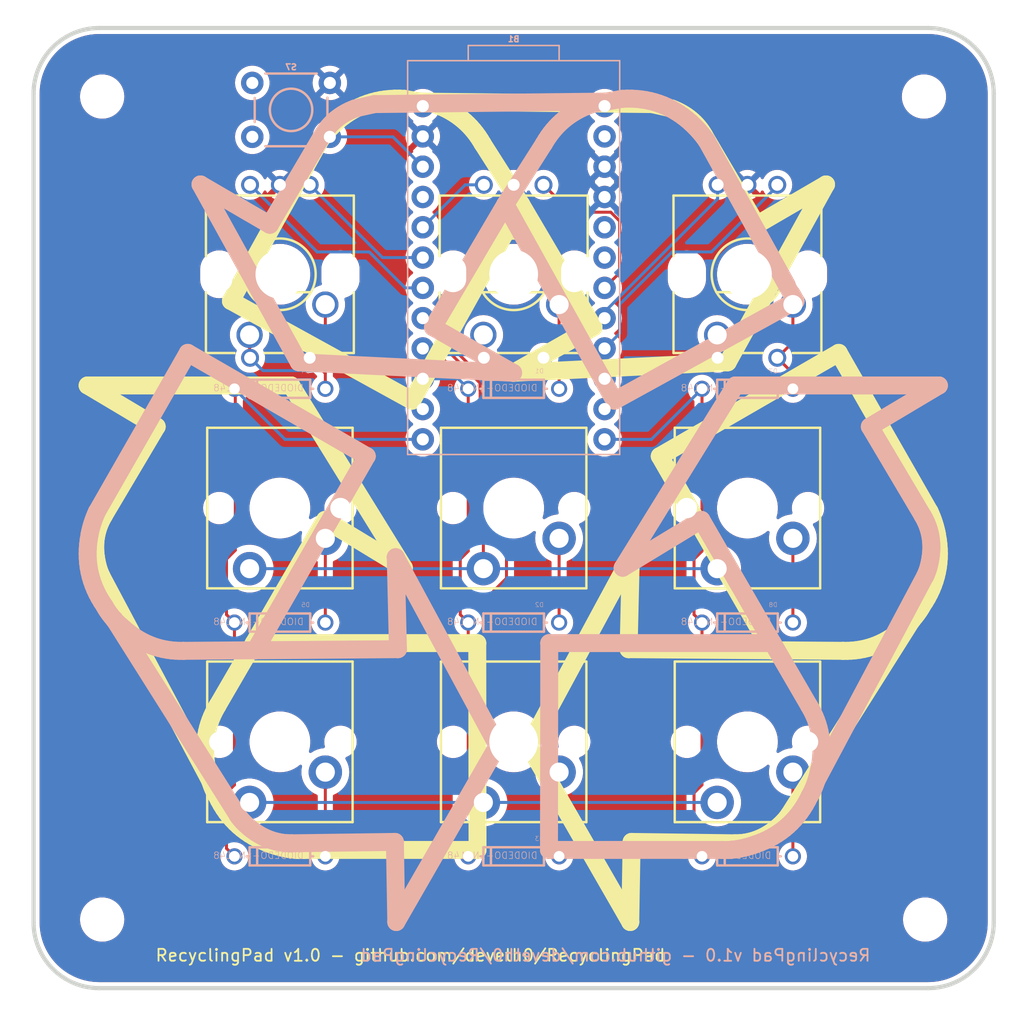
<source format=kicad_pcb>
(kicad_pcb (version 20211014) (generator pcbnew)
  (title_block (comment 4 "AISLER Project ID: XOFENIER"))
  (layers (0 "F.Cu" signal) (31 "B.Cu" signal) (34 "B.Paste" user) (35 "F.Paste" user) (36 "B.SilkS" user "B.Silkscreen") (37 "F.SilkS" user "F.Silkscreen") (38 "B.Mask" user) (39 "F.Mask" user) (44 "Edge.Cuts" user))
  (net 0 "")
  (net 1 "/NC{slash}TX{slash}D3")
  (net 2 "/NC{slash}RX{slash}D2")
  (net 3 "GND")
  (net 4 "/SDA")
  (net 5 "/SCL")
  (net 6 "/COL0")
  (net 7 "/ENCODER1_L1")
  (net 8 "/ENCODER1_L0")
  (net 9 "/ENCODER0_L0")
  (net 10 "/ENCODER0_L1")
  (net 11 "/ENCODER2_L0")
  (net 12 "/ENCODER2_L1")
  (net 13 "/COL2")
  (net 14 "/COL1")
  (net 15 "/ROW2")
  (net 16 "/ROW1")
  (net 17 "/ROW0")
  (net 18 "VCC")
  (net 19 "/RESET")
  (net 20 "/RAW")
  (net 21 "Net-(D1-PadA)")
  (net 22 "Net-(D2-PadA)")
  (net 23 "Net-(D3-PadA)")
  (net 24 "Net-(D4-PadA)")
  (net 25 "Net-(D5-PadA)")
  (net 26 "Net-(D6-PadA)")
  (net 27 "Net-(D7-PadA)")
  (net 28 "Net-(D8-PadA)")
  (net 29 "Net-(D9-PadA)")
  (footprint "RecyclingPad:CHERRY-MX" (layer "F.Cu") (at 130.4 100 180)
    (fp_text reference "S3" hide)
    (fp_text value "MOMENTARY-SWITCH-SPST-LED-PTH-CHERRY" hide)
  )
  (footprint "RecyclingPad:CHERRY-MX-ENCODER" (layer "F.Cu") (at 150 80.4)
    (fp_text reference "RE_0_1" hide)
    (fp_text value "CHERRY-MX-ENCODER" hide)
  )
  (footprint "MountingHole:MountingHole_2.7mm" (layer "F.Cu") (at 115.5 134.5)
    (fp_text reference "REF**" hide)
    (fp_text value "MountingHole_2.7mm")
  )
  (footprint "RecyclingPad:CHERRY-MX-ENCODER" (layer "F.Cu") (at 169.6 80.4)
    (fp_text reference "RE_3_2" hide)
    (fp_text value "CHERRY-MX-ENCODER" hide)
  )
  (footprint "RecyclingPad:CHERRY-MX" (layer "F.Cu") (at 130.4 119.6 180)
    (fp_text reference "S4" hide)
    (fp_text value "MOMENTARY-SWITCH-SPST-LED-PTH-CHERRY" hide)
  )
  (footprint "MountingHole:MountingHole_2.7mm" (layer "F.Cu") (at 115.57 65.278)
    (fp_text reference "REF**" hide)
    (fp_text value "MountingHole_2.7mm")
  )
  (footprint "RecyclingPad:CHERRY-MX" (layer "F.Cu") (at 169.6 119.6 180)
    (fp_text reference "S6" hide)
    (fp_text value "MOMENTARY-SWITCH-SPST-LED-PTH-CHERRY" hide)
  )
  (footprint "RecyclingPad:CHERRY-MX" (layer "F.Cu") (at 169.6 100 180)
    (fp_text reference "S5" hide)
    (fp_text value "MOMENTARY-SWITCH-SPST-LED-PTH-CHERRY" hide)
  )
  (footprint "MountingHole:MountingHole_2.7mm" (layer "F.Cu") (at 184.4 65.5)
    (fp_text reference "REF**" hide)
    (fp_text value "MountingHole_2.7mm")
  )
  (footprint "RecyclingPad:CHERRY-MX" (layer "F.Cu") (at 150 100 180)
    (fp_text reference "S1" hide)
    (fp_text value "MOMENTARY-SWITCH-SPST-LED-PTH-CHERRY" hide)
  )
  (footprint "RecyclingPad:CHERRY-MX-ENCODER" (layer "F.Cu") (at 130.4 80.4)
    (fp_text reference "RE_3_1" hide)
    (fp_text value "CHERRY-MX-ENCODER" hide)
  )
  (footprint "RecyclingPad:CHERRY-MX" (layer "F.Cu") (at 150 119.6 180)
    (fp_text reference "S2" hide)
    (fp_text value "MOMENTARY-SWITCH-SPST-LED-PTH-CHERRY" hide)
  )
  (footprint "MountingHole:MountingHole_2.7mm" (layer "F.Cu") (at 184.5 134.5)
    (fp_text reference "REF**" hide)
    (fp_text value "MountingHole_2.7mm")
  )
  (footprint "RecyclingPad:DO-1N4148" (layer "B.Cu") (at 150 129.2 180)
    (fp_text reference "D3")
    (fp_text value "DIODEDO-1N4148")
  )
  (footprint "RecyclingPad:DO-1N4148" (layer "B.Cu") (at 150 109.6 180)
    (fp_text reference "D2")
    (fp_text value "DIODEDO-1N4148")
  )
  (footprint "RecyclingPad:DO-1N4148" (layer "B.Cu") (at 130.4 129.2 180)
    (fp_text reference "D6")
    (fp_text value "DIODEDO-1N4148")
  )
  (footprint "RecyclingPad:DO-1N4148" (layer "B.Cu") (at 130.4 109.6 180)
    (fp_text reference "D5")
    (fp_text value "DIODEDO-1N4148")
  )
  (footprint "RecyclingPad:DO-1N4148" (layer "B.Cu") (at 150 90 180)
    (fp_text reference "D1")
    (fp_text value "DIODEDO-1N4148")
  )
  (footprint "RecyclingPad:DO-1N4148" (layer "B.Cu") (at 130.4 90 180)
    (fp_text reference "D4")
    (fp_text value "DIODEDO-1N4148")
  )
  (footprint "RecyclingPad:SPARKFUN_PRO_MICRO" (layer "B.Cu") (at 150 79 180)
    (fp_text reference "B1")
    (fp_text value locked "SPARKFUN_PRO_MICRO")
  )
  (footprint "RecyclingPad:DO-1N4148" (layer "B.Cu") (at 169.6 90 180)
    (fp_text reference "D7")
    (fp_text value "DIODEDO-1N4148")
  )
  (footprint "RecyclingPad:TACTILE_SWITCH_PTH_6.0MM" (layer "B.Cu") (at 131.33762 66.61682 180)
    (fp_text reference "S7")
    (fp_text value "MOMENTARY-SWITCH-SPST-PTH-6.0MM")
  )
  (footprint "RecyclingPad:DO-1N4148" (layer "B.Cu") (at 169.6 129.2 180)
    (fp_text reference "D9")
    (fp_text value "DIODEDO-1N4148")
  )
  (footprint "RecyclingPad:DO-1N4148" (layer "B.Cu") (at 169.6 109.6 180)
    (fp_text reference "D8")
    (fp_text value "DIODEDO-1N4148")
  )
  (gr_line (start 184.284714 100.62619) (end 184.284714 100.62619) (layer "B.SilkS") (width 0.46302))
  (gr_line (start 175.555943 122.210401) (end 175.588521 122.071174) (layer "B.SilkS") (width 0.46302))
  (gr_line (start 158.448635 90.994882) (end 149.30398 74.534492) (layer "B.SilkS") (width 0.46302))
  (gr_line (start 184.682688 101.435072) (end 184.758204 101.644058) (layer "B.SilkS") (width 0.46302))
  (gr_line (start 175.362953 117.796471) (end 175.472381 118.109992) (layer "B.SilkS") (width 1.504817))
  (gr_line (start 114.769134 101.020387) (end 114.859184 100.779458) (layer "B.SilkS") (width 1.504817))
  (gr_line (start 118.753245 111.124245) (end 118.459229 110.954046) (layer "B.SilkS") (width 1.504817))
  (gr_line (start 185.018339 103.182423) (end 185.009938 102.954445) (layer "B.SilkS") (width 1.504817))
  (gr_line (start 175.802779 120.401429) (end 175.802246 120.063826) (layer "B.SilkS") (width 0.46302))
  (gr_line (start 128.328653 111.923432) (end 128.328653 111.923432) (layer "B.SilkS") (width 1.504817))
  (gr_line (start 154.796445 66.999563) (end 154.524873 67.190016) (layer "B.SilkS") (width 0.46302))
  (gr_line (start 175.237966 117.486854) (end 175.097419 117.180213) (layer "B.SilkS") (width 0.46302))
  (gr_line (start 140.297272 111.830826) (end 140.297272 111.830826) (layer "B.SilkS") (width 0.46302))
  (gr_line (start 184.493076 105.719418) (end 175.371566 122.874343) (layer "B.SilkS") (width 0.46302))
  (gr_line (start 174.227814 125.1916) (end 174.005708 125.510101) (layer "B.SilkS") (width 0.46302))
  (gr_line (start 184.880466 102.070159) (end 184.927214 102.287276) (layer "B.SilkS") (width 0.46302))
  (gr_line (start 153.111933 68.583418) (end 153.32165 68.321341) (layer "B.SilkS") (width 0.46302))
  (gr_line (start 154.263609 67.392407) (end 154.524873 67.190016) (layer "B.SilkS") (width 1.504817))
  (gr_line (start 127.910026 126.850501) (end 127.818861 126.775232) (layer "B.SilkS") (width 1.504817))
  (gr_line (start 120.296478 111.74188) (end 120.61976 111.818739) (layer "B.SilkS") (width 0.46302))
  (gr_line (start 114.437548 102.246294) (end 114.437548 102.246294) (layer "B.SilkS") (width 0.46302))
  (gr_line (start 175.787759 120.742004) (end 175.757186 121.086487) (layer "B.SilkS") (width 1.504817))
  (gr_line (start 116.498476 109.330982) (end 116.374458 109.186694) (layer "B.SilkS") (width 1.504817))
  (gr_line (start 184.398596 100.824354) (end 184.502885 101.025221) (layer "B.SilkS") (width 0.46302))
  (gr_line (start 167.987431 128.665701) (end 167.822847 128.669228) (layer "B.SilkS") (width 1.504817))
  (gr_line (start 168.588313 89.721582) (end 159.142696 105.001264) (layer "B.SilkS") (width 1.504817))
  (gr_line (start 167.500217 128.661632) (end 167.500217 128.661632) (layer "B.SilkS") (width 0.46302))
  (gr_line (start 175.185028 123.389282) (end 175.117029 123.550987) (layer "B.SilkS") (width 1.504817))
  (gr_line (start 128.595476 127.334011) (end 128.396165 127.207514) (layer "B.SilkS") (width 1.504817))
  (gr_line (start 116.546981 109.388912) (end 116.542931 109.383098) (layer "B.SilkS") (width 1.504817))
  (gr_line (start 114.437551 105.354206) (end 114.369183 104.98025) (layer "B.SilkS") (width 0.46302))
  (gr_line (start 119.355905 111.41797) (end 119.664551 111.541496) (layer "B.SilkS") (width 0.46302))
  (gr_line (start 184.682689 101.434604) (end 184.597583 101.228326) (layer "B.SilkS") (width 1.504817))
  (gr_line (start 175.802246 120.063359) (end 175.802779 120.400961) (layer "B.SilkS") (width 1.504817))
  (gr_line (start 116.554791 109.400052) (end 116.551078 109.394252) (layer "B.SilkS") (width 0.46302))
  (gr_line (start 116.564897 109.417375) (end 116.561697 109.411616) (layer "B.SilkS") (width 0.46302))
  (gr_line (start 116.655832 109.509931) (end 116.745904 109.596748) (layer "B.SilkS") (width 0.46302))
  (gr_line (start 114.546641 101.751931) (end 114.612862 101.50664) (layer "B.SilkS") (width 1.504817))
  (gr_line (start 126.846537 125.721912) (end 126.846537 125.721912) (layer "B.SilkS") (width 1.504817))
  (gr_line (start 175.449614 122.614917) (end 175.411307 122.745498) (layer "B.SilkS") (width 1.504817))
  (gr_line (start 140.04262 127.990709) (end 140.04262 127.990709) (layer "B.SilkS") (width 1.504817))
  (gr_line (start 149.30398 74.534492) (end 149.30398 74.534492) (layer "B.SilkS") (width 1.504817))
  (gr_line (start 122.309383 111.969728) (end 122.309383 111.969728) (layer "B.SilkS") (width 0.46302))
  (gr_line (start 162.531077 66.21815) (end 162.880163 66.370798) (layer "B.SilkS") (width 0.46302))
  (gr_line (start 117.606431 110.350089) (end 117.885822 110.566968) (layer "B.SilkS") (width 0.46302))
  (gr_line (start 174.005708 125.510101) (end 173.770574 125.813781) (layer "B.SilkS") (width 0.46302))
  (gr_line (start 127.731051 126.699498) (end 127.645665 126.624232) (layer "B.SilkS") (width 0.46302))
  (gr_line (start 128.004547 126.925304) (end 127.910493 126.850034) (layer "B.SilkS") (width 0.46302))
  (gr_line (start 175.754523 119.398484) (end 175.786165 119.729205) (layer "B.SilkS") (width 0.46302))
  (gr_line (start 160.687983 65.737084) (end 161.069619 65.795676) (layer "B.SilkS") (width 0.46302))
  (gr_line (start 129.556145 76.247668) (end 133.95483 68.769887) (layer "B.SilkS") (width 0.46302))
  (gr_line (start 184.991948 102.729652) (end 185.009935 102.954913) (layer "B.SilkS") (width 0.46302))
  (gr_line (start 167.500217 128.661632) (end 152.961367 128.661632) (layer "B.SilkS") (width 0.46302))
  (gr_line (start 156.642372 66.107523) (end 156.642372 66.107523) (layer "B.SilkS") (width 0.46302))
  (gr_line (start 169.020607 128.541988) (end 168.842981 128.574816) (layer "B.SilkS") (width 0.46302))
  (gr_line (start 155.078327 66.821047) (end 155.370518 66.654468) (layer "B.SilkS") (width 0.46302))
  (gr_line (start 174.895583 124.005743) (end 174.815952 124.147189) (layer "B.SilkS") (width 0.46302))
  (gr_line (start 119.355905 111.41797) (end 119.052137 111.278886) (layer "B.SilkS") (width 0.46302))
  (gr_line (start 131.987001 87.776884) (end 131.987001 87.776884) (layer "B.SilkS") (width 0.46302))
  (gr_line (start 175.802246 120.063826) (end 175.786159 119.729664) (layer "B.SilkS") (width 0.46302))
  (gr_line (start 128.004547 126.925304) (end 128.004547 126.925304) (layer "B.SilkS") (width 0.46302))
  (gr_line (start 116.040937 108.757586) (end 115.94291 108.61613) (layer "B.SilkS") (width 0.46302))
  (gr_line (start 119.052137 111.278886) (end 118.753245 111.124245) (layer "B.SilkS") (width 1.504817))
  (gr_line (start 163.888335 66.941626) (end 164.211358 67.169532) (layer "B.SilkS") (width 0.46302))
  (gr_line (start 184.284714 100.625723) (end 179.862863 93.171087) (layer "B.SilkS") (width 1.504817))
  (gr_line (start 131.987001 87.776884) (end 123.74477 72.867618) (layer "B.SilkS") (width 1.504817))
  (gr_line (start 135.444804 67.145661) (end 135.63362 67.021053) (layer "B.SilkS") (width 0.46302))
  (gr_line (start 128.199033 127.071434) (end 128.00408 126.925771) (layer "B.SilkS") (width 1.504817))
  (gr_line (start 149.303499 74.534505) (end 149.303499 74.534505) (layer "B.SilkS") (width 0.46302))
  (gr_line (start 117.228817 110.030832) (end 117.331913 110.117649) (layer "B.SilkS") (width 0.46302))
  (gr_line (start 184.398596 100.823886) (end 184.284714 100.625723) (layer "B.SilkS") (width 1.504817))
  (gr_line (start 128.328173 111.922964) (end 140.297272 111.830826) (layer "B.SilkS") (width 0.46302))
  (gr_line (start 153.32165 68.321341) (end 153.541676 68.071201) (layer "B.SilkS") (width 1.504817))
  (gr_line (start 149.30398 74.534492) (end 143.238394 84.836704) (layer "B.SilkS") (width 0.46302))
  (gr_line (start 184.875089 104.577609) (end 184.851224 104.685651) (layer "B.SilkS") (width 0.46302))
  (gr_line (start 175.754516 119.398943) (end 175.707318 119.071661) (layer "B.SilkS") (width 0.46302))
  (gr_line (start 185.650626 89.721582) (end 168.588313 89.721582) (layer "B.SilkS") (width 1.504817))
  (gr_line (start 168.588313 89.721582) (end 168.588313 89.721582) (layer "B.SilkS") (width 1.504817))
  (gr_line (start 171.713705 111.321502) (end 165.740731 100.996606) (layer "B.SilkS") (width 0.46302))
  (gr_line (start 174.769643 116.57725) (end 174.769643 116.57725) (layer "B.SilkS") (width 0.46302))
  (gr_line (start 175.449621 122.614919) (end 175.411313 122.745498) (layer "B.SilkS") (width 0.46302))
  (gr_line (start 114.438028 102.246762) (end 114.488363 101.998644) (layer "B.SilkS") (width 1.504817))
  (gr_line (start 184.799152 104.894704) (end 184.770945 104.995715) (layer "B.SilkS") (width 0.46302))
  (gr_line (start 130.051996 127.950713) (end 129.837475 127.891294) (layer "B.SilkS") (width 0.46302))
  (gr_line (start 175.371566 122.873876) (end 175.371566 122.873876) (layer "B.SilkS") (width 1.504817))
  (gr_line (start 131.384598 128.105998) (end 131.384598 128.105998) (layer "B.SilkS") (width 0.46302))
  (gr_line (start 122.309383 111.969728) (end 128.328653 111.922964) (layer "B.SilkS") (width 0.46302))
  (gr_line (start 156.642372 66.107523) (end 157.753626 65.922312) (layer "B.SilkS") (width 1.504817))
  (gr_line (start 120.296478 111.74188) (end 119.978076 111.649466) (layer "B.SilkS") (width 1.504817))
  (gr_line (start 170.131867 128.242476) (end 169.941247 128.304603) (layer "B.SilkS") (width 0.46302))
  (gr_line (start 133.95483 68.769887) (end 133.95483 68.769887) (layer "B.SilkS") (width 1.504817))
  (gr_line (start 114.369183 104.98025) (end 114.320349 104.602139) (layer "B.SilkS") (width 0.46302))
  (gr_line (start 122.309383 111.969728) (end 121.961695 111.970635) (layer "B.SilkS") (width 0.46302))
  (gr_line (start 140.04262 127.990709) (end 131.38413 128.106466) (layer "B.SilkS") (width 1.504817))
  (gr_line (start 165.025956 67.857595) (end 165.208293 68.037738) (layer "B.SilkS") (width 1.504817))
  (gr_line (start 155.673018 66.499826) (end 155.985827 66.357121) (layer "B.SilkS") (width 0.46302))
  (gr_line (start 114.320829 104.602606) (end 114.291529 104.220341) (layer "B.SilkS") (width 1.504817))
  (gr_line (start 136.243469 66.688463) (end 136.461214 66.591342) (layer "B.SilkS") (width 1.504817))
  (gr_line (start 129.414941 127.743707) (end 129.206931 127.65554) (layer "B.SilkS") (width 0.46302))
  (gr_line (start 116.504119 109.336722) (end 116.498476 109.330982) (layer "B.SilkS") (width 1.504817))
  (gr_line (start 175.757192 121.086491) (end 175.711067 121.434412) (layer "B.SilkS") (width 0.46302))
  (gr_line (start 116.256465 109.042639) (end 116.145454 108.899757) (layer "B.SilkS") (width 0.46302))
  (gr_line (start 184.571254 105.552555) (end 184.532892 105.637158) (layer "B.SilkS") (width 0.46302))
  (gr_line (start 172.699786 126.880245) (end 172.399533 127.109787) (layer "B.SilkS") (width 0.46302))
  (gr_line (start 115.062635 100.30161) (end 122.679325 86.989757) (layer "B.SilkS") (width 0.46302))
  (gr_line (start 174.815952 124.147189) (end 174.815952 124.147189) (layer "B.SilkS") (width 0.46302))
  (gr_line (start 128.328653 111.922964) (end 128.328653 111.922964) (layer "B.SilkS") (width 0.46302))
  (gr_line (start 135.829671 66.903318) (end 136.032954 66.792455) (layer "B.SilkS") (width 1.504817))
  (gr_line (start 122.309383 111.969728) (end 122.309383 111.969728) (layer "B.SilkS") (width 0.46302))
  (gr_line (start 114.291528 103.443357) (end 114.320828 103.04864) (layer "B.SilkS") (width 1.504817))
  (gr_line (start 118.459229 110.954046) (end 118.170088 110.768287) (layer "B.SilkS") (width 0.46302))
  (gr_line (start 116.373977 109.186227) (end 116.256465 109.042639) (layer "B.SilkS") (width 0.46302))
  (gr_line (start 169.566496 128.414207) (end 169.382366 128.461684) (layer "B.SilkS") (width 0.46302))
  (gr_line (start 116.55833 109.405841) (end 116.554791 109.400052) (layer "B.SilkS") (width 0.46302))
  (gr_line (start 114.525933 105.724472) (end 114.438032 105.354672) (layer "B.SilkS") (width 1.504817))
  (gr_line (start 157.753626 65.922312) (end 156.642372 66.107523) (layer "B.SilkS") (width 0.46302))
  (gr_line (start 168.323129 128.643997) (end 168.154192 128.657291) (layer "B.SilkS") (width 1.504817))
  (gr_line (start 175.117029 123.550987) (end 175.046122 123.707637) (layer "B.SilkS") (width 1.504817))
  (gr_line (start 116.514796 109.347788) (end 116.509397 109.342013) (layer "B.SilkS") (width 0.46302))
  (gr_line (start 171.759969 127.524369) (end 171.42066 127.709405) (layer "B.SilkS") (width 1.504817))
  (gr_line (start 171.759969 127.524369) (end 171.42066 127.709405) (layer "B.SilkS") (width 0.46302))
  (gr_line (start 153.111933 68.583418) (end 152.912526 68.857431) (layer "B.SilkS") (width 0.46302))
  (gr_line (start 175.649382 121.785773) (end 175.619667 121.929345) (layer "B.SilkS") (width 1.504817))
  (gr_line (start 130.487073 128.041272) (end 130.268218 128.001017) (layer "B.SilkS") (width 1.504817))
  (gr_line (start 159.096393 65.690805) (end 159.504045 65.674163) (layer "B.SilkS") (width 1.504817))
  (gr_line (start 130.931744 128.092566) (end 130.70856 128.071477) (layer "B.SilkS") (width 0.46302))
  (gr_line (start 140.158844 134.704053) (end 140.158844 134.704053) (layer "B.SilkS") (width 0.46302))
  (gr_line (start 167.500217 128.661632) (end 167.500217 128.661632) (layer "B.SilkS") (width 1.504817))
  (gr_line (start 127.645665 126.624232) (end 127.563171 126.54897) (layer "B.SilkS") (width 0.46302))
  (gr_line (start 175.566251 118.427418) (end 175.472381 118.110457) (layer "B.SilkS") (width 0.46302))
  (gr_line (start 172.399533 127.109787) (end 172.08626 127.324496) (layer "B.SilkS") (width 0.46302))
  (gr_line (start 175.802253 120.063367) (end 175.802786 120.400968) (layer "B.SilkS") (width 0.46302))
  (gr_line (start 152.912526 68.857431) (end 153.111933 68.583418) (layer "B.SilkS") (width 0.46302))
  (gr_line (start 119.052137 111.278886) (end 118.753245 111.124245) (layer "B.SilkS") (width 0.46302))
  (gr_line (start 164.527863 67.416253) (end 164.837847 67.681792) (layer "B.SilkS") (width 0.46302))
  (gr_line (start 165.740738 100.996139) (end 171.713705 111.321502) (layer "B.SilkS") (width 1.504817))
  (gr_line (start 131.987001 87.776884) (end 131.987001 87.776884) (layer "B.SilkS") (width 1.504817))
  (gr_line (start 129.001094 127.557791) (end 128.797431 127.450459) (layer "B.SilkS") (width 0.46302))
  (gr_line (start 115.072396 107.161615) (end 114.90636 106.808454) (layer "B.SilkS") (width 0.46302))
  (gr_line (start 172.08626 127.324496) (end 171.759969 127.524369) (layer "B.SilkS") (width 1.504817))
  (gr_line (start 140.043087 127.990241) (end 131.384598 128.105998) (layer "B.SilkS") (width 0.46302))
  (gr_line (start 116.558043 109.406308) (end 116.554538 109.400519) (layer "B.SilkS") (width 1.504817))
  (gr_line (start 121.618889 111.95599) (end 121.280965 111.925793) (layer "B.SilkS") (width 0.46302))
  (gr_line (start 168.588306 89.722049) (end 168.588306 89.722049) (layer "B.SilkS") (width 0.46302))
  (gr_line (start 153.772011 67.832999) (end 154.012655 67.606734) (layer "B.SilkS") (width 0.46302))
  (gr_line (start 117.127893 109.944015) (end 117.228817 110.030832) (layer "B.SilkS") (width 0.46302))
  (gr_line (start 128.1995 127.070966) (end 128.004547 126.925304) (layer "B.SilkS") (width 0.46302))
  (gr_line (start 115.68771 108.196117) (end 115.68771 108.196117) (layer "B.SilkS") (width 0.46302))
  (gr_line (start 116.538702 109.377282) (end 116.534294 109.371466) (layer "B.SilkS") (width 1.504817))
  (gr_line (start 140.158377 134.70452) (end 140.04262 127.990709) (layer "B.SilkS") (width 1.504817))
  (gr_line (start 129.414474 127.744175) (end 129.206464 127.656008) (layer "B.SilkS") (width 1.504817))
  (gr_line (start 116.56793 109.423114) (end 116.56793 109.423114) (layer "B.SilkS") (width 0.46302))
  (gr_line (start 114.686545 101.262319) (end 114.768653 101.01992) (layer "B.SilkS") (width 0.46302))
  (gr_line (start 173.635718 82.637354) (end 158.448635 90.994882) (layer "B.SilkS") (width 0.46302))
  (gr_line (start 116.497995 109.330515) (end 116.373977 109.186227) (layer "B.SilkS") (width 0.46302))
  (gr_line (start 115.072877 107.162079) (end 114.90684 106.808918) (layer "B.SilkS") (width 1.504817))
  (gr_line (start 163.222736 66.54226) (end 163.558793 66.732536) (layer "B.SilkS") (width 1.504817))
  (gr_line (start 166.181082 69.20975) (end 173.635718 82.637354) (layer "B.SilkS") (width 1.504817))
  (gr_line (start 175.619667 121.929345) (end 175.588521 122.070778) (layer "B.SilkS") (width 1.504817))
  (gr_line (start 174.632938 124.510142) (end 174.436891 124.85828) (layer "B.SilkS") (width 0.46302))
  (gr_line (start 159.096393 65.690805) (end 159.096393 65.690805) (layer "B.SilkS") (width 0.46302))
  (gr_line (start 116.564507 109.417842) (end 116.561367 109.412083) (layer "B.SilkS") (width 1.504817))
  (gr_line (start 175.649389 121.785773) (end 175.619674 121.929348) (layer "B.SilkS") (width 0.46302))
  (gr_line (start 117.029346 109.857198) (end 116.932733 109.770382) (layer "B.SilkS") (width 0.46302))
  (gr_line (start 174.769643 116.576789) (end 174.941311 116.87655) (layer "B.SilkS") (width 1.504817))
  (gr_line (start 114.90684 106.808918) (end 114.760337 106.451596) (layer "B.SilkS") (width 1.504817))
  (gr_line (start 127.332592 126.323666) (end 127.261681 126.24842) (layer "B.SilkS") (width 1.504817))
  (gr_line (start 159.142696 105.001264) (end 159.142696 105.001264) (layer "B.SilkS") (width 1.504817))
  (gr_line (start 121.280965 111.925793) (end 121.618889 111.95599) (layer "B.SilkS") (width 0.46302))
  (gr_line (start 175.754516 119.398476) (end 175.786159 119.729197) (layer "B.SilkS") (width 1.504817))
  (gr_line (start 156.642372 66.107523) (end 156.308945 66.226354) (layer "B.SilkS") (width 0.46302))
  (gr_line (start 184.825912 104.79135) (end 184.799152 104.894704) (layer "B.SilkS") (width 0.46302))
  (gr_line (start 116.547189 109.388444) (end 116.543121 109.382631) (layer "B.SilkS") (width 0.46302))
  (gr_line (start 128.328173 111.922964) (end 128.328173 111.922964) (layer "B.SilkS") (width 0.46302))
  (gr_line (start 184.532892 105.637158) (end 184.493076 105.719418) (layer "B.SilkS") (width 0.46302))
  (gr_line (start 119.978076 111.649466) (end 119.664551 111.541496) (layer "B.SilkS") (width 1.504817))
  (gr_line (start 136.032954 66.792455) (end 136.243469 66.688463) (layer "B.SilkS") (width 1.504817))
  (gr_line (start 114.488363 101.998644) (end 114.546641 101.751931) (layer "B.SilkS") (width 1.504817))
  (gr_line (start 155.078327 66.821047) (end 154.796445 66.999563) (layer "B.SilkS") (width 0.46302))
  (gr_line (start 117.331913 110.117649) (end 117.331913 110.117649) (layer "B.SilkS") (width 1.504817))
  (gr_line (start 134.194873 68.390023) (end 134.325765 68.210409) (layer "B.SilkS") (width 0.46302))
  (gr_line (start 120.296478 111.74188) (end 119.978076 111.649466) (layer "B.SilkS") (width 0.46302))
  (gr_line (start 127.194129 126.172719) (end 127.129016 126.097486) (layer "B.SilkS") (width 0.46302))
  (gr_line (start 185.009938 102.954445) (end 184.991951 102.729185) (layer "B.SilkS") (width 1.504817))
  (gr_line (start 155.673018 66.499826) (end 155.985827 66.357121) (layer "B.SilkS") (width 1.504817))
  (gr_line (start 169.382366 128.461684) (end 169.200403 128.504278) (layer "B.SilkS") (width 1.504817))
  (gr_line (start 152.912526 68.857431) (end 152.723429 69.143383) (layer "B.SilkS") (width 0.46302))
  (gr_line (start 175.521932 122.347475) (end 175.555943 122.210401) (layer "B.SilkS") (width 0.46302))
  (gr_line (start 175.449614 122.615185) (end 175.486489 122.482402) (layer "B.SilkS") (width 0.46302))
  (gr_line (start 130.051529 127.951181) (end 129.837008 127.891761) (layer "B.SilkS") (width 1.504817))
  (gr_line (start 114.281762 103.833925) (end 114.291528 103.443357) (layer "B.SilkS") (width 1.504817))
  (gr_line (start 130.268685 128.00055) (end 130.051996 127.950713) (layer "B.SilkS") (width 0.46302))
  (gr_line (start 175.486496 122.482147) (end 175.449621 122.614919) (layer "B.SilkS") (width 0.46302))
  (gr_line (start 122.679325 86.989757) (end 122.679325 86.989757) (layer "B.SilkS") (width 0.46302))
  (gr_line (start 153.772011 67.832999) (end 153.541676 68.071201) (layer "B.SilkS") (width 0.46302))
  (gr_line (start 116.745904 109.596748) (end 116.838146 109.683565) (layer "B.SilkS") (width 0.46302))
  (gr_line (start 117.331913 110.117649) (end 117.228952 110.030832) (layer "B.SilkS") (width 1.504817))
  (gr_line (start 167.660442 128.667872) (end 167.500217 128.661632) (layer "B.SilkS") (width 0.46302))
  (gr_line (start 116.74597 109.596748) (end 116.655852 109.509931) (layer "B.SilkS") (width 1.504817))
  (gr_line (start 149.30398 74.534492) (end 149.30398 74.534492) (layer "B.SilkS") (width 0.46302))
  (gr_line (start 184.986033 103.882672) (end 185.006386 103.646535) (layer "B.SilkS") (width 1.504817))
  (gr_line (start 168.842981 128.574816) (end 168.667525 128.60276) (layer "B.SilkS") (width 0.46302))
  (gr_line (start 127.563171 126.54897) (end 127.48357 126.47371) (layer "B.SilkS") (width 0.46302))
  (gr_line (start 127.128555 126.097947) (end 127.066343 126.022722) (layer "B.SilkS") (width 1.504817))
  (gr_line (start 136.032954 66.792455) (end 136.243469 66.688463) (layer "B.SilkS") (width 0.46302))
  (gr_line (start 175.237966 117.48639) (end 175.362953 117.796471) (layer "B.SilkS") (width 1.504817))
  (gr_line (start 116.534294 109.371466) (end 116.529707 109.365652) (layer "B.SilkS") (width 1.504817))
  (gr_line (start 157.753639 65.922312) (end 159.096393 65.690805) (layer "B.SilkS") (width 0.46302))
  (gr_line (start 116.932733 109.770382) (end 116.838269 109.683565) (layer "B.SilkS") (width 0.46302))
  (gr_line (start 152.961367 128.661632) (end 152.961367 128.661632) (layer "B.SilkS") (width 1.504817))
  (gr_line (start 130.70856 128.071477) (end 130.48754 128.040805) (layer "B.SilkS") (width 0.46302))
  (gr_line (start 157.753639 65.922312) (end 157.753639 65.922312) (layer "B.SilkS") (width 1.504817))
  (gr_line (start 159.142683 105.001731) (end 168.588306 89.722049) (layer "B.SilkS") (width 0.46302))
  (gr_line (start 134.463903 68.037673) (end 134.609285 67.871815) (layer "B.SilkS") (width 0.46302))
  (gr_line (start 185.650626 89.722049) (end 185.650626 89.722049) (layer "B.SilkS") (width 0.46302))
  (gr_line (start 175.566251 118.426952) (end 175.644563 118.747353) (layer "B.SilkS") (width 1.504817))
  (gr_line (start 175.757186 121.086487) (end 175.71106 121.43441) (layer "B.SilkS") (width 1.504817))
  (gr_line (start 171.713705 111.321502) (end 171.713705 111.321502) (layer "B.SilkS") (width 1.504817))
  (gr_line (start 129.556145 76.247668) (end 129.556145 76.247668) (layer "B.SilkS") (width 1.504817))
  (gr_line (start 174.769643 116.57725) (end 171.713705 111.321502) (layer "B.SilkS") (width 0.46302))
  (gr_line (start 169.020607 128.541988) (end 168.842981 128.574816) (layer "B.SilkS") (width 1.504817))
  (gr_line (start 116.374458 109.186694) (end 116.256946 109.043107) (layer "B.SilkS") (width 1.504817))
  (gr_line (start 168.154192 128.657291) (end 167.987431 128.665701) (layer "B.SilkS") (width 0.46302))
  (gr_line (start 115.68819 108.196577) (end 115.463552 107.85591) (layer "B.SilkS") (width 1.504817))
  (gr_line (start 119.664551 111.541496) (end 119.355905 111.41797) (layer "B.SilkS") (width 1.504817))
  (gr_line (start 121.280965 111.925793) (end 120.947922 111.880043) (layer "B.SilkS") (width 0.46302))
  (gr_line (start 167.660442 128.667872) (end 167.500217 128.661632) (layer "B.SilkS") (width 1.504817))
  (gr_line (start 117.606431 110.350089) (end 117.331913 110.117649) (layer "B.SilkS") (width 1.504817))
  (gr_line (start 156.308945 66.226354) (end 156.642372 66.107523) (layer "B.SilkS") (width 1.504817))
  (gr_line (start 140.043087 127.990241) (end 140.043087 127.990241) (layer "B.SilkS") (width 0.46302))
  (gr_line (start 169.941247 128.304603) (end 169.75279 128.361846) (layer "B.SilkS") (width 1.504817))
  (gr_line (start 165.555647 68.411046) (end 165.720664 68.604211) (layer "B.SilkS") (width 0.46302))
  (gr_line (start 185.018336 103.18289) (end 185.017152 103.413586) (layer "B.SilkS") (width 0.46302))
  (gr_line (start 175.046122 123.707637) (end 174.972307 123.859223) (layer "B.SilkS") (width 1.504817))
  (gr_line (start 175.566258 118.426961) (end 175.64457 118.747362) (layer "B.SilkS") (width 0.46302))
  (gr_line (start 169.75279 128.361846) (end 169.566496 128.414207) (layer "B.SilkS") (width 1.504817))
  (gr_line (start 179.862863 93.171547) (end 184.284714 100.62619) (layer "B.SilkS") (width 0.46302))
  (gr_line (start 117.02914 109.857198) (end 117.127893 109.944015) (layer "B.SilkS") (width 0.46302))
  (gr_line (start 116.256946 109.043107) (end 116.145934 108.900224) (layer "B.SilkS") (width 1.504817))
  (gr_line (start 175.588521 122.071174) (end 175.619667 121.929789) (layer "B.SilkS") (width 0.46302))
  (gr_line (start 115.851366 108.475397) (end 115.766302 108.335391) (layer "B.SilkS") (width 0.46302))
  (gr_line (start 184.571254 105.552222) (end 184.643621 105.376047) (layer "B.SilkS") (width 1.504817))
  (gr_line (start 155.370518 66.654468) (end 155.673018 66.499826) (layer "B.SilkS") (width 1.504817))
  (gr_line (start 134.761909 67.712833) (end 134.921774 67.560728) (layer "B.SilkS") (width 0.46302))
  (gr_line (start 152.984518 111.321502) (end 171.713705 111.321502) (layer "B.SilkS") (width 0.46302))
  (gr_line (start 114.858704 100.778991) (end 114.956698 100.539549) (layer "B.SilkS") (width 0.46302))
  (gr_line (start 185.006384 103.647002) (end 184.986032 103.883139) (layer "B.SilkS") (width 0.46302))
  (gr_line (start 116.041418 108.758052) (end 115.94339 108.616596) (layer "B.SilkS") (width 1.504817))
  (gr_line (start 129.837008 127.891761) (end 129.624656 127.822759) (layer "B.SilkS") (width 1.504817))
  (gr_line (start 184.758204 101.644058) (end 184.82413 101.855753) (layer "B.SilkS") (width 0.46302))
  (gr_line (start 114.759857 106.451131) (end 114.632888 106.089648) (layer "B.SilkS") (width 0.46302))
  (gr_line (start 116.509588 109.342481) (end 116.504119 109.336722) (layer "B.SilkS") (width 1.504817))
  (gr_line (start 169.75279 128.361846) (end 169.566496 128.414207) (layer "B.SilkS") (width 0.46302))
  (gr_line (start 115.68771 108.196117) (end 115.463071 107.855448) (layer "B.SilkS") (width 0.46302))
  (gr_line (start 140.112528 104.121531) (end 148.65526 119.933688) (layer "B.SilkS") (width 0.46302))
  (gr_line (start 173.261227 126.376668) (end 172.987018 126.635871) (layer "B.SilkS") (width 1.504817))
  (gr_line (start 135.08888 67.415498) (end 135.263223 67.277143) (layer "B.SilkS") (width 0.46302))
  (gr_line (start 117.331913 110.117649) (end 117.606431 110.350089) (layer "B.SilkS") (width 0.46302))
  (gr_line (start 115.063116 100.302078) (end 122.679806 86.990224) (layer "B.SilkS") (width 1.504817))
  (gr_line (start 174.632938 124.510142) (end 174.436891 124.85828) (layer "B.SilkS") (width 1.504817))
  (gr_line (start 117.606431 110.350089) (end 117.331913 110.117649) (layer "B.SilkS") (width 0.46302))
  (gr_line (start 153.32165 68.321341) (end 153.541676 68.071201) (layer "B.SilkS") (width 0.46302))
  (gr_line (start 164.837847 67.681792) (end 165.025956 67.857595) (layer "B.SilkS") (width 1.504817))
  (gr_line (start 152.961367 128.661632) (end 152.961367 128.661632) (layer "B.SilkS") (width 0.46302))
  (gr_line (start 116.538871 109.376815) (end 116.534436 109.370998) (layer "B.SilkS") (width 0.46302))
  (gr_line (start 157.753626 65.922312) (end 157.753626 65.922312) (layer "B.SilkS") (width 0.46302))
  (gr_line (start 184.284714 100.625723) (end 184.284714 100.625723) (layer "B.SilkS") (width 1.504817))
  (gr_line (start 114.320828 103.04864) (end 114.369661 102.649774) (layer "B.SilkS") (width 1.504817))
  (gr_line (start 116.55085 109.394719) (end 116.546981 109.388912) (layer "B.SilkS") (width 1.504817))
  (gr_line (start 154.524873 67.190016) (end 154.796445 66.999563) (layer "B.SilkS") (width 0.46302))
  (gr_line (start 153.541676 68.071201) (end 153.32165 68.321341) (layer "B.SilkS") (width 0.46302))
  (gr_line (start 164.837847 67.681792) (end 164.837847 67.681792) (layer "B.SilkS") (width 1.504817))
  (gr_line (start 168.842981 128.574816) (end 168.667525 128.60276) (layer "B.SilkS") (width 1.504817))
  (gr_line (start 165.208293 68.037738) (end 165.384856 68.222222) (layer "B.SilkS") (width 0.46302))
  (gr_line (start 184.597582 101.228793) (end 184.682688 101.435072) (layer "B.SilkS") (width 0.46302))
  (gr_line (start 179.862863 93.171087) (end 179.862863 93.171087) (layer "B.SilkS") (width 1.504817))
  (gr_line (start 131.15709 128.104073) (end 130.931744 128.092566) (layer "B.SilkS") (width 0.46302))
  (gr_line (start 137.681204 95.648246) (end 137.681204 95.648246) (layer "B.SilkS") (width 0.46302))
  (gr_line (start 116.74597 109.596748) (end 116.655852 109.509931) (layer "B.SilkS") (width 0.46302))
  (gr_line (start 127.730585 126.699964) (end 127.6452 126.624698) (layer "B.SilkS") (width 1.504817))
  (gr_line (start 154.796445 66.999563) (end 155.078327 66.821047) (layer "B.SilkS") (width 1.504817))
  (gr_line (start 115.257967 107.510614) (end 115.072396 107.161615) (layer "B.SilkS") (width 0.46302))
  (gr_line (start 157.753639 65.922312) (end 157.753639 65.922312) (layer "B.SilkS") (width 0.46302))
  (gr_line (start 165.384856 68.222222) (end 165.555647 68.411046) (layer "B.SilkS") (width 0.46302))
  (gr_line (start 170.702999 128.034955) (end 170.324648 128.175466) (layer "B.SilkS") (width 1.504817))
  (gr_line (start 167.500217 128.661632) (end 152.961367 128.661632) (layer "B.SilkS") (width 1.504817))
  (gr_line (start 184.927217 102.286809) (end 184.880468 102.069692) (layer "B.SilkS") (width 1.504817))
  (gr_line (start 152.723429 69.143383) (end 152.544641 69.441271) (layer "B.SilkS") (width 0.46302))
  (gr_line (start 162.880163 66.370798) (end 163.222736 66.54226) (layer "B.SilkS") (width 0.46302))
  (gr_line (start 148.65526 119.933688) (end 140.158377 134.70452) (layer "B.SilkS") (width 1.504817))
  (gr_line (start 172.399533 127.109787) (end 172.08626 127.324496) (layer "B.SilkS") (width 1.504817))
  (gr_line (start 114.90636 106.808454) (end 114.759857 106.451131) (layer "B.SilkS") (width 0.46302))
  (gr_line (start 153.111933 68.583418) (end 153.32165 68.321341) (layer "B.SilkS") (width 1.504817))
  (gr_line (start 122.679806 86.990224) (end 122.679806 86.990224) (layer "B.SilkS") (width 1.504817))
  (gr_line (start 122.309383 111.969728) (end 121.961695 111.970635) (layer "B.SilkS") (width 1.504817))
  (gr_line (start 165.208293 68.037738) (end 165.384856 68.222222) (layer "B.SilkS") (width 1.504817))
  (gr_line (start 152.723429 69.143383) (end 152.912526 68.857431) (layer "B.SilkS") (width 1.504817))
  (gr_line (start 179.862863 93.171547) (end 179.862863 93.171547) (layer "B.SilkS") (width 0.46302))
  (gr_line (start 160.299841 65.697302) (end 160.687983 65.737084) (layer "B.SilkS") (width 0.46302))
  (gr_line (start 117.12809 109.944015) (end 117.029346 109.857198) (layer "B.SilkS") (width 1.504817))
  (gr_line (start 175.71106 121.43441) (end 175.649382 121.785773) (layer "B.SilkS") (width 1.504817))
  (gr_line (start 164.527863 67.416253) (end 164.837847 67.681792) (layer "B.SilkS") (width 1.504817))
  (gr_line (start 175.786159 119.729197) (end 175.802246 120.063359) (layer "B.SilkS") (width 1.504817))
  (gr_line (start 184.956097 104.121998) (end 184.918483 104.354492) (layer "B.SilkS") (width 0.46302))
  (gr_line (start 114.687026 101.262786) (end 114.769134 101.020387) (layer "B.SilkS") (width 1.504817))
  (gr_line (start 184.493076 105.719418) (end 184.493076 105.719418) (layer "B.SilkS") (width 0.46302))
  (gr_line (start 152.544641 69.441271) (end 152.723429 69.143383) (layer "B.SilkS") (width 1.504817))
  (gr_line (start 119.978076 111.649466) (end 119.664551 111.541496) (layer "B.SilkS") (width 0.46302))
  (gr_line (start 175.237973 117.486398) (end 175.36296 117.796479) (layer "B.SilkS") (width 0.46302))
  (gr_line (start 185.006386 103.646535) (end 185.017154 103.413119) (layer "B.SilkS") (width 1.504817))
  (gr_line (start 161.444747 65.873078) (end 161.813367 65.96929) (layer "B.SilkS") (width 0.46302))
  (gr_line (start 126.847004 125.721444) (end 126.847004 125.721444) (layer "B.SilkS") (width 0.46302))
  (gr_line (start 114.291529 104.220341) (end 114.281762 103.833925) (layer "B.SilkS") (width 1.504817))
  (gr_line (start 152.544641 69.441271) (end 152.723429 69.143383) (layer "B.SilkS") (width 0.46302))
  (gr_line (start 175.644563 118.74782) (end 175.566251 118.427418) (layer "B.SilkS") (width 0.46302))
  (gr_line (start 127.562706 126.549434) (end 127.483107 126.474174) (layer "B.SilkS") (width 1.504817))
  (gr_line (start 128.00408 126.925771) (end 128.00408 126.925771) (layer "B.SilkS") (width 1.504817))
  (gr_line (start 114.612862 101.50664) (end 114.687026 101.262786) (layer "B.SilkS") (width 1.504817))
  (gr_line (start 175.486489 122.482143) (end 175.449614 122.614917) (layer "B.SilkS") (width 1.504817))
  (gr_line (start 138.32991 66.130668) (end 138.32991 66.130668) (layer "B.SilkS") (width 0.46302))
  (gr_line (start 166.181082 69.20975) (end 173.635718 82.637354) (layer "B.SilkS") (width 0.46302))
  (gr_line (start 127.066343 126.022722) (end 127.007034 125.947505) (layer "B.SilkS") (width 1.504817))
  (gr_line (start 118.170088 110.768287) (end 118.459229 110.954046) (layer "B.SilkS") (width 0.46302))
  (gr_line (start 143.238394 84.836704) (end 143.238394 84.836704) (layer "B.SilkS") (width 1.504817))
  (gr_line (start 174.769649 116.576796) (end 174.941318 116.876556) (layer "B.SilkS") (width 0.46302))
  (gr_line (start 117.331913 110.117649) (end 117.331913 110.117649) (layer "B.SilkS") (width 0.46302))
  (gr_line (start 184.825912 104.791006) (end 184.875089 104.577207) (layer "B.SilkS") (width 1.504817))
  (gr_line (start 118.459229 110.954046) (end 118.753245 111.124245) (layer "B.SilkS") (width 0.46302))
  (gr_line (start 117.029346 109.857198) (end 116.932733 109.770382) (layer "B.SilkS") (width 1.504817))
  (gr_line (start 115.463071 107.855448) (end 115.257967 107.510614) (layer "B.SilkS") (width 0.46302))
  (gr_line (start 152.723429 69.143383) (end 152.912526 68.857431) (layer "B.SilkS") (width 0.46302))
  (gr_line (start 115.766302 108.335391) (end 115.68771 108.196117) (layer "B.SilkS") (width 0.46302))
  (gr_line (start 123.74477 72.867618) (end 129.556145 76.247668) (layer "B.SilkS") (width 0.46302))
  (gr_line (start 172.987018 126.635871) (end 172.699786 126.880245) (layer "B.SilkS") (width 0.46302))
  (gr_line (start 129.206464 127.656008) (end 129.000627 127.558258) (layer "B.SilkS") (width 1.504817))
  (gr_line (start 127.129016 126.097486) (end 127.066805 126.02226) (layer "B.SilkS") (width 0.46302))
  (gr_line (start 149.303499 74.534505) (end 152.544641 69.441271) (layer "B.SilkS") (width 0.46302))
  (gr_line (start 129.206931 127.65554) (end 129.001094 127.557791) (layer "B.SilkS") (width 0.46302))
  (gr_line (start 120.61976 111.818739) (end 120.296478 111.74188) (layer "B.SilkS") (width 1.504817))
  (gr_line (start 121.961695 111.970635) (end 121.618889 111.95599) (layer "B.SilkS") (width 0.46302))
  (gr_line (start 149.952206 88.656624) (end 131.987001 87.776884) (layer "B.SilkS") (width 1.504817))
  (gr_line (start 118.753245 111.124245) (end 118.459229 110.954046) (layer "B.SilkS") (width 0.46302))
  (gr_line (start 175.411313 122.745498) (end 175.371572 122.873876) (layer "B.SilkS") (width 0.46302))
  (gr_line (start 152.544641 69.441271) (end 152.544641 69.441271) (layer "B.SilkS") (width 0.46302))
  (gr_line (start 184.710183 105.190442) (end 184.770945 104.995423) (layer "B.SilkS") (width 1.504817))
  (gr_line (start 168.154192 128.657291) (end 167.987431 128.665701) (layer "B.SilkS") (width 1.504817))
  (gr_line (start 114.320347 103.048172) (end 114.369181 102.649307) (layer "B.SilkS") (width 0.46302))
  (gr_line (start 184.741289 105.094381) (end 184.710183 105.190704) (layer "B.SilkS") (width 0.46302))
  (gr_line (start 121.280965 111.925793) (end 120.947922 111.880043) (layer "B.SilkS") (width 1.504817))
  (gr_line (start 175.649382 121.786241) (end 175.71106 121.434877) (layer "B.SilkS") (width 0.46302))
  (gr_line (start 175.644563 118.747353) (end 175.707318 119.071195) (layer "B.SilkS") (width 1.504817))
  (gr_line (start 156.642372 66.107523) (end 156.642372 66.107523) (layer "B.SilkS") (width 1.504817))
  (gr_line (start 143.238394 84.836704) (end 149.952206 88.656624) (layer "B.SilkS") (width 0.46302))
  (gr_line (start 170.324648 128.175466) (end 170.324648 128.175466) (layer "B.SilkS") (width 0.46302))
  (gr_line (start 114.957179 100.540016) (end 115.063116 100.302078) (layer "B.SilkS") (width 1.504817))
  (gr_line (start 116.145454 108.899757) (end 116.040937 108.757586) (layer "B.SilkS") (width 0.46302))
  (gr_line (start 175.250118 123.222524) (end 175.185028 123.389282) (layer "B.SilkS") (width 0.46302))
  (gr_line (start 158.448635 90.994882) (end 149.30398 74.534492) (layer "B.SilkS") (width 1.504817))
  (gr_line (start 184.880468 102.069692) (end 184.824131 101.855286) (layer "B.SilkS") (width 1.504817))
  (gr_line (start 156.642372 66.107523) (end 156.642372 66.107523) (layer "B.SilkS") (width 0.46302))
  (gr_line (start 152.961367 128.661632) (end 152.984518 111.321502) (layer "B.SilkS") (width 1.504817))
  (gr_line (start 154.012655 67.606734) (end 153.772011 67.832999) (layer "B.SilkS") (width 0.46302))
  (gr_line (start 174.436891 124.85828) (end 174.227814 125.1916) (layer "B.SilkS") (width 0.46302))
  (gr_line (start 174.815952 124.147189) (end 174.815952 124.147189) (layer "B.SilkS") (width 1.504817))
  (gr_line (start 185.650626 89.721582) (end 185.650626 89.721582) (layer "B.SilkS") (width 1.504817))
  (gr_line (start 121.618889 111.95599) (end 121.280965 111.925793) (layer "B.SilkS") (width 1.504817))
  (gr_line (start 184.918483 104.354043) (end 184.956097 104.121531) (layer "B.SilkS") (width 1.504817))
  (gr_line (start 184.82413 101.855753) (end 184.880466 102.070159) (layer "B.SilkS") (width 0.46302))
  (gr_line (start 114.320349 104.602139) (end 114.291048 104.219874) (layer "B.SilkS") (width 0.46302))
  (gr_line (start 171.713705 111.321502) (end 174.769649 116.576796) (layer "B.SilkS") (width 0.46302))
  (gr_line (start 171.068337 127.879601) (end 170.702999 128.034955) (layer "B.SilkS") (width 0.46302))
  (gr_line (start 171.713705 111.321502) (end 171.713705 111.321502) (layer "B.SilkS") (width 0.46302))
  (gr_line (start 170.324648 128.175466) (end 170.324648 128.175466) (layer "B.SilkS") (width 1.504817))
  (gr_line (start 175.472381 118.109992) (end 175.566251 118.426952) (layer "B.SilkS") (width 1.504817))
  (gr_line (start 138.32991 66.130668) (end 138.32991 66.130668) (layer "B.SilkS") (width 1.504817))
  (gr_line (start 136.686188 66.50109) (end 136.686188 66.50109) (layer "B.SilkS") (width 0.46302))
  (gr_line (start 117.12809 109.944015) (end 117.029346 109.857198) (layer "B.SilkS") (width 0.46302))
  (gr_line (start 126.846537 125.721912) (end 116.567463 109.423581) (layer "B.SilkS") (width 1.504817))
  (gr_line (start 175.371572 122.873876) (end 175.3123 123.05072) (layer "B.SilkS") (width 0.46302))
  (gr_line (start 137.681684 95.648713) (end 137.681684 95.648713) (layer "B.SilkS") (width 1.504817))
  (gr_line (start 175.787766 120.742009) (end 175.757192 121.086491) (layer "B.SilkS") (width 0.46302))
  (gr_line (start 175.371572 122.873876) (end 175.3123 123.05072) (layer "B.SilkS") (width 1.504817))
  (gr_line (start 130.48754 128.040805) (end 130.268685 128.00055) (layer "B.SilkS") (width 0.46302))
  (gr_line (start 149.303499 74.534505) (end 152.544641 69.441271) (layer "B.SilkS") (width 1.504817))
  (gr_line (start 166.033382 69.003563) (end 166.181082 69.20975) (layer "B.SilkS") (width 0.46302))
  (gr_line (start 154.012655 67.606734) (end 154.263609 67.392407) (layer "B.SilkS") (width 1.504817))
  (gr_line (start 140.297272 111.830826) (end 140.112528 104.121531) (layer "B.SilkS") (width 1.504817))
  (gr_line (start 134.761909 67.712833) (end 134.921774 67.560728) (layer "B.SilkS") (width 1.504817))
  (gr_line (start 172.08626 127.324496) (end 171.759969 127.524369) (layer "B.SilkS") (width 0.46302))
  (gr_line (start 156.308945 66.226354) (end 155.985827 66.357121) (layer "B.SilkS") (width 0.46302))
  (gr_line (start 174.972307 123.859223) (end 174.895583 124.005743) (layer "B.SilkS") (width 0.46302))
  (gr_line (start 114.291048 104.219874) (end 114.281281 103.833458) (layer "B.SilkS") (width 0.46302))
  (gr_line (start 116.838269 109.683565) (end 116.74597 109.596748) (layer "B.SilkS") (width 1.504817))
  (gr_line (start 116.56793 109.423114) (end 116.56793 109.423114) (layer "B.SilkS") (width 0.46302))
  (gr_line (start 116.56793 109.423114) (end 116.564897 109.417375) (layer "B.SilkS") (width 0.46302))
  (gr_line (start 184.875089 104.577207) (end 184.918483 104.354043) (layer "B.SilkS") (width 1.504817))
  (gr_line (start 173.635718 82.637354) (end 173.635718 82.637354) (layer "B.SilkS") (width 0.46302))
  (gr_line (start 163.222736 66.54226) (end 163.558793 66.732536) (layer "B.SilkS") (width 0.46302))
  (gr_line (start 155.370518 66.654468) (end 155.078327 66.821047) (layer "B.SilkS") (width 0.46302))
  (gr_line (start 122.309383 111.969728) (end 122.309383 111.969728) (layer "B.SilkS") (width 1.504817))
  (gr_line (start 169.941247 128.304603) (end 169.75279 128.361846) (layer "B.SilkS") (width 0.46302))
  (gr_line (start 168.667525 128.60276) (end 168.49424 128.62582) (layer "B.SilkS") (width 0.46302))
  (gr_line (start 175.411307 122.745831) (end 175.449614 122.615185) (layer "B.SilkS") (width 0.46302))
  (gr_line (start 134.071228 68.576515) (end 134.194873 68.390023) (layer "B.SilkS") (width 0.46302))
  (gr_line (start 116.561697 109.411616) (end 116.55833 109.405841) (layer "B.SilkS") (width 0.46302))
  (gr_line (start 171.42066 127.709405) (end 171.068337 127.879601) (layer "B.SilkS") (width 0.46302))
  (gr_line (start 174.815952 124.147189) (end 174.632938 124.510142) (layer "B.SilkS") (width 1.504817))
  (gr_line (start 184.927214 102.287276) (end 184.964374 102.507107) (layer "B.SilkS") (width 0.46302))
  (gr_line (start 165.025956 67.857595) (end 165.208293 68.037738) (layer "B.SilkS") (width 0.46302))
  (gr_line (start 114.291047 103.44289) (end 114.320347 103.048172) (layer "B.SilkS") (width 0.46302))
  (gr_line (start 166.033382 69.003563) (end 166.181082 69.20975) (layer "B.SilkS") (width 1.504817))
  (gr_line (start 185.017154 103.413119) (end 185.018339 103.182423) (layer "B.SilkS") (width 1.504817))
  (gr_line (start 116.838146 109.683565) (end 116.932558 109.770382) (layer "B.SilkS") (width 0.46302))
  (gr_line (start 157.753639 65.922312) (end 159.096393 65.690805) (layer "B.SilkS") (width 1.504817))
  (gr_line (start 175.71106 121.434877) (end 175.757186 121.086954) (layer "B.SilkS") (width 0.46302))
  (gr_line (start 162.880163 66.370798) (end 163.222736 66.54226) (layer "B.SilkS") (width 1.504817))
  (gr_line (start 148.65526 119.933688) (end 148.65526 119.933688) (layer "B.SilkS") (width 1.504817))
  (gr_line (start 171.713705 111.321502) (end 174.769643 116.576789) (layer "B.SilkS") (width 1.504817))
  (gr_line (start 116.551078 109.394252) (end 116.547189 109.388444) (layer "B.SilkS") (width 0.46302))
  (gr_line (start 115.463552 107.85591) (end 115.258447 107.511077) (layer "B.SilkS") (width 1.504817))
  (gr_line (start 116.529707 109.365652) (end 116.524942 109.359844) (layer "B.SilkS") (width 1.504817))
  (gr_line (start 115.063116 100.302078) (end 115.063116 100.302078) (layer "B.SilkS") (width 1.504817))
  (gr_line (start 114.54616 101.751464) (end 114.612381 101.506172) (layer "B.SilkS") (width 0.46302))
  (gr_line (start 136.461214 66.591342) (end 136.686188 66.50109) (layer "B.SilkS") (width 0.46302))
  (gr_line (start 154.263609 67.392407) (end 154.012655 67.606734) (layer "B.SilkS") (width 0.46302))
  (gr_line (start 126.951093 125.871834) (end 126.897595 125.796634) (layer "B.SilkS") (width 0.46302))
  (gr_line (start 175.411307 122.745498) (end 175.371566 122.873876) (layer "B.SilkS") (width 1.504817))
  (gr_line (start 165.720664 68.604211) (end 165.879909 68.801717) (layer "B.SilkS") (width 1.504817))
  (gr_line (start 126.847004 125.721444) (end 116.56793 109.423114) (layer "B.SilkS") (width 0.46302))
  (gr_line (start 175.802779 120.400961) (end 175.787759 120.742004) (layer "B.SilkS") (width 1.504817))
  (gr_line (start 128.396165 127.207514) (end 128.199033 127.071434) (layer "B.SilkS") (width 1.504817))
  (gr_line (start 140.158844 134.704053) (end 140.043087 127.990241) (layer "B.SilkS") (width 0.46302))
  (gr_line (start 175.046122 123.707637) (end 174.972307 123.859223) (layer "B.SilkS") (width 0.46302))
  (gr_line (start 128.396633 127.207046) (end 128.1995 127.070966) (layer "B.SilkS") (width 0.46302))
  (gr_line (start 127.483107 126.474174) (end 127.406401 126.398918) (layer "B.SilkS") (width 1.504817))
  (gr_line (start 152.912526 68.857431) (end 153.111933 68.583418) (layer "B.SilkS") (width 1.504817))
  (gr_line (start 114.369661 102.649774) (end 114.438028 102.246762) (layer "B.SilkS") (width 1.504817))
  (gr_line (start 170.131867 128.242476) (end 169.941247 128.304603) (layer "B.SilkS") (width 1.504817))
  (gr_line (start 165.740731 100.996606) (end 159.142683 105.001731) (layer "B.SilkS") (width 0.46302))
  (gr_line (start 175.371572 122.873876) (end 175.371572 122.873876) (layer "B.SilkS") (width 0.46302))
  (gr_line (start 119.664551 111.541496) (end 119.978076 111.649466) (layer "B.SilkS") (width 0.46302))
  (gr_line (start 152.984518 111.321502) (end 152.984518 111.321502) (layer "B.SilkS") (width 0.46302))
  (gr_line (start 136.461214 66.591342) (end 136.686188 66.50109) (layer "B.SilkS") (width 1.504817))
  (gr_line (start 175.649389 121.785773) (end 175.649389 121.785773) (layer "B.SilkS") (width 0.46302))
  (gr_line (start 184.918483 104.354492) (end 184.875089 104.577609) (layer "B.SilkS") (width 0.46302))
  (gr_line (start 127.819328 126.774765) (end 127.731051 126.699498) (layer "B.SilkS") (width 0.46302))
  (gr_line (start 127.6452 126.624698) (end 127.562706 126.549434) (layer "B.SilkS") (width 1.504817))
  (gr_line (start 168.49424 128.62582) (end 168.323129 128.643997) (layer "B.SilkS") (width 0.46302))
  (gr_line (start 175.619667 121.929789) (end 175.649382 121.786241) (layer "B.SilkS") (width 0.46302))
  (gr_line (start 152.961367 128.661632) (end 152.984518 111.321502) (layer "B.SilkS") (width 0.46302))
  (gr_line (start 134.609285 67.871815) (end 134.761909 67.712833) (layer "B.SilkS") (width 0.46302))
  (gr_line (start 169.200403 128.504278) (end 169.020607 128.541988) (layer "B.SilkS") (width 0.46302))
  (gr_line (start 158.448635 90.994882) (end 158.448635 90.994882) (layer "B.SilkS") (width 0.46302))
  (gr_line (start 115.68819 108.196577) (end 115.68819 108.196577) (layer "B.SilkS") (width 1.504817))
  (gr_line (start 131.156623 128.104541) (end 130.931277 128.093034) (layer "B.SilkS") (width 1.504817))
  (gr_line (start 131.38413 128.106466) (end 131.38413 128.106466) (layer "B.SilkS") (width 1.504817))
  (gr_line (start 120.947922 111.880043) (end 121.280965 111.925793) (layer "B.SilkS") (width 0.46302))
  (gr_line (start 164.837847 67.681792) (end 164.837847 67.681792) (layer "B.SilkS") (width 0.46302))
  (gr_line (start 159.504045 65.674163) (end 159.905195 65.676328) (layer "B.SilkS") (width 1.504817))
  (gr_line (start 127.406401 126.398918) (end 127.332592 126.323666) (layer "B.SilkS") (width 1.504817))
  (gr_line (start 174.941318 116.876556) (end 175.097426 117.179757) (layer "B.SilkS") (width 0.46302))
  (gr_line (start 128.595943 127.333544) (end 128.396633 127.207046) (layer "B.SilkS") (width 0.46302))
  (gr_line (start 127.48357 126.47371) (end 127.406864 126.398455) (layer "B.SilkS") (width 0.46302))
  (gr_line (start 167.987431 128.665701) (end 167.822847 128.669228) (layer "B.SilkS") (width 0.46302))
  (gr_line (start 116.543121 109.382631) (end 116.538871 109.376815) (layer "B.SilkS") (width 0.46302))
  (gr_line (start 152.544641 69.441271) (end 152.544641 69.441271) (layer "B.SilkS") (width 1.504817))
  (gr_line (start 175.786159 119.729664) (end 175.754516 119.398943) (layer "B.SilkS") (width 0.46302))
  (gr_line (start 117.885822 110.566968) (end 117.606431 110.350089) (layer "B.SilkS") (width 1.504817))
  (gr_line (start 174.769643 116.576789) (end 174.769643 116.576789) (layer "B.SilkS") (width 1.504817))
  (gr_line (start 184.643621 105.376317) (end 184.608164 105.465608) (layer "B.SilkS") (width 0.46302))
  (gr_line (start 159.096393 65.690805) (end 159.096393 65.690805) (layer "B.SilkS") (width 1.504817))
  (gr_line (start 175.371566 122.874343) (end 175.411307 122.745831) (layer "B.SilkS") (width 0.46302))
  (gr_line (start 118.753245 111.124245) (end 119.052137 111.278886) (layer "B.SilkS") (width 0.46302))
  (gr_line (start 184.493076 105.71895) (end 184.493076 105.71895) (layer "B.SilkS") (width 1.504817))
  (gr_line (start 167.822847 128.669228) (end 167.660442 128.667872) (layer "B.SilkS") (width 0.46302))
  (gr_line (start 140.112528 104.121531) (end 148.65526 119.933688) (layer "B.SilkS") (width 1.504817))
  (gr_line (start 134.071228 68.576515) (end 134.194873 68.390023) (layer "B.SilkS") (width 1.504817))
  (gr_line (start 171.713705 111.321502) (end 171.713705 111.321502) (layer "B.SilkS") (width 0.46302))
  (gr_line (start 140.112528 104.121531) (end 140.112528 104.121531) (layer "B.SilkS") (width 1.504817))
  (gr_line (start 175.649382 121.786241) (end 175.649382 121.786241) (layer "B.SilkS") (width 0.46302))
  (gr_line (start 165.720664 68.604211) (end 165.879909 68.801717) (layer "B.SilkS") (width 0.46302))
  (gr_line (start 130.931277 128.093034) (end 130.708093 128.071944) (layer "B.SilkS") (width 1.504817))
  (gr_line (start 143.238394 84.836704) (end 149.952206 88.656624) (layer "B.SilkS") (width 1.504817))
  (gr_line (start 164.837847 67.681792) (end 165.025956 67.857595) (layer "B.SilkS") (width 0.46302))
  (gr_line (start 174.941311 116.877011) (end 174.769643 116.57725) (layer "B.SilkS") (width 0.46302))
  (gr_line (start 136.686188 66.50109) (end 138.32991 66.130668) (layer "B.SilkS") (width 0.46302))
  (gr_line (start 167.822847 128.669228) (end 167.660442 128.667872) (layer "B.SilkS") (width 1.504817))
  (gr_line (start 156.308945 66.226354) (end 156.642372 66.107523) (layer "B.SilkS") (width 0.46302))
  (gr_line (start 184.964377 102.50664) (end 184.927217 102.286809) (layer "B.SilkS") (width 1.504817))
  (gr_line (start 155.985827 66.357121) (end 156.308945 66.226354) (layer "B.SilkS") (width 1.504817))
  (gr_line (start 114.633368 106.090113) (end 114.525933 105.724472) (layer "B.SilkS") (width 1.504817))
  (gr_line (start 133.95483 68.769887) (end 134.071228 68.576515) (layer "B.SilkS") (width 0.46302))
  (gr_line (start 155.370518 66.654468) (end 155.673018 66.499826) (layer "B.SilkS") (width 0.46302))
  (gr_line (start 175.185028 123.389282) (end 175.117029 123.550987) (layer "B.SilkS") (width 0.46302))
  (gr_line (start 128.796964 127.450926) (end 128.595476 127.334011) (layer "B.SilkS") (width 1.504817))
  (gr_line (start 175.371566 122.873876) (end 184.493076 105.71895) (layer "B.SilkS") (width 1.504817))
  (gr_line (start 116.503798 109.336255) (end 116.497995 109.330515) (layer "B.SilkS") (width 0.46302))
  (gr_line (start 114.632888 106.089648) (end 114.525452 105.724006) (layer "B.SilkS") (width 0.46302))
  (gr_line (start 123.74477 72.867618) (end 123.74477 72.867618) (layer "B.SilkS") (width 1.504817))
  (gr_line (start 140.158377 134.70452) (end 140.158377 134.70452) (layer "B.SilkS") (width 1.504817))
  (gr_line (start 136.686188 66.50109) (end 136.686188 66.50109) (layer "B.SilkS") (width 1.504817))
  (gr_line (start 184.502885 101.025221) (end 184.597582 101.228793) (layer "B.SilkS") (width 0.46302))
  (gr_line (start 123.74477 72.867618) (end 123.74477 72.867618) (layer "B.SilkS") (width 0.46302))
  (gr_line (start 115.766782 108.335853) (end 115.68819 108.196577) (layer "B.SilkS") (width 1.504817))
  (gr_line (start 117.885822 110.566968) (end 118.170088 110.768287) (layer "B.SilkS") (width 0.46302))
  (gr_line (start 175.707318 119.071195) (end 175.754516 119.398476) (layer "B.SilkS") (width 1.504817))
  (gr_line (start 117.885822 110.566968) (end 117.606431 110.350089) (layer "B.SilkS") (width 0.46302))
  (gr_line (start 154.012655 67.606734) (end 154.263609 67.392407) (layer "B.SilkS") (width 0.46302))
  (gr_line (start 116.498476 109.330982) (end 116.498476 109.330982) (layer "B.SilkS") (width 1.504817))
  (gr_line (start 120.61976 111.818739) (end 120.296478 111.74188) (layer "B.SilkS") (width 0.46302))
  (gr_line (start 116.567463 109.423581) (end 116.564507 109.417842) (layer "B.SilkS") (width 1.504817))
  (gr_line (start 184.677627 105.284682) (end 184.643621 105.376317) (layer "B.SilkS") (width 0.46302))
  (gr_line (start 140.297272 111.830826) (end 140.297272 111.830826) (layer "B.SilkS") (width 1.504817))
  (gr_line (start 120.61976 111.818739) (end 120.947922 111.880043) (layer "B.SilkS") (width 0.46302))
  (gr_line (start 116.838269 109.683565) (end 116.74597 109.596748) (layer "B.SilkS") (width 0.46302))
  (gr_line (start 135.263223 67.277143) (end 135.444804 67.145661) (layer "B.SilkS") (width 0.46302))
  (gr_line (start 173.522413 126.102637) (end 173.261227 126.376668) (layer "B.SilkS") (width 1.504817))
  (gr_line (start 175.649382 121.785773) (end 175.649382 121.785773) (layer "B.SilkS") (width 1.504817))
  (gr_line (start 168.667525 128.60276) (end 168.49424 128.62582) (layer "B.SilkS") (width 1.504817))
  (gr_line (start 114.859184 100.779458) (end 114.957179 100.540016) (layer "B.SilkS") (width 1.504817))
  (gr_line (start 129.837475 127.891294) (end 129.625123 127.822292) (layer "B.SilkS") (width 0.46302))
  (gr_line (start 175.711067 121.434412) (end 175.649389 121.785773) (layer "B.SilkS") (width 0.46302))
  (gr_line (start 174.227814 125.1916) (end 174.005708 125.510101) (layer "B.SilkS") (width 1.504817))
  (gr_line (start 116.932558 109.770382) (end 117.02914 109.857198) (layer "B.SilkS") (width 0.46302))
  (gr_line (start 173.522413 126.102637) (end 173.261227 126.376668) (layer "B.SilkS") (width 0.46302))
  (gr_line (start 164.837847 67.681792) (end 164.837847 67.681792) (layer "B.SilkS") (width 1.504817))
  (gr_line (start 175.097419 117.180213) (end 174.941311 116.877011) (layer "B.SilkS") (width 0.46302))
  (gr_line (start 164.211358 67.169532) (end 164.527863 67.416253) (layer "B.SilkS") (width 0.46302))
  (gr_line (start 185.009935 102.954913) (end 185.018336 103.18289) (layer "B.SilkS") (width 0.46302))
  (gr_line (start 121.618889 111.95599) (end 121.961695 111.970635) (layer "B.SilkS") (width 0.46302))
  (gr_line (start 184.824131 101.855286) (end 184.758205 101.643591) (layer "B.SilkS") (width 1.504817))
  (gr_line (start 165.740738 100.996139) (end 165.740738 100.996139) (layer "B.SilkS") (width 1.504817))
  (gr_line (start 137.681204 95.648246) (end 128.328173 111.922964) (layer "B.SilkS") (width 0.46302))
  (gr_line (start 184.991951 102.729185) (end 184.964377 102.50664) (layer "B.SilkS") (width 1.504817))
  (gr_line (start 184.956097 104.121998) (end 184.956097 104.121998) (layer "B.SilkS") (width 0.46302))
  (gr_line (start 116.525001 109.359377) (end 116.519996 109.353577) (layer "B.SilkS") (width 0.46302))
  (gr_line (start 170.324648 128.175466) (end 170.131867 128.242476) (layer "B.SilkS") (width 0.46302))
  (gr_line (start 175.36296 117.796479) (end 175.472388 118.11) (layer "B.SilkS") (width 0.46302))
  (gr_line (start 175.472381 118.110457) (end 175.362953 117.796936) (layer "B.SilkS") (width 0.46302))
  (gr_line (start 137.681684 95.648713) (end 128.328653 111.923432) (layer "B.SilkS") (width 1.504817))
  (gr_line (start 170.702999 128.034955) (end 170.324648 128.175466) (layer "B.SilkS") (width 0.46302))
  (gr_line (start 159.905195 65.676328) (end 160.299841 65.697302) (layer "B.SilkS") (width 1.504817))
  (gr_line (start 175.3123 123.05072) (end 175.250118 123.222524) (layer "B.SilkS") (width 0.46302))
  (gr_line (start 135.444804 67.145661) (end 135.63362 67.021053) (layer "B.SilkS") (width 1.504817))
  (gr_line (start 164.211358 67.169532) (end 164.527863 67.416253) (layer "B.SilkS") (width 1.504817))
  (gr_line (start 168.323129 128.643997) (end 168.154192 128.657291) (layer "B.SilkS") (width 0.46302))
  (gr_line (start 154.263609 67.392407) (end 154.524873 67.190016) (layer "B.SilkS") (width 0.46302))
  (gr_line (start 134.325765 68.210409) (end 134.463903 68.037673) (layer "B.SilkS") (width 0.46302))
  (gr_line (start 116.145934 108.900224) (end 116.041418 108.758052) (layer "B.SilkS") (width 1.504817))
  (gr_line (start 153.32165 68.321341) (end 153.111933 68.583418) (layer "B.SilkS") (width 0.46302))
  (gr_line (start 123.74477 72.867618) (end 129.556145 76.247668) (layer "B.SilkS") (width 1.504817))
  (gr_line (start 115.258447 107.511077) (end 115.072877 107.162079) (layer "B.SilkS") (width 1.504817))
  (gr_line (start 114.760337 106.451596) (end 114.633368 106.090113) (layer "B.SilkS") (width 1.504817))
  (gr_line (start 184.770945 104.995715) (end 184.741289 105.094381) (layer "B.SilkS") (width 0.46302))
  (gr_line (start 131.38413 128.106466) (end 131.156623 128.104541) (layer "B.SilkS") (width 1.504817))
  (gr_line (start 175.588528 122.070784) (end 175.555949 122.210069) (layer "B.SilkS") (width 0.46302))
  (gr_line (start 184.964374 102.507107) (end 184.991948 102.729652) (layer "B.SilkS") (width 0.46302))
  (gr_line (start 171.068337 127.879601) (end 170.702999 128.034955) (layer "B.SilkS") (width 1.504817))
  (gr_line (start 129.624656 127.822759) (end 129.414474 127.744175) (layer "B.SilkS") (width 1.504817))
  (gr_line (start 184.770945 104.995423) (end 184.825912 104.791006) (layer "B.SilkS") (width 1.504817))
  (gr_line (start 184.493076 105.71895) (end 184.571254 105.552222) (layer "B.SilkS") (width 1.504817))
  (gr_line (start 173.261227 126.376668) (end 172.987018 126.635871) (layer "B.SilkS") (width 0.46302))
  (gr_line (start 135.08888 67.415498) (end 135.263223 67.277143) (layer "B.SilkS") (width 1.504817))
  (gr_line (start 127.406864 126.398455) (end 127.333055 126.323204) (layer "B.SilkS") (width 0.46302))
  (gr_line (start 175.555949 122.210069) (end 175.521939 122.347193) (layer "B.SilkS") (width 0.46302))
  (gr_line (start 128.797431 127.450459) (end 128.595943 127.333544) (layer "B.SilkS") (width 0.46302))
  (gr_line (start 119.978076 111.649466) (end 120.296478 111.74188) (layer "B.SilkS") (width 0.46302))
  (gr_line (start 164.837847 67.681792) (end 164.837847 67.681792) (layer "B.SilkS") (width 0.46302))
  (gr_line (start 134.463903 68.037673) (end 134.609285 67.871815) (layer "B.SilkS") (width 1.504817))
  (gr_line (start 114.369181 102.649307) (end 114.437548 102.246294) (layer "B.SilkS") (width 0.46302))
  (gr_line (start 116.554538 109.400519) (end 116.55085 109.394719) (layer "B.SilkS") (width 1.504817))
  (gr_line (start 138.32991 66.130668) (end 157.753639 65.922312) (layer "B.SilkS") (width 1.504817))
  (gr_line (start 152.984518 111.321502) (end 152.984518 111.321502) (layer "B.SilkS") (width 1.504817))
  (gr_line (start 129.625123 127.822292) (end 129.414941 127.743707) (layer "B.SilkS") (width 0.46302))
  (gr_line (start 179.862863 93.171087) (end 185.650626 89.721582) (layer "B.SilkS") (width 1.504817))
  (gr_line (start 116.542931 109.383098) (end 116.538702 109.377282) (layer "B.SilkS") (width 1.504817))
  (gr_line (start 161.069619 65.795676) (end 161.444747 65.873078) (layer "B.SilkS") (width 1.504817))
  (gr_line (start 149.952206 88.656624) (end 149.952206 88.656624) (layer "B.SilkS") (width 1.504817))
  (gr_line (start 130.708093 128.071944) (end 130.487073 128.041272) (layer "B.SilkS") (width 1.504817))
  (gr_line (start 185.650626 89.722049) (end 179.862863 93.171547) (layer "B.SilkS") (width 0.46302))
  (gr_line (start 172.699786 126.880245) (end 172.399533 127.109787) (layer "B.SilkS") (width 1.504817))
  (gr_line (start 154.524873 67.190016) (end 154.796445 66.999563) (layer "B.SilkS") (width 1.504817))
  (gr_line (start 161.813367 65.96929) (end 162.175478 66.084314) (layer "B.SilkS") (width 0.46302))
  (gr_line (start 116.524942 109.359844) (end 116.52 109.354045) (layer "B.SilkS") (width 1.504817))
  (gr_line (start 170.324648 128.175466) (end 170.131867 128.242476) (layer "B.SilkS") (width 1.504817))
  (gr_line (start 126.950629 125.872297) (end 126.897129 125.797099) (layer "B.SilkS") (width 1.504817))
  (gr_line (start 116.655852 109.509931) (end 116.56793 109.423114) (layer "B.SilkS") (width 1.504817))
  (gr_line (start 133.95483 68.769887) (end 134.071228 68.576515) (layer "B.SilkS") (width 1.504817))
  (gr_line (start 116.52 109.354045) (end 116.514882 109.348256) (layer "B.SilkS") (width 1.504817))
  (gr_line (start 127.193668 126.17318) (end 127.128555 126.097947) (layer "B.SilkS") (width 1.504817))
  (gr_line (start 118.170088 110.768287) (end 117.885822 110.566968) (layer "B.SilkS") (width 1.504817))
  (gr_line (start 118.170088 110.768287) (end 117.885822 110.566968) (layer "B.SilkS") (width 0.46302))
  (gr_line (start 165.555647 68.411046) (end 165.720664 68.604211) (layer "B.SilkS") (width 1.504817))
  (gr_line (start 153.541676 68.071201) (end 153.772011 67.832999) (layer "B.SilkS") (width 0.46302))
  (gr_line (start 175.555943 122.210063) (end 175.521932 122.347188) (layer "B.SilkS") (width 1.504817))
  (gr_line (start 117.331913 110.117649) (end 117.228952 110.030832) (layer "B.SilkS") (width 0.46302))
  (gr_line (start 122.679806 86.990224) (end 137.681684 95.648713) (layer "B.SilkS") (width 1.504817))
  (gr_line (start 116.514882 109.348256) (end 116.509588 109.342481) (layer "B.SilkS") (width 1.504817))
  (gr_line (start 152.544641 69.441271) (end 152.544641 69.441271) (layer "B.SilkS") (width 0.46302))
  (gr_line (start 184.956097 104.121531) (end 184.986033 103.882672) (layer "B.SilkS") (width 1.504817))
  (gr_line (start 118.459229 110.954046) (end 118.170088 110.768287) (layer "B.SilkS") (width 1.504817))
  (gr_line (start 134.194873 68.390023) (end 134.325765 68.210409) (layer "B.SilkS") (width 1.504817))
  (gr_line (start 159.142696 105.001264) (end 165.740738 100.996139) (layer "B.SilkS") (width 1.504817))
  (gr_line (start 184.986032 103.883139) (end 184.956097 104.121998) (layer "B.SilkS") (width 0.46302))
  (gr_line (start 161.813367 65.96929) (end 162.175478 66.084314) (layer "B.SilkS") (width 1.504817))
  (gr_line (start 116.655852 109.509931) (end 116.56793 109.423114) (layer "B.SilkS") (width 0.46302))
  (gr_line (start 134.921774 67.560728) (end 135.08888 67.415498) (layer "B.SilkS") (width 0.46302))
  (gr_line (start 116.497995 109.330515) (end 116.497995 109.330515) (layer "B.SilkS") (width 0.46302))
  (gr_line (start 175.3123 123.05072) (end 175.250118 123.222524) (layer "B.SilkS") (width 1.504817))
  (gr_line (start 131.384598 128.105998) (end 131.15709 128.104073) (layer "B.SilkS") (width 0.46302))
  (gr_line (start 155.078327 66.821047) (end 155.370518 66.654468) (layer "B.SilkS") (width 1.504817))
  (gr_line (start 162.175478 66.084314) (end 162.531077 66.21815) (layer "B.SilkS") (width 0.46302))
  (gr_line (start 174.815952 124.147189) (end 174.632938 124.510142) (layer "B.SilkS") (width 0.46302))
  (gr_line (start 161.444747 65.873078) (end 161.813367 65.96929) (layer "B.SilkS") (width 1.504817))
  (gr_line (start 127.818861 126.775232) (end 127.730585 126.699964) (layer "B.SilkS") (width 1.504817))
  (gr_line (start 159.142683 105.001731) (end 159.142683 105.001731) (layer "B.SilkS") (width 0.46302))
  (gr_line (start 119.052137 111.278886) (end 119.355905 111.41797) (layer "B.SilkS") (width 0.46302))
  (gr_line (start 135.63362 67.021053) (end 135.829671 66.903318) (layer "B.SilkS") (width 1.504817))
  (gr_line (start 175.707318 119.071661) (end 175.644563 118.74782) (layer "B.SilkS") (width 0.46302))
  (gr_line (start 114.438028 102.246762) (end 114.438028 102.246762) (layer "B.SilkS") (width 1.504817))
  (gr_line (start 135.263223 67.277143) (end 135.444804 67.145661) (layer "B.SilkS") (width 1.504817))
  (gr_line (start 175.250118 123.222524) (end 175.185028 123.389282) (layer "B.SilkS") (width 1.504817))
  (gr_line (start 184.597583 101.228326) (end 184.502885 101.024754) (layer "B.SilkS") (width 1.504817))
  (gr_line (start 116.56793 109.423114) (end 116.56793 109.423114) (layer "B.SilkS") (width 0.46302))
  (gr_line (start 169.566496 128.414207) (end 169.382366 128.461684) (layer "B.SilkS") (width 1.504817))
  (gr_line (start 127.007496 125.947043) (end 126.951093 125.871834) (layer "B.SilkS") (width 0.46302))
  (gr_line (start 127.007034 125.947505) (end 126.950629 125.872297) (layer "B.SilkS") (width 1.504817))
  (gr_line (start 173.770574 125.813781) (end 173.522413 126.102637) (layer "B.SilkS") (width 1.504817))
  (gr_line (start 169.382366 128.461684) (end 169.200403 128.504278) (layer "B.SilkS") (width 0.46302))
  (gr_line (start 175.097426 117.179757) (end 175.237973 117.486398) (layer "B.SilkS") (width 0.46302))
  (gr_line (start 115.94339 108.616596) (end 115.851847 108.475861) (layer "B.SilkS") (width 1.504817))
  (gr_line (start 119.355905 111.41797) (end 119.052137 111.278886) (layer "B.SilkS") (width 1.504817))
  (gr_line (start 115.851847 108.475861) (end 115.766782 108.335853) (layer "B.SilkS") (width 1.504817))
  (gr_line (start 149.30398 74.534492) (end 143.238394 84.836704) (layer "B.SilkS") (width 1.504817))
  (gr_line (start 114.438032 105.354672) (end 114.369664 104.980717) (layer "B.SilkS") (width 1.504817))
  (gr_line (start 163.558793 66.732536) (end 163.888335 66.941626) (layer "B.SilkS") (width 1.504817))
  (gr_line (start 173.635718 82.637354) (end 158.448635 90.994882) (layer "B.SilkS") (width 1.504817))
  (gr_line (start 128.328653 111.923432) (end 140.297272 111.830826) (layer "B.SilkS") (width 1.504817))
  (gr_line (start 161.069619 65.795676) (end 161.444747 65.873078) (layer "B.SilkS") (width 0.46302))
  (gr_line (start 133.95483 68.769887) (end 133.95483 68.769887) (layer "B.SilkS") (width 0.46302))
  (gr_line (start 119.664551 111.541496) (end 119.355905 111.41797) (layer "B.SilkS") (width 0.46302))
  (gr_line (start 117.228952 110.030832) (end 117.12809 109.944015) (layer "B.SilkS") (width 1.504817))
  (gr_line (start 174.895583 124.005743) (end 174.815952 124.147189) (layer "B.SilkS") (width 1.504817))
  (gr_line (start 159.905195 65.676328) (end 160.299841 65.697302) (layer "B.SilkS") (width 0.46302))
  (gr_line (start 114.437548 102.246294) (end 114.487882 101.998176) (layer "B.SilkS") (width 0.46302))
  (gr_line (start 116.932733 109.770382) (end 116.838269 109.683565) (layer "B.SilkS") (width 1.504817))
  (gr_line (start 175.362953 117.796936) (end 175.237966 117.486854) (layer "B.SilkS") (width 0.46302))
  (gr_line (start 165.879909 68.801717) (end 166.033382 69.003563) (layer "B.SilkS") (width 0.46302))
  (gr_line (start 175.64457 118.747362) (end 175.707324 119.071203) (layer "B.SilkS") (width 0.46302))
  (gr_line (start 154.524873 67.190016) (end 154.263609 67.392407) (layer "B.SilkS") (width 0.46302))
  (gr_line (start 117.228952 110.030832) (end 117.12809 109.944015) (layer "B.SilkS") (width 0.46302))
  (gr_line (start 116.519996 109.353577) (end 116.514796 109.347788) (layer "B.SilkS") (width 0.46302))
  (gr_line (start 155.985827 66.357121) (end 155.673018 66.499826) (layer "B.SilkS") (width 0.46302))
  (gr_line (start 184.956097 104.121531) (end 184.956097 104.121531) (layer "B.SilkS") (width 1.504817))
  (gr_line (start 115.062635 100.30161) (end 115.062635 100.30161) (layer "B.SilkS") (width 0.46302))
  (gr_line (start 173.635718 82.637354) (end 173.635718 82.637354) (layer "B.SilkS") (width 1.504817))
  (gr_line (start 175.802786 120.400968) (end 175.787766 120.742009) (layer "B.SilkS") (width 0.46302))
  (gr_line (start 162.531077 66.21815) (end 162.880163 66.370798) (layer "B.SilkS") (width 1.504817))
  (gr_line (start 171.42066 127.709405) (end 171.068337 127.879601) (layer "B.SilkS") (width 1.504817))
  (gr_line (start 172.987018 126.635871) (end 172.699786 126.880245) (layer "B.SilkS") (width 1.504817))
  (gr_line (start 169.200403 128.504278) (end 169.020607 128.541988) (layer "B.SilkS") (width 1.504817))
  (gr_line (start 120.947922 111.880043) (end 120.61976 111.818739) (layer "B.SilkS") (width 0.46302))
  (gr_line (start 184.608164 105.465608) (end 184.571254 105.552555) (layer "B.SilkS") (width 0.46302))
  (gr_line (start 143.238394 84.836704) (end 143.238394 84.836704) (layer "B.SilkS") (width 0.46302))
  (gr_line (start 134.325765 68.210409) (end 134.463903 68.037673) (layer "B.SilkS") (width 1.504817))
  (gr_line (start 114.525452 105.724006) (end 114.437551 105.354206) (layer "B.SilkS") (width 0.46302))
  (gr_line (start 116.561367 109.412083) (end 116.558043 109.406308) (layer "B.SilkS") (width 1.504817))
  (gr_line (start 114.768653 101.01992) (end 114.858704 100.778991) (layer "B.SilkS") (width 0.46302))
  (gr_line (start 121.961695 111.970635) (end 122.309383 111.969728) (layer "B.SilkS") (width 0.46302))
  (gr_line (start 175.097419 117.17975) (end 175.237966 117.48639) (layer "B.SilkS") (width 1.504817))
  (gr_line (start 126.897595 125.796634) (end 126.847004 125.721444) (layer "B.SilkS") (width 0.46302))
  (gr_line (start 175.707324 119.071203) (end 175.754523 119.398484) (layer "B.SilkS") (width 0.46302))
  (gr_line (start 136.243469 66.688463) (end 136.461214 66.591342) (layer "B.SilkS") (width 0.46302))
  (gr_line (start 140.297272 111.830826) (end 140.112528 104.121531) (layer "B.SilkS") (width 0.46302))
  (gr_line (start 114.612381 101.506172) (end 114.686545 101.262319) (layer "B.SilkS") (width 0.46302))
  (gr_line (start 175.486489 122.482402) (end 175.521932 122.347475) (layer "B.SilkS") (width 0.46302))
  (gr_line (start 122.679325 86.989757) (end 137.681204 95.648246) (layer "B.SilkS") (width 0.46302))
  (gr_line (start 175.521932 122.347188) (end 175.486489 122.482143) (layer "B.SilkS") (width 1.504817))
  (gr_line (start 160.299841 65.697302) (end 160.687983 65.737084) (layer "B.SilkS") (width 1.504817))
  (gr_line (start 116.529814 109.365185) (end 116.525001 109.359377) (layer "B.SilkS") (width 0.46302))
  (gr_line (start 149.952206 88.656624) (end 131.987001 87.776884) (layer "B.SilkS") (width 0.46302))
  (gr_line (start 175.787759 120.742471) (end 175.802779 120.401429) (layer "B.SilkS") (width 0.46302))
  (gr_line (start 157.753626 65.922312) (end 157.753626 65.922312) (layer "B.SilkS") (width 0.46302))
  (gr_line (start 175.786165 119.729205) (end 175.802253 120.063367) (layer "B.SilkS") (width 0.46302))
  (gr_line (start 127.261681 126.24842) (end 127.193668 126.17318) (layer "B.SilkS") (width 1.504817))
  (gr_line (start 175.472388 118.11) (end 175.566258 118.426961) (layer "B.SilkS") (width 0.46302))
  (gr_line (start 152.984518 111.321502) (end 171.713705 111.321502) (layer "B.SilkS") (width 1.504817))
  (gr_line (start 174.941311 116.87655) (end 175.097419 117.17975) (layer "B.SilkS") (width 1.504817))
  (gr_line (start 129.000627 127.558258) (end 128.796964 127.450926) (layer "B.SilkS") (width 1.504817))
  (gr_line (start 138.32991 66.130668) (end 157.753639 65.922312) (layer "B.SilkS") (width 0.46302))
  (gr_line (start 184.851224 104.685651) (end 184.825912 104.79135) (layer "B.SilkS") (width 0.46302))
  (gr_line (start 175.371566 122.874343) (end 175.371566 122.874343) (layer "B.SilkS") (width 0.46302))
  (gr_line (start 162.175478 66.084314) (end 162.531077 66.21815) (layer "B.SilkS") (width 1.504817))
  (gr_line (start 116.509397 109.342013) (end 116.503798 109.336255) (layer "B.SilkS") (width 0.46302))
  (gr_line (start 128.00408 126.925771) (end 127.910026 126.850501) (layer "B.SilkS") (width 1.504817))
  (gr_line (start 185.017152 103.413586) (end 185.006384 103.647002) (layer "B.SilkS") (width 0.46302))
  (gr_line (start 127.066805 126.02226) (end 127.007496 125.947043) (layer "B.SilkS") (width 0.46302))
  (gr_line (start 174.436891 124.85828) (end 174.227814 125.1916) (layer "B.SilkS") (width 1.504817))
  (gr_line (start 168.49424 128.62582) (end 168.323129 128.643997) (layer "B.SilkS") (width 1.504817))
  (gr_line (start 134.609285 67.871815) (end 134.761909 67.712833) (layer "B.SilkS") (width 1.504817))
  (gr_line (start 155.673018 66.499826) (end 155.370518 66.654468) (layer "B.SilkS") (width 0.46302))
  (gr_line (start 153.772011 67.832999) (end 154.012655 67.606734) (layer "B.SilkS") (width 1.504817))
  (gr_line (start 184.284714 100.62619) (end 184.398596 100.824354) (layer "B.SilkS") (width 0.46302))
  (gr_line (start 129.556145 76.247668) (end 133.95483 68.769887) (layer "B.SilkS") (width 1.504817))
  (gr_line (start 128.328653 111.923432) (end 128.328653 111.923432) (layer "B.SilkS") (width 1.504817))
  (gr_line (start 165.879909 68.801717) (end 166.033382 69.003563) (layer "B.SilkS") (width 1.504817))
  (gr_line (start 129.556145 76.247668) (end 129.556145 76.247668) (layer "B.SilkS") (width 0.46302))
  (gr_line (start 158.448635 90.994882) (end 158.448635 90.994882) (layer "B.SilkS") (width 1.504817))
  (gr_line (start 163.888335 66.941626) (end 164.211358 67.169532) (layer "B.SilkS") (width 1.504817))
  (gr_line (start 159.096393 65.690805) (end 159.504045 65.674163) (layer "B.SilkS") (width 0.46302))
  (gr_line (start 140.112528 104.121531) (end 140.112528 104.121531) (layer "B.SilkS") (width 0.46302))
  (gr_line (start 165.384856 68.222222) (end 165.555647 68.411046) (layer "B.SilkS") (width 1.504817))
  (gr_line (start 127.333055 126.323204) (end 127.262142 126.247958) (layer "B.SilkS") (width 0.46302))
  (gr_line (start 114.487882 101.998176) (end 114.54616 101.751464) (layer "B.SilkS") (width 0.46302))
  (gr_line (start 128.328653 111.922964) (end 122.309383 111.969728) (layer "B.SilkS") (width 0.46302))
  (gr_line (start 175.757186 121.086954) (end 175.787759 120.742471) (layer "B.SilkS") (width 0.46302))
  (gr_line (start 171.713705 111.321502) (end 171.713705 111.321502) (layer "B.SilkS") (width 0.46302))
  (gr_line (start 184.502885 101.024754) (end 184.398596 100.823886) (layer "B.SilkS") (width 1.504817))
  (gr_line (start 174.005708 125.510101) (end 173.770574 125.813781) (layer "B.SilkS") (width 1.504817))
  (gr_line (start 136.686188 66.50109) (end 138.32991 66.130668) (layer "B.SilkS") (width 1.504817))
  (gr_line (start 131.987001 87.776884) (end 123.74477 72.867618) (layer "B.SilkS") (width 0.46302))
  (gr_line (start 116.534436 109.370998) (end 116.529814 109.365185) (layer "B.SilkS") (width 0.46302))
  (gr_line (start 152.544641 69.441271) (end 149.303499 74.534505) (layer "B.SilkS") (width 0.46302))
  (gr_line (start 121.961695 111.970635) (end 121.618889 111.95599) (layer "B.SilkS") (width 1.504817))
  (gr_line (start 117.331913 110.117649) (end 117.331913 110.117649) (layer "B.SilkS") (width 0.46302))
  (gr_line (start 148.65526 119.933688) (end 140.158844 134.704053) (layer "B.SilkS") (width 0.46302))
  (gr_line (start 127.910493 126.850034) (end 127.819328 126.774765) (layer "B.SilkS") (width 0.46302))
  (gr_line (start 120.947922 111.880043) (end 120.61976 111.818739) (layer "B.SilkS") (width 1.504817))
  (gr_line (start 127.262142 126.247958) (end 127.194129 126.172719) (layer "B.SilkS") (width 0.46302))
  (gr_line (start 174.769649 116.576796) (end 174.769649 116.576796) (layer "B.SilkS") (width 0.46302))
  (gr_line (start 126.897129 125.797099) (end 126.846537 125.721912) (layer "B.SilkS") (width 1.504817))
  (gr_line (start 166.181082 69.20975) (end 166.181082 69.20975) (layer "B.SilkS") (width 0.46302))
  (gr_line (start 168.588306 89.722049) (end 185.650626 89.722049) (layer "B.SilkS") (width 0.46302))
  (gr_line (start 160.687983 65.737084) (end 161.069619 65.795676) (layer "B.SilkS") (width 1.504817))
  (gr_line (start 184.710183 105.190704) (end 184.677627 105.284682) (layer "B.SilkS") (width 0.46302))
  (gr_line (start 165.740731 100.996606) (end 165.740731 100.996606) (layer "B.SilkS") (width 0.46302))
  (gr_line (start 135.829671 66.903318) (end 136.032954 66.792455) (layer "B.SilkS") (width 0.46302))
  (gr_line (start 173.770574 125.813781) (end 173.522413 126.102637) (layer "B.SilkS") (width 0.46302))
  (gr_line (start 116.567463 109.423581) (end 116.567463 109.423581) (layer "B.SilkS") (width 1.504817))
  (gr_line (start 154.796445 66.999563) (end 155.078327 66.821047) (layer "B.SilkS") (width 0.46302))
  (gr_line (start 134.921774 67.560728) (end 135.08888 67.415498) (layer "B.SilkS") (width 1.504817))
  (gr_line (start 153.541676 68.071201) (end 153.772011 67.832999) (layer "B.SilkS") (width 1.504817))
  (gr_line (start 184.643621 105.376047) (end 184.710183 105.190442) (layer "B.SilkS") (width 1.504817))
  (gr_line (start 114.281281 103.833458) (end 114.291047 103.44289) (layer "B.SilkS") (width 0.46302))
  (gr_line (start 163.558793 66.732536) (end 163.888335 66.941626) (layer "B.SilkS") (width 0.46302))
  (gr_line (start 114.956698 100.539549) (end 115.062635 100.30161) (layer "B.SilkS") (width 0.46302))
  (gr_line (start 175.588521 122.070778) (end 175.555943 122.210063) (layer "B.SilkS") (width 1.504817))
  (gr_line (start 166.181082 69.20975) (end 166.181082 69.20975) (layer "B.SilkS") (width 1.504817))
  (gr_line (start 148.65526 119.933688) (end 148.65526 119.933688) (layer "B.SilkS") (width 0.46302))
  (gr_line (start 155.985827 66.357121) (end 156.308945 66.226354) (layer "B.SilkS") (width 0.46302))
  (gr_line (start 184.758205 101.643591) (end 184.682689 101.434604) (layer "B.SilkS") (width 1.504817))
  (gr_line (start 159.504045 65.674163) (end 159.905195 65.676328) (layer "B.SilkS") (width 0.46302))
  (gr_line (start 128.328653 111.922964) (end 122.309383 111.969728) (layer "B.SilkS") (width 1.504817))
  (gr_line (start 116.56793 109.423114) (end 116.655832 109.509931) (layer "B.SilkS") (width 0.46302))
  (gr_line (start 174.972307 123.859223) (end 174.895583 124.005743) (layer "B.SilkS") (width 1.504817))
  (gr_line (start 156.642372 66.107523) (end 157.753626 65.922312) (layer "B.SilkS") (width 0.46302))
  (gr_line (start 175.521939 122.347193) (end 175.486496 122.482147) (layer "B.SilkS") (width 0.46302))
  (gr_line (start 114.369664 104.980717) (end 114.320829 104.602606) (layer "B.SilkS") (width 1.504817))
  (gr_line (start 135.63362 67.021053) (end 135.829671 66.903318) (layer "B.SilkS") (width 0.46302))
  (gr_line (start 130.268218 128.001017) (end 130.051529 127.951181) (layer "B.SilkS") (width 1.504817))
  (gr_line (start 175.619674 121.929348) (end 175.588528 122.070784) (layer "B.SilkS") (width 0.46302))
  (gr_line (start 149.952206 88.656624) (end 149.952206 88.656624) (layer "B.SilkS") (width 0.46302))
  (gr_line (start 115.94291 108.61613) (end 115.851366 108.475397) (layer "B.SilkS") (width 0.46302))
  (gr_line (start 175.117029 123.550987) (end 175.046122 123.707637) (layer "B.SilkS") (width 0.46302))
  (gr_line (start 129.229389 128.034955) (end 128.864051 127.879601) (layer "F.SilkS") (width 1.504817))
  (gr_line (start 134.547532 68.222222) (end 134.724095 68.037738) (layer "F.SilkS") (width 0.46302))
  (gr_line (start 128.218683 111.321502) (end 125.162745 116.57725) (layer "F.SilkS") (width 0.46302))
  (gr_line (start 185.49436 102.246762) (end 185.49436 102.246762) (layer "F.SilkS") (width 1.504817))
  (gr_line (start 124.521081 122.745498) (end 124.482774 122.614917) (layer "F.SilkS") (width 1.504817))
  (gr_line (start 128.864051 127.879601) (end 128.511728 127.709405) (layer "F.SilkS") (width 1.504817))
  (gr_line (start 125.162739 116.576796) (end 125.162739 116.576796) (layer "F.SilkS") (width 0.46302))
  (gr_line (start 124.482767 122.614919) (end 124.445892 122.482147) (layer "F.SilkS") (width 0.46302))
  (gr_line (start 171.604215 111.922964) (end 162.251184 95.648246) (layer "F.SilkS") (width 0.46302))
  (gr_line (start 115.057299 104.577609) (end 115.013905 104.354492) (layer "F.SilkS") (width 0.46302))
  (gr_line (start 171.603735 111.923432) (end 171.603735 111.923432) (layer "F.SilkS") (width 1.504817))
  (gr_line (start 146.610738 68.321341) (end 146.820455 68.583418) (layer "F.SilkS") (width 1.504817))
  (gr_line (start 177.623005 111.969728) (end 177.623005 111.969728) (layer "F.SilkS") (width 0.46302))
  (gr_line (start 136.373595 66.732536) (end 136.709652 66.54226) (layer "F.SilkS") (width 0.46302))
  (gr_line (start 134.211724 68.604211) (end 134.376741 68.411046) (layer "F.SilkS") (width 0.46302))
  (gr_line (start 183.397952 109.370998) (end 183.393517 109.376815) (layer "F.SilkS") (width 0.46302))
  (gr_line (start 170.376243 76.247668) (end 176.187618 72.867618) (layer "F.SilkS") (width 0.46302))
  (gr_line (start 151.277128 119.933688) (end 151.277128 119.933688) (layer "F.SilkS") (width 1.504817))
  (gr_line (start 185.563205 104.98025) (end 185.494837 105.354206) (layer "F.SilkS") (width 0.46302))
  (gr_line (start 134.376741 68.411046) (end 134.547532 68.222222) (layer "F.SilkS") (width 1.504817))
  (gr_line (start 143.290016 66.107523) (end 143.623443 66.226354) (layer "F.SilkS") (width 0.46302))
  (gr_line (start 146.94787 111.321502) (end 146.971021 128.661632) (layer "F.SilkS") (width 0.46302))
  (gr_line (start 124.144629 120.742004) (end 124.129609 120.400961) (layer "F.SilkS") (width 1.504817))
  (gr_line (start 144.25937 66.499826) (end 144.56187 66.654468) (layer "F.SilkS") (width 1.504817))
  (gr_line (start 144.56187 66.654468) (end 144.854061 66.821047) (layer "F.SilkS") (width 0.46302))
  (gr_line (start 136.709652 66.54226) (end 137.052225 66.370798) (layer "F.SilkS") (width 0.46302))
  (gr_line (start 124.620088 123.05072) (end 124.560816 122.873876) (layer "F.SilkS") (width 0.46302))
  (gr_line (start 128.511728 127.709405) (end 128.172419 127.524369) (layer "F.SilkS") (width 0.46302))
  (gr_line (start 165.170479 67.712833) (end 165.323103 67.871815) (layer "F.SilkS") (width 0.46302))
  (gr_line (start 172.599796 126.323666) (end 172.525987 126.398918) (layer "F.SilkS") (width 1.504817))
  (gr_line (start 144.56187 66.654468) (end 144.25937 66.499826) (layer "F.SilkS") (width 0.46302))
  (gr_line (start 165.606623 68.210409) (end 165.737515 68.390023) (layer "F.SilkS") (width 1.504817))
  (gr_line (start 124.68227 123.222524) (end 124.620088 123.05072) (layer "F.SilkS") (width 1.504817))
  (gr_line (start 164.843508 67.415498) (end 165.010614 67.560728) (layer "F.SilkS") (width 0.46302))
  (gr_line (start 182.99983 109.770382) (end 183.094242 109.683565) (layer "F.SilkS") (width 0.46302))
  (gr_line (start 171.928308 126.925771) (end 171.733355 127.071434) (layer "F.SilkS") (width 1.504817))
  (gr_line (start 145.135943 66.999563) (end 145.407515 67.190016) (layer "F.SilkS") (width 1.504817))
  (gr_line (start 124.146229 119.729664) (end 124.130142 120.063826) (layer "F.SilkS") (width 0.46302))
  (gr_line (start 124.74736 123.389282) (end 124.68227 123.222524) (layer "F.SilkS") (width 0.46302))
  (gr_line (start 131.609259 128.643997) (end 131.438148 128.62582) (layer "F.SilkS") (width 1.504817))
  (gr_line (start 135.094541 67.681792) (end 135.094541 67.681792) (layer "F.SilkS") (width 1.504817))
  (gr_line (start 124.376445 122.210401) (end 124.410456 122.347475) (layer "F.SilkS") (width 0.46302))
  (gr_line (start 171.732888 127.070966) (end 171.535755 127.207046) (layer "F.SilkS") (width 0.46302))
  (gr_line (start 164.487584 67.145661) (end 164.669165 67.277143) (layer "F.SilkS") (width 1.504817))
  (gr_line (start 183.398094 109.371466) (end 183.393686 109.377282) (layer "F.SilkS") (width 1.504817))
  (gr_line (start 183.276536 109.509931) (end 183.186418 109.596748) (layer "F.SilkS") (width 0.46302))
  (gr_line (start 124.694422 117.486854) (end 124.569435 117.796936) (layer "F.SilkS") (width 0.46302))
  (gr_line (start 182.703571 110.030832) (end 182.804495 109.944015) (layer "F.SilkS") (width 0.46302))
  (gr_line (start 134.376741 68.411046) (end 134.547532 68.222222) (layer "F.SilkS") (width 0.46302))
  (gr_line (start 181.7623 110.768287) (end 182.046566 110.566968) (layer "F.SilkS") (width 0.46302))
  (gr_line (start 161.602478 66.130668) (end 163.2462 66.50109) (layer "F.SilkS") (width 0.46302))
  (gr_line (start 131.264863 128.60276) (end 131.089407 128.574816) (layer "F.SilkS") (width 0.46302))
  (gr_line (start 146.971021 128.661632) (end 132.432171 128.661632) (layer "F.SilkS") (width 1.504817))
  (gr_line (start 124.282999 121.785773) (end 124.221321 121.434412) (layer "F.SilkS") (width 0.46302))
  (gr_line (start 133.751306 69.20975) (end 133.899006 69.003563) (layer "F.SilkS") (width 1.504817))
  (gr_line (start 131.778196 128.657291) (end 131.609259 128.643997) (layer "F.SilkS") (width 0.46302))
  (gr_line (start 140.027193 65.676328) (end 140.428343 65.674163) (layer "F.SilkS") (width 1.504817))
  (gr_line (start 165.468485 68.037673) (end 165.606623 68.210409) (layer "F.SilkS") (width 1.504817))
  (gr_line (start 125.116436 124.147189) (end 125.036805 124.005743) (layer "F.SilkS") (width 1.504817))
  (gr_line (start 185.444506 101.998176) (end 185.49484 102.246294) (layer "F.SilkS") (width 0.46302))
  (gr_line (start 164.487584 67.145661) (end 164.669165 67.277143) (layer "F.SilkS") (width 0.46302))
  (gr_line (start 124.410449 122.347193) (end 124.376439 122.210069) (layer "F.SilkS") (width 0.46302))
  (gr_line (start 124.283006 121.786241) (end 124.312721 121.929789) (layer "F.SilkS") (width 0.46302))
  (gr_line (start 169.444848 128.040805) (end 169.223828 128.071477) (layer "F.SilkS") (width 0.46302))
  (gr_line (start 141.483753 90.994882) (end 141.483753 90.994882) (layer "F.SilkS") (width 1.504817))
  (gr_line (start 124.68227 123.222524) (end 124.620088 123.05072) (layer "F.SilkS") (width 0.46302))
  (gr_line (start 184.673941 107.511077) (end 184.468836 107.85591) (layer "F.SilkS") (width 1.504817))
  (gr_line (start 115.647674 100.625723) (end 115.533792 100.823886) (layer "F.SilkS") (width 1.504817))
  (gr_line (start 159.889768 127.990709) (end 159.889768 127.990709) (layer "F.SilkS") (width 1.504817))
  (gr_line (start 183.364458 109.423114) (end 183.364458 109.423114) (layer "F.SilkS") (width 0.46302))
  (gr_line (start 181.7623 110.768287) (end 181.473159 110.954046) (layer "F.SilkS") (width 1.504817))
  (gr_line (start 136.044053 66.941626) (end 136.373595 66.732536) (layer "F.SilkS") (width 1.504817))
  (gr_line (start 124.445899 122.482402) (end 124.482774 122.615185) (layer "F.SilkS") (width 0.46302))
  (gr_line (start 165.977558 68.769887) (end 165.977558 68.769887) (layer "F.SilkS") (width 1.504817))
  (gr_line (start 124.560822 122.873876) (end 124.560822 122.873876) (layer "F.SilkS") (width 1.504817))
  (gr_line (start 115.222205 105.190442) (end 115.288767 105.376047) (layer "F.SilkS") (width 1.504817))
  (gr_line (start 130.365892 128.414207) (end 130.179598 128.361846) (layer "F.SilkS") (width 1.504817))
  (gr_line (start 171.603735 111.922964) (end 177.623005 111.969728) (layer "F.SilkS") (width 0.46302))
  (gr_line (start 114.922453 102.954913) (end 114.94044 102.729652) (layer "F.SilkS") (width 0.46302))
  (gr_line (start 134.547532 68.222222) (end 134.724095 68.037738) (layer "F.SilkS") (width 1.504817))
  (gr_line (start 184.869753 100.30161) (end 184.97569 100.539549) (layer "F.SilkS") (width 0.46302))
  (gr_line (start 183.4228 109.342481) (end 183.417506 109.348256) (layer "F.SilkS") (width 1.504817))
  (gr_line (start 124.410456 122.347188) (end 124.376445 122.210063) (layer "F.SilkS") (width 1.504817))
  (gr_line (start 150.628408 74.534492) (end 150.628408 74.534492) (layer "F.SilkS") (width 1.504817))
  (gr_line (start 134.191657 100.996606) (end 134.191657 100.996606) (layer "F.SilkS") (width 0.46302))
  (gr_line (start 140.428343 65.674163) (end 140.835995 65.690805) (layer "F.SilkS") (width 1.504817))
  (gr_line (start 129.60774 128.175466) (end 129.229389 128.034955) (layer "F.SilkS") (width 0.46302))
  (gr_line (start 126.161814 125.813781) (end 125.92668 125.510101) (layer "F.SilkS") (width 1.504817))
  (gr_line (start 124.312714 121.929348) (end 124.282999 121.785773) (layer "F.SilkS") (width 0.46302))
  (gr_line (start 183.37785 109.400519) (end 183.374345 109.406308) (layer "F.SilkS") (width 1.504817))
  (gr_line (start 124.991077 116.877011) (end 124.834969 117.180213) (layer "F.SilkS") (width 0.46302))
  (gr_line (start 180.576483 111.41797) (end 180.880251 111.278886) (layer "F.SilkS") (width 0.46302))
  (gr_line (start 138.119021 65.96929) (end 138.487641 65.873078) (layer "F.SilkS") (width 0.46302))
  (gr_line (start 115.439312 105.71895) (end 124.560822 122.873876) (layer "F.SilkS") (width 1.504817))
  (gr_line (start 143.290016 66.107523) (end 142.178762 65.922312) (layer "F.SilkS") (width 0.46302))
  (gr_line (start 140.835995 65.690805) (end 142.178749 65.922312) (layer "F.SilkS") (width 0.46302))
  (gr_line (start 183.891451 108.757586) (end 183.786934 108.899757) (layer "F.SilkS") (width 0.46302))
  (gr_line (start 124.129609 120.400961) (end 124.130142 120.063359) (layer "F.SilkS") (width 1.504817))
  (gr_line (start 129.991141 128.304603) (end 129.800521 128.242476) (layer "F.SilkS") (width 1.504817))
  (gr_line (start 128.218683 111.321502) (end 128.218683 111.321502) (layer "F.SilkS") (width 0.46302))
  (gr_line (start 147.387747 69.441271) (end 147.387747 69.441271) (layer "F.SilkS") (width 0.46302))
  (gr_line (start 140.789692 105.001264) (end 131.344075 89.721582) (layer "F.SilkS") (width 1.504817))
  (gr_line (start 125.495497 124.85828) (end 125.29945 124.510142) (layer "F.SilkS") (width 1.504817))
  (gr_line (start 159.774011 134.70452) (end 151.277128 119.933688) (layer "F.SilkS") (width 1.504817))
  (gr_line (start 183.364925 109.423581) (end 183.364925 109.423581) (layer "F.SilkS") (width 1.504817))
  (gr_line (start 132.432171 128.661632) (end 132.271946 128.667872) (layer "F.SilkS") (width 0.46302))
  (gr_line (start 161.602478 66.130668) (end 161.602478 66.130668) (layer "F.SilkS") (width 0.46302))
  (gr_line (start 115.106476 104.791006) (end 115.161443 104.995423) (layer "F.SilkS") (width 1.504817))
  (gr_line (start 115.108257 101.855286) (end 115.05192 102.069692) (layer "F.SilkS") (width 1.504817))
  (gr_line (start 164.843508 67.415498) (end 165.010614 67.560728) (layer "F.SilkS") (width 1.504817))
  (gr_line (start 147.019862 68.857431) (end 146.820455 68.583418) (layer "F.SilkS") (width 0.46302))
  (gr_line (start 124.482774 122.615185) (end 124.521081 122.745831) (layer "F.SilkS") (width 0.46302))
  (gr_line (start 145.407515 67.190016) (end 145.668779 67.392407) (layer "F.SilkS") (width 0.46302))
  (gr_line (start 163.899434 66.792455) (end 164.102717 66.903318) (layer "F.SilkS") (width 1.504817))
  (gr_line (start 172.11306 126.774765) (end 172.021895 126.850034) (layer "F.SilkS") (width 0.46302))
  (gr_line (start 146.820455 68.583418) (end 147.019862 68.857431) (layer "F.SilkS") (width 0.46302))
  (gr_line (start 140.789692 105.001264) (end 140.789692 105.001264) (layer "F.SilkS") (width 1.504817))
  (gr_line (start 124.886266 123.707637) (end 124.815359 123.550987) (layer "F.SilkS") (width 0.46302))
  (gr_line (start 124.343867 122.071174) (end 124.376445 122.210401) (layer "F.SilkS") (width 0.46302))
  (gr_line (start 185.611559 104.602606) (end 185.562724 104.980717) (layer "F.SilkS") (width 1.504817))
  (gr_line (start 146.971021 128.661632) (end 146.971021 128.661632) (layer "F.SilkS") (width 1.504817))
  (gr_line (start 185.641341 103.44289) (end 185.651107 103.833458) (layer "F.SilkS") (width 0.46302))
  (gr_line (start 126.409975 126.102637) (end 126.161814 125.813781) (layer "F.SilkS") (width 1.504817))
  (gr_line (start 125.704574 125.1916) (end 125.495497 124.85828) (layer "F.SilkS") (width 0.46302))
  (gr_line (start 165.010614 67.560728) (end 165.170479 67.712833) (layer "F.SilkS") (width 1.504817))
  (gr_line (start 184.859511 107.162079) (end 184.673941 107.511077) (layer "F.SilkS") (width 1.504817))
  (gr_line (start 125.92668 125.510101) (end 125.704574 125.1916) (layer "F.SilkS") (width 0.46302))
  (gr_line (start 163.2462 66.50109) (end 163.471174 66.591342) (layer "F.SilkS") (width 0.46302))
  (gr_line (start 124.960081 123.859223) (end 124.886266 123.707637) (layer "F.SilkS") (width 1.504817))
  (gr_line (start 147.019862 68.857431) (end 147.208959 69.143383) (layer "F.SilkS") (width 1.504817))
  (gr_line (start 141.483753 90.994882) (end 126.29667 82.637354) (layer "F.SilkS") (width 1.504817))
  (gr_line (start 124.991077 116.87655) (end 125.162745 116.576789) (layer "F.SilkS") (width 1.504817))
  (gr_line (start 182.903042 109.857198) (end 182.804298 109.944015) (layer "F.SilkS") (width 1.504817))
  (gr_line (start 147.387747 69.441271) (end 150.628889 74.534505) (layer "F.SilkS") (width 0.46302))
  (gr_line (start 114.914049 103.182423) (end 114.915234 103.413119) (layer "F.SilkS") (width 1.504817))
  (gr_line (start 147.387747 69.441271) (end 147.387747 69.441271) (layer "F.SilkS") (width 0.46302))
  (gr_line (start 173.035259 125.797099) (end 172.981759 125.872297) (layer "F.SilkS") (width 1.504817))
  (gr_line (start 130.179598 128.361846) (end 129.991141 128.304603) (layer "F.SilkS") (width 1.504817))
  (gr_line (start 173.085384 125.721444) (end 173.085384 125.721444) (layer "F.SilkS") (width 0.46302))
  (gr_line (start 128.218683 111.321502) (end 146.94787 111.321502) (layer "F.SilkS") (width 1.504817))
  (gr_line (start 124.560822 122.873876) (end 124.521081 122.745498) (layer "F.SilkS") (width 1.504817))
  (gr_line (start 151.277128 119.933688) (end 151.277128 119.933688) (layer "F.SilkS") (width 0.46302))
  (gr_line (start 171.603735 111.923432) (end 171.603735 111.923432) (layer "F.SilkS") (width 1.504817))
  (gr_line (start 131.438148 128.62582) (end 131.264863 128.60276) (layer "F.SilkS") (width 1.504817))
  (gr_line (start 142.178749 65.922312) (end 161.602478 66.130668) (layer "F.SilkS") (width 0.46302))
  (gr_line (start 128.172419 127.524369) (end 127.846128 127.324496) (layer "F.SilkS") (width 1.504817))
  (gr_line (start 141.483753 90.994882) (end 141.483753 90.994882) (layer "F.SilkS") (width 0.46302))
  (gr_line (start 164.298768 67.021053) (end 164.487584 67.145661) (layer "F.SilkS") (width 1.504817))
  (gr_line (start 134.906432 67.857595) (end 135.094541 67.681792) (layer "F.SilkS") (width 1.504817))
  (gr_line (start 183.675442 109.043107) (end 183.55793 109.186694) (layer "F.SilkS") (width 1.504817))
  (gr_line (start 124.560816 122.873876) (end 124.521075 122.745498) (layer "F.SilkS") (width 0.46302))
  (gr_line (start 181.473159 110.954046) (end 181.7623 110.768287) (layer "F.SilkS") (width 0.46302))
  (gr_line (start 146.160377 67.832999) (end 146.390712 68.071201) (layer "F.SilkS") (width 1.504817))
  (gr_line (start 185.172051 106.451596) (end 185.025548 106.808918) (layer "F.SilkS") (width 1.504817))
  (gr_line (start 185.073204 100.779458) (end 185.163254 101.020387) (layer "F.SilkS") (width 1.504817))
  (gr_line (start 124.175202 121.086954) (end 124.221328 121.434877) (layer "F.SilkS") (width 0.46302))
  (gr_line (start 142.178762 65.922312) (end 143.290016 66.107523) (layer "F.SilkS") (width 0.46302))
  (gr_line (start 182.600475 110.117649) (end 182.325957 110.350089) (layer "F.SilkS") (width 1.504817))
  (gr_line (start 124.46 118.11) (end 124.569428 117.796479) (layer "F.SilkS") (width 0.46302))
  (gr_line (start 173.085384 125.721444) (end 173.034793 125.796634) (layer "F.SilkS") (width 0.46302))
  (gr_line (start 156.693994 84.836704) (end 150.628408 74.534492) (layer "F.SilkS") (width 1.504817))
  (gr_line (start 115.013905 104.354492) (end 114.976291 104.121998) (layer "F.SilkS") (width 0.46302))
  (gr_line (start 134.191657 100.996606) (end 128.218683 111.321502) (layer "F.SilkS") (width 0.46302))
  (gr_line (start 182.999655 109.770382) (end 182.903042 109.857198) (layer "F.SilkS") (width 0.46302))
  (gr_line (start 131.944957 128.665701) (end 131.778196 128.657291) (layer "F.SilkS") (width 0.46302))
  (gr_line (start 128.218683 111.321502) (end 146.94787 111.321502) (layer "F.SilkS") (width 0.46302))
  (gr_line (start 134.724095 68.037738) (end 134.906432 67.857595) (layer "F.SilkS") (width 1.504817))
  (gr_line (start 114.976291 104.121998) (end 114.976291 104.121998) (layer "F.SilkS") (width 0.46302))
  (gr_line (start 124.130142 120.063826) (end 124.129609 120.401429) (layer "F.SilkS") (width 0.46302))
  (gr_line (start 136.373595 66.732536) (end 136.709652 66.54226) (layer "F.SilkS") (width 1.504817))
  (gr_line (start 183.364458 109.423114) (end 183.276536 109.509931) (layer "F.SilkS") (width 1.504817))
  (gr_line (start 124.886266 123.707637) (end 124.815359 123.550987) (layer "F.SilkS") (width 1.504817))
  (gr_line (start 182.703436 110.030832) (end 182.600475 110.117649) (layer "F.SilkS") (width 0.46302))
  (gr_line (start 142.178762 65.922312) (end 143.290016 66.107523) (layer "F.SilkS") (width 1.504817))
  (gr_line (start 182.703436 110.030832) (end 182.600475 110.117649) (layer "F.SilkS") (width 1.504817))
  (gr_line (start 185.494356 105.354672) (end 185.406455 105.724472) (layer "F.SilkS") (width 1.504817))
  (gr_line (start 184.869272 100.302078) (end 184.975209 100.540016) (layer "F.SilkS") (width 1.504817))
  (gr_line (start 124.287825 118.74782) (end 124.22507 119.071661) (layer "F.SilkS") (width 0.46302))
  (gr_line (start 138.487641 65.873078) (end 138.862769 65.795676) (layer "F.SilkS") (width 0.46302))
  (gr_line (start 177.253063 86.989757) (end 184.869753 100.30161) (layer "F.SilkS") (width 0.46302))
  (gr_line (start 142.178749 65.922312) (end 161.602478 66.130668) (layer "F.SilkS") (width 1.504817))
  (gr_line (start 183.364458 109.423114) (end 183.364458 109.423114) (layer "F.SilkS") (width 0.46302))
  (gr_line (start 178.651423 111.925793) (end 178.313499 111.95599) (layer "F.SilkS") (width 1.504817))
  (gr_line (start 179.63591 111.74188) (end 179.954312 111.649466) (layer "F.SilkS") (width 0.46302))
  (gr_line (start 114.281762 89.722049) (end 114.281762 89.722049) (layer "F.SilkS") (width 0.46302))
  (gr_line (start 124.560822 122.874343) (end 115.439312 105.719418) (layer "F.SilkS") (width 0.46302))
  (gr_line (start 178.313499 111.95599) (end 178.651423 111.925793) (layer "F.SilkS") (width 0.46302))
  (gr_line (start 115.057299 104.577207) (end 115.106476 104.791006) (layer "F.SilkS") (width 1.504817))
  (gr_line (start 185.49436 102.246762) (end 185.562727 102.649774) (layer "F.SilkS") (width 1.504817))
  (gr_line (start 156.693994 84.836704) (end 156.693994 84.836704) (layer "F.SilkS") (width 1.504817))
  (gr_line (start 146.390712 68.071201) (end 146.160377 67.832999) (layer "F.SilkS") (width 0.46302))
  (gr_line (start 140.789705 105.001731) (end 140.789705 105.001731) (layer "F.SilkS") (width 0.46302))
  (gr_line (start 171.604215 111.922964) (end 171.604215 111.922964) (layer "F.SilkS") (width 0.46302))
  (gr_line (start 180.880251 111.278886) (end 181.179143 111.124245) (layer "F.SilkS") (width 0.46302))
  (gr_line (start 164.669165 67.277143) (end 164.843508 67.415498) (layer "F.SilkS") (width 1.504817))
  (gr_line (start 126.409975 126.102637) (end 126.161814 125.813781) (layer "F.SilkS") (width 0.46302))
  (gr_line (start 124.22507 119.071661) (end 124.177872 119.398943) (layer "F.SilkS") (width 0.46302))
  (gr_line (start 183.434393 109.330515) (end 183.42859 109.336255) (layer "F.SilkS") (width 0.46302))
  (gr_line (start 133.899006 69.003563) (end 134.052479 68.801717) (layer "F.SilkS") (width 1.504817))
  (gr_line (start 147.208959 69.143383) (end 147.387747 69.441271) (layer "F.SilkS") (width 1.504817))
  (gr_line (start 131.089407 128.574816) (end 130.911781 128.541988) (layer "F.SilkS") (width 0.46302))
  (gr_line (start 184.080541 108.475861) (end 183.988998 108.616596) (layer "F.SilkS") (width 1.504817))
  (gr_line (start 124.521081 122.745831) (end 124.560822 122.874343) (layer "F.SilkS") (width 0.46302))
  (gr_line (start 177.623005 111.969728) (end 177.623005 111.969728) (layer "F.SilkS") (width 0.46302))
  (gr_line (start 165.737515 68.390023) (end 165.86116 68.576515) (layer "F.SilkS") (width 1.504817))
  (gr_line (start 183.370691 109.411616) (end 183.367491 109.417375) (layer "F.SilkS") (width 0.46302))
  (gr_line (start 183.381538 109.394719) (end 183.37785 109.400519) (layer "F.SilkS") (width 1.504817))
  (gr_line (start 173.034793 125.796634) (end 172.981295 125.871834) (layer "F.SilkS") (width 0.46302))
  (gr_line (start 185.49484 102.246294) (end 185.563207 102.649307) (layer "F.SilkS") (width 0.46302))
  (gr_line (start 145.668779 67.392407) (end 145.919733 67.606734) (layer "F.SilkS") (width 0.46302))
  (gr_line (start 131.344075 89.721582) (end 114.281762 89.721582) (layer "F.SilkS") (width 1.504817))
  (gr_line (start 129.991141 128.304603) (end 129.800521 128.242476) (layer "F.SilkS") (width 0.46302))
  (gr_line (start 168.775765 128.104541) (end 168.548258 128.106466) (layer "F.SilkS") (width 1.504817))
  (gr_line (start 145.668779 67.392407) (end 145.407515 67.190016) (layer "F.SilkS") (width 0.46302))
  (gr_line (start 183.786934 108.899757) (end 183.675923 109.042639) (layer "F.SilkS") (width 0.46302))
  (gr_line (start 114.968014 102.507107) (end 115.005174 102.287276) (layer "F.SilkS") (width 0.46302))
  (gr_line (start 184.869272 100.302078) (end 184.869272 100.302078) (layer "F.SilkS") (width 1.504817))
  (gr_line (start 165.323103 67.871815) (end 165.468485 68.037673) (layer "F.SilkS") (width 0.46302))
  (gr_line (start 165.86116 68.576515) (end 165.977558 68.769887) (layer "F.SilkS") (width 1.504817))
  (gr_line (start 177.970693 111.970635) (end 177.623005 111.969728) (layer "F.SilkS") (width 0.46302))
  (gr_line (start 185.319526 101.50664) (end 185.385747 101.751931) (layer "F.SilkS") (width 1.504817))
  (gr_line (start 183.675923 109.042639) (end 183.558411 109.186227) (layer "F.SilkS") (width 0.46302))
  (gr_line (start 172.925354 125.947505) (end 172.866045 126.022722) (layer "F.SilkS") (width 1.504817))
  (gr_line (start 139.244405 65.737084) (end 139.632547 65.697302) (layer "F.SilkS") (width 0.46302))
  (gr_line (start 178.313499 111.95599) (end 177.970693 111.970635) (layer "F.SilkS") (width 1.504817))
  (gr_line (start 124.460007 118.110457) (end 124.366137 118.427418) (layer "F.SilkS") (width 0.46302))
  (gr_line (start 115.108258 101.855753) (end 115.174184 101.644058) (layer "F.SilkS") (width 0.46302))
  (gr_line (start 183.989478 108.61613) (end 183.891451 108.757586) (layer "F.SilkS") (width 0.46302))
  (gr_line (start 172.803372 126.097486) (end 172.738259 126.172719) (layer "F.SilkS") (width 0.46302))
  (gr_line (start 177.623005 111.969728) (end 177.623005 111.969728) (layer "F.SilkS") (width 1.504817))
  (gr_line (start 183.367881 109.417842) (end 183.364925 109.423581) (layer "F.SilkS") (width 1.504817))
  (gr_line (start 143.946561 66.357121) (end 144.25937 66.499826) (layer "F.SilkS") (width 0.46302))
  (gr_line (start 183.433912 109.330982) (end 183.428269 109.336722) (layer "F.SilkS") (width 1.504817))
  (gr_line (start 178.651423 111.925793) (end 178.313499 111.95599) (layer "F.SilkS") (width 0.46302))
  (gr_line (start 126.29667 82.637354) (end 133.751306 69.20975) (layer "F.SilkS") (width 0.46302))
  (gr_line (start 165.86116 68.576515) (end 165.977558 68.769887) (layer "F.SilkS") (width 0.46302))
  (gr_line (start 183.55793 109.186694) (end 183.433912 109.330982) (layer "F.SilkS") (width 1.504817))
  (gr_line (start 140.835995 65.690805) (end 142.178749 65.922312) (layer "F.SilkS") (width 1.504817))
  (gr_line (start 165.977558 68.769887) (end 165.977558 68.769887) (layer "F.SilkS") (width 0.46302))
  (gr_line (start 115.081164 104.685651) (end 115.057299 104.577609) (layer "F.SilkS") (width 0.46302))
  (gr_line (start 156.693994 84.836704) (end 150.628408 74.534492) (layer "F.SilkS") (width 0.46302))
  (gr_line (start 184.859992 107.161615) (end 184.674421 107.510614) (layer "F.SilkS") (width 0.46302))
  (gr_line (start 145.919733 67.606734) (end 145.668779 67.392407) (layer "F.SilkS") (width 0.46302))
  (gr_line (start 169.445315 128.041272) (end 169.224295 128.071944) (layer "F.SilkS") (width 1.504817))
  (gr_line (start 169.000644 128.092566) (end 168.775298 128.104073) (layer "F.SilkS") (width 0.46302))
  (gr_line (start 170.376243 76.247668) (end 176.187618 72.867618) (layer "F.SilkS") (width 1.504817))
  (gr_line (start 179.63591 111.74188) (end 179.312628 111.818739) (layer "F.SilkS") (width 1.504817))
  (gr_line (start 120.069525 93.171087) (end 120.069525 93.171087) (layer "F.SilkS") (width 1.504817))
  (gr_line (start 179.312628 111.818739) (end 178.984466 111.880043) (layer "F.SilkS") (width 0.46302))
  (gr_line (start 185.406936 105.724006) (end 185.2995 106.089648) (layer "F.SilkS") (width 0.46302))
  (gr_line (start 172.201337 126.699498) (end 172.11306 126.774765) (layer "F.SilkS") (width 0.46302))
  (gr_line (start 127.232602 126.880245) (end 126.94537 126.635871) (layer "F.SilkS") (width 1.504817))
  (gr_line (start 115.051922 102.070159) (end 115.108258 101.855753) (layer "F.SilkS") (width 0.46302))
  (gr_line (start 124.815359 123.550987) (end 124.74736 123.389282) (layer "F.SilkS") (width 1.504817))
  (gr_line (start 146.610738 68.321341) (end 146.820455 68.583418) (layer "F.SilkS") (width 0.46302))
  (gr_line (start 124.694422 117.48639) (end 124.834969 117.17975) (layer "F.SilkS") (width 1.504817))
  (gr_line (start 144.25937 66.499826) (end 143.946561 66.357121) (layer "F.SilkS") (width 0.46302))
  (gr_line (start 125.162745 116.57725) (end 124.991077 116.877011) (layer "F.SilkS") (width 0.46302))
  (gr_line (start 115.429503 101.025221) (end 115.533792 100.824354) (layer "F.SilkS") (width 0.46302))
  (gr_line (start 159.635116 111.830826) (end 171.603735 111.923432) (layer "F.SilkS") (width 1.504817))
  (gr_line (start 185.64134 104.219874) (end 185.612039 104.602139) (layer "F.SilkS") (width 0.46302))
  (gr_line (start 132.432171 128.661632) (end 132.271946 128.667872) (layer "F.SilkS") (width 1.504817))
  (gr_line (start 131.944957 128.665701) (end 131.778196 128.657291) (layer "F.SilkS") (width 1.504817))
  (gr_line (start 133.751306 69.20975) (end 133.899006 69.003563) (layer "F.SilkS") (width 0.46302))
  (gr_line (start 170.725457 127.65554) (end 170.517447 127.743707) (layer "F.SilkS") (width 0.46302))
  (gr_line (start 130.731985 128.504278) (end 130.550022 128.461684) (layer "F.SilkS") (width 1.504817))
  (gr_line (start 177.970693 111.970635) (end 178.313499 111.95599) (layer "F.SilkS") (width 0.46302))
  (gr_line (start 172.866045 126.022722) (end 172.803833 126.097947) (layer "F.SilkS") (width 1.504817))
  (gr_line (start 163.2462 66.50109) (end 163.2462 66.50109) (layer "F.SilkS") (width 1.504817))
  (gr_line (start 171.733355 127.071434) (end 171.536223 127.207514) (layer "F.SilkS") (width 1.504817))
  (gr_line (start 126.29667 82.637354) (end 126.29667 82.637354) (layer "F.SilkS") (width 1.504817))
  (gr_line (start 132.109541 128.669228) (end 131.944957 128.665701) (layer "F.SilkS") (width 1.504817))
  (gr_line (start 115.161443 104.995423) (end 115.222205 105.190442) (layer "F.SilkS") (width 1.504817))
  (gr_line (start 185.49484 102.246294) (end 185.49484 102.246294) (layer "F.SilkS") (width 0.46302))
  (gr_line (start 115.647674 100.62619) (end 120.069525 93.171547) (layer "F.SilkS") (width 0.46302))
  (gr_line (start 182.804495 109.944015) (end 182.903248 109.857198) (layer "F.SilkS") (width 0.46302))
  (gr_line (start 135.72103 67.169532) (end 136.044053 66.941626) (layer "F.SilkS") (width 1.504817))
  (gr_line (start 180.267837 111.541496) (end 180.576483 111.41797) (layer "F.SilkS") (width 0.46302))
  (gr_line (start 128.511728 127.709405) (end 128.172419 127.524369) (layer "F.SilkS") (width 1.504817))
  (gr_line (start 115.254761 105.284682) (end 115.222205 105.190704) (layer "F.SilkS") (width 0.46302))
  (gr_line (start 169.663703 128.00055) (end 169.444848 128.040805) (layer "F.SilkS") (width 0.46302))
  (gr_line (start 147.208959 69.143383) (end 147.387747 69.441271) (layer "F.SilkS") (width 0.46302))
  (gr_line (start 172.369682 126.549434) (end 172.287188 126.624698) (layer "F.SilkS") (width 1.504817))
  (gr_line (start 140.835995 65.690805) (end 140.835995 65.690805) (layer "F.SilkS") (width 1.504817))
  (gr_line (start 115.439312 105.71895) (end 115.439312 105.71895) (layer "F.SilkS") (width 1.504817))
  (gr_line (start 124.569435 117.796936) (end 124.460007 118.110457) (layer "F.SilkS") (width 0.46302))
  (gr_line (start 184.244198 108.196577) (end 184.244198 108.196577) (layer "F.SilkS") (width 1.504817))
  (gr_line (start 139.632547 65.697302) (end 140.027193 65.676328) (layer "F.SilkS") (width 0.46302))
  (gr_line (start 180.576483 111.41797) (end 180.267837 111.541496) (layer "F.SilkS") (width 1.504817))
  (gr_line (start 182.046566 110.566968) (end 181.7623 110.768287) (layer "F.SilkS") (width 0.46302))
  (gr_line (start 171.536223 127.207514) (end 171.336912 127.334011) (layer "F.SilkS") (width 1.504817))
  (gr_line (start 182.046566 110.566968) (end 182.325957 110.350089) (layer "F.SilkS") (width 0.46302))
  (gr_line (start 124.560816 122.873876) (end 124.560816 122.873876) (layer "F.SilkS") (width 0.46302))
  (gr_line (start 183.402574 109.365185) (end 183.397952 109.370998) (layer "F.SilkS") (width 0.46302))
  (gr_line (start 115.533792 100.823886) (end 115.429503 101.024754) (layer "F.SilkS") (width 1.504817))
  (gr_line (start 141.483753 90.994882) (end 126.29667 82.637354) (layer "F.SilkS") (width 0.46302))
  (gr_line (start 124.130135 120.063367) (end 124.146223 119.729205) (layer "F.SilkS") (width 0.46302))
  (gr_line (start 181.473159 110.954046) (end 181.179143 111.124245) (layer "F.SilkS") (width 1.504817))
  (gr_line (start 172.525987 126.398918) (end 172.449281 126.474174) (layer "F.SilkS") (width 1.504817))
  (gr_line (start 169.880392 127.950713) (end 169.663703 128.00055) (layer "F.SilkS") (width 0.46302))
  (gr_line (start 145.919733 67.606734) (end 146.160377 67.832999) (layer "F.SilkS") (width 1.504817))
  (gr_line (start 170.09538 127.891761) (end 169.880859 127.951181) (layer "F.SilkS") (width 1.504817))
  (gr_line (start 168.775298 128.104073) (end 168.54779 128.105998) (layer "F.SilkS") (width 0.46302))
  (gr_line (start 114.976291 104.121531) (end 115.013905 104.354043) (layer "F.SilkS") (width 1.504817))
  (gr_line (start 124.343867 122.070778) (end 124.312721 121.929345) (layer "F.SilkS") (width 1.504817))
  (gr_line (start 176.187618 72.867618) (end 176.187618 72.867618) (layer "F.SilkS") (width 1.504817))
  (gr_line (start 115.005171 102.286809) (end 114.968011 102.50664) (layer "F.SilkS") (width 1.504817))
  (gr_line (start 129.60774 128.175466) (end 129.60774 128.175466) (layer "F.SilkS") (width 1.504817))
  (gr_line (start 115.161443 104.995715) (end 115.133236 104.894704) (layer "F.SilkS") (width 0.46302))
  (gr_line (start 183.393517 109.376815) (end 183.389267 109.382631) (layer "F.SilkS") (width 0.46302))
  (gr_line (start 124.287825 118.747353) (end 124.366137 118.426952) (layer "F.SilkS") (width 1.504817))
  (gr_line (start 171.927841 126.925304) (end 171.927841 126.925304) (layer "F.SilkS") (width 0.46302))
  (gr_line (start 180.267837 111.541496) (end 179.954312 111.649466) (layer "F.SilkS") (width 1.504817))
  (gr_line (start 185.651107 103.833458) (end 185.64134 104.219874) (layer "F.SilkS") (width 0.46302))
  (gr_line (start 165.977558 68.769887) (end 170.376243 76.247668) (layer "F.SilkS") (width 0.46302))
  (gr_line (start 181.179143 111.124245) (end 181.473159 110.954046) (layer "F.SilkS") (width 0.46302))
  (gr_line (start 115.533792 100.824354) (end 115.647674 100.62619) (layer "F.SilkS") (width 0.46302))
  (gr_line (start 185.612041 103.048172) (end 185.641341 103.44289) (layer "F.SilkS") (width 0.46302))
  (gr_line (start 159.773544 134.704053) (end 151.277128 119.933688) (layer "F.SilkS") (width 0.46302))
  (gr_line (start 129.229389 128.034955) (end 128.864051 127.879601) (layer "F.SilkS") (width 0.46302))
  (gr_line (start 183.422991 109.342013) (end 183.417592 109.347788) (layer "F.SilkS") (width 0.46302))
  (gr_line (start 184.165606 108.335853) (end 184.080541 108.475861) (layer "F.SilkS") (width 1.504817))
  (gr_line (start 143.623443 66.226354) (end 143.290016 66.107523) (layer "F.SilkS") (width 0.46302))
  (gr_line (start 150.628408 74.534492) (end 141.483753 90.994882) (layer "F.SilkS") (width 0.46302))
  (gr_line (start 124.283006 121.785773) (end 124.221328 121.43441) (layer "F.SilkS") (width 1.504817))
  (gr_line (start 149.980182 88.656624) (end 149.980182 88.656624) (layer "F.SilkS") (width 1.504817))
  (gr_line (start 124.312721 121.929345) (end 124.283006 121.785773) (layer "F.SilkS") (width 1.504817))
  (gr_line (start 183.42859 109.336255) (end 183.422991 109.342013) (layer "F.SilkS") (width 0.46302))
  (gr_line (start 182.325957 110.350089) (end 182.046566 110.566968) (layer "F.SilkS") (width 0.46302))
  (gr_line (start 176.187618 72.867618) (end 167.945387 87.776884) (layer "F.SilkS") (width 1.504817))
  (gr_line (start 124.521075 122.745498) (end 124.482767 122.614919) (layer "F.SilkS") (width 0.46302))
  (gr_line (start 183.786454 108.900224) (end 183.675442 109.043107) (layer "F.SilkS") (width 1.504817))
  (gr_line (start 156.693994 84.836704) (end 156.693994 84.836704) (layer "F.SilkS") (width 0.46302))
  (gr_line (start 183.094119 109.683565) (end 182.999655 109.770382) (layer "F.SilkS") (width 1.504817))
  (gr_line (start 138.862769 65.795676) (end 139.244405 65.737084) (layer "F.SilkS") (width 0.46302))
  (gr_line (start 159.635116 111.830826) (end 159.635116 111.830826) (layer "F.SilkS") (width 1.504817))
  (gr_line (start 114.281762 89.721582) (end 120.069525 93.171087) (layer "F.SilkS") (width 1.504817))
  (gr_line (start 115.222205 105.190704) (end 115.191099 105.094381) (layer "F.SilkS") (width 0.46302))
  (gr_line (start 183.407446 109.359844) (end 183.402681 109.365652) (layer "F.SilkS") (width 1.504817))
  (gr_line (start 177.623005 111.969728) (end 177.970693 111.970635) (layer "F.SilkS") (width 0.46302))
  (gr_line (start 183.364458 109.423114) (end 173.085384 125.721444) (layer "F.SilkS") (width 0.46302))
  (gr_line (start 127.232602 126.880245) (end 126.94537 126.635871) (layer "F.SilkS") (width 0.46302))
  (gr_line (start 172.924892 125.947043) (end 172.865583 126.02226) (layer "F.SilkS") (width 0.46302))
  (gr_line (start 179.954312 111.649466) (end 180.267837 111.541496) (layer "F.SilkS") (width 0.46302))
  (gr_line (start 124.410456 122.347475) (end 124.445899 122.482402) (layer "F.SilkS") (width 0.46302))
  (gr_line (start 124.694415 117.486398) (end 124.834962 117.179757) (layer "F.SilkS") (width 0.46302))
  (gr_line (start 183.38131 109.394252) (end 183.377597 109.400052) (layer "F.SilkS") (width 0.46302))
  (gr_line (start 133.899006 69.003563) (end 134.052479 68.801717) (layer "F.SilkS") (width 0.46302))
  (gr_line (start 171.535755 127.207046) (end 171.336445 127.333544) (layer "F.SilkS") (width 0.46302))
  (gr_line (start 124.960081 123.859223) (end 124.886266 123.707637) (layer "F.SilkS") (width 0.46302))
  (gr_line (start 163.2462 66.50109) (end 163.471174 66.591342) (layer "F.SilkS") (width 1.504817))
  (gr_line (start 185.640859 104.220341) (end 185.611559 104.602606) (layer "F.SilkS") (width 1.504817))
  (gr_line (start 170.517914 127.744175) (end 170.307732 127.822759) (layer "F.SilkS") (width 1.504817))
  (gr_line (start 136.709652 66.54226) (end 137.052225 66.370798) (layer "F.SilkS") (width 1.504817))
  (gr_line (start 125.162745 116.576789) (end 125.162745 116.576789) (layer "F.SilkS") (width 1.504817))
  (gr_line (start 180.880251 111.278886) (end 180.576483 111.41797) (layer "F.SilkS") (width 1.504817))
  (gr_line (start 124.312721 121.929789) (end 124.343867 122.071174) (layer "F.SilkS") (width 0.46302))
  (gr_line (start 182.903248 109.857198) (end 182.99983 109.770382) (layer "F.SilkS") (width 0.46302))
  (gr_line (start 129.60774 128.175466) (end 129.229389 128.034955) (layer "F.SilkS") (width 1.504817))
  (gr_line (start 183.364925 109.423581) (end 173.085851 125.721912) (layer "F.SilkS") (width 1.504817))
  (gr_line (start 125.92668 125.510101) (end 125.704574 125.1916) (layer "F.SilkS") (width 1.504817))
  (gr_line (start 133.751306 69.20975) (end 133.751306 69.20975) (layer "F.SilkS") (width 0.46302))
  (gr_line (start 159.81986 104.121531) (end 159.635116 111.830826) (layer "F.SilkS") (width 1.504817))
  (gr_line (start 172.449281 126.474174) (end 172.369682 126.549434) (layer "F.SilkS") (width 1.504817))
  (gr_line (start 149.980182 88.656624) (end 156.693994 84.836704) (layer "F.SilkS") (width 1.504817))
  (gr_line (start 124.175196 121.086491) (end 124.144622 120.742009) (layer "F.SilkS") (width 0.46302))
  (gr_line (start 178.313499 111.95599) (end 177.970693 111.970635) (layer "F.SilkS") (width 0.46302))
  (gr_line (start 115.174183 101.643591) (end 115.108257 101.855286) (layer "F.SilkS") (width 1.504817))
  (gr_line (start 171.135424 127.450926) (end 170.931761 127.558258) (layer "F.SilkS") (width 1.504817))
  (gr_line (start 124.146229 119.729197) (end 124.177872 119.398476) (layer "F.SilkS") (width 1.504817))
  (gr_line (start 159.889301 127.990241) (end 159.773544 134.704053) (layer "F.SilkS") (width 0.46302))
  (gr_line (start 183.412392 109.353577) (end 183.407387 109.359377) (layer "F.SilkS") (width 0.46302))
  (gr_line (start 172.525524 126.398455) (end 172.448818 126.47371) (layer "F.SilkS") (width 0.46302))
  (gr_line (start 124.366137 118.427418) (end 124.287825 118.74782) (layer "F.SilkS") (width 0.46302))
  (gr_line (start 127.846128 127.324496) (end 127.532855 127.109787) (layer "F.SilkS") (width 1.504817))
  (gr_line (start 159.889301 127.990241) (end 159.889301 127.990241) (layer "F.SilkS") (width 0.46302))
  (gr_line (start 144.854061 66.821047) (end 144.56187 66.654468) (layer "F.SilkS") (width 0.46302))
  (gr_line (start 170.307265 127.822292) (end 170.094913 127.891294) (layer "F.SilkS") (width 0.46302))
  (gr_line (start 124.225064 119.071203) (end 124.287818 118.747362) (layer "F.SilkS") (width 0.46302))
  (gr_line (start 172.73872 126.17318) (end 172.670707 126.24842) (layer "F.SilkS") (width 1.504817))
  (gr_line (start 125.116436 124.147189) (end 125.116436 124.147189) (layer "F.SilkS") (width 0.46302))
  (gr_line (start 114.915236 103.413586) (end 114.914052 103.18289) (layer "F.SilkS") (width 0.46302))
  (gr_line (start 124.815359 123.550987) (end 124.74736 123.389282) (layer "F.SilkS") (width 0.46302))
  (gr_line (start 126.94537 126.635871) (end 126.671161 126.376668) (layer "F.SilkS") (width 0.46302))
  (gr_line (start 170.376243 76.247668) (end 170.376243 76.247668) (layer "F.SilkS") (width 0.46302))
  (gr_line (start 182.600475 110.117649) (end 182.600475 110.117649) (layer "F.SilkS") (width 0.46302))
  (gr_line (start 168.54779 128.105998) (end 168.54779 128.105998) (layer "F.SilkS") (width 0.46302))
  (gr_line (start 124.834969 117.17975) (end 124.991077 116.87655) (layer "F.SilkS") (width 1.504817))
  (gr_line (start 172.287188 126.624698) (end 172.201803 126.699964) (layer "F.SilkS") (width 1.504817))
  (gr_line (start 183.377597 109.400052) (end 183.374058 109.405841) (layer "F.SilkS") (width 0.46302))
  (gr_line (start 137.75691 66.084314) (end 138.119021 65.96929) (layer "F.SilkS") (width 1.504817))
  (gr_line (start 143.946561 66.357121) (end 144.25937 66.499826) (layer "F.SilkS") (width 1.504817))
  (gr_line (start 172.670246 126.247958) (end 172.599333 126.323204) (layer "F.SilkS") (width 0.46302))
  (gr_line (start 115.429503 101.024754) (end 115.334805 101.228326) (layer "F.SilkS") (width 1.504817))
  (gr_line (start 129.800521 128.242476) (end 129.60774 128.175466) (layer "F.SilkS") (width 0.46302))
  (gr_line (start 131.089407 128.574816) (end 130.911781 128.541988) (layer "F.SilkS") (width 1.504817))
  (gr_line (start 115.005174 102.287276) (end 115.051922 102.070159) (layer "F.SilkS") (width 0.46302))
  (gr_line (start 144.25937 66.499826) (end 144.56187 66.654468) (layer "F.SilkS") (width 0.46302))
  (gr_line (start 171.603735 111.923432) (end 162.250704 95.648713) (layer "F.SilkS") (width 1.504817))
  (gr_line (start 159.81986 104.121531) (end 159.635116 111.830826) (layer "F.SilkS") (width 0.46302))
  (gr_line (start 137.052225 66.370798) (end 137.401311 66.21815) (layer "F.SilkS") (width 1.504817))
  (gr_line (start 179.954312 111.649466) (end 179.63591 111.74188) (layer "F.SilkS") (width 0.46302))
  (gr_line (start 170.376243 76.247668) (end 170.376243 76.247668) (layer "F.SilkS") (width 1.504817))
  (gr_line (start 140.428343 65.674163) (end 140.835995 65.690805) (layer "F.SilkS") (width 0.46302))
  (gr_line (start 185.172531 106.451131) (end 185.026028 106.808454) (layer "F.SilkS") (width 0.46302))
  (gr_line (start 124.221321 121.434412) (end 124.175196 121.086491) (layer "F.SilkS") (width 0.46302))
  (gr_line (start 172.113527 126.775232) (end 172.022362 126.850501) (layer "F.SilkS") (width 1.504817))
  (gr_line (start 124.177872 119.398943) (end 124.146229 119.729664) (layer "F.SilkS") (width 0.46302))
  (gr_line (start 163.688919 66.688463) (end 163.899434 66.792455) (layer "F.SilkS") (width 1.504817))
  (gr_line (start 171.134957 127.450459) (end 170.931294 127.557791) (layer "F.SilkS") (width 0.46302))
  (gr_line (start 125.495497 124.85828) (end 125.29945 124.510142) (layer "F.SilkS") (width 0.46302))
  (gr_line (start 124.620088 123.05072) (end 124.560816 122.873876) (layer "F.SilkS") (width 1.504817))
  (gr_line (start 171.336912 127.334011) (end 171.135424 127.450926) (layer "F.SilkS") (width 1.504817))
  (gr_line (start 124.366137 118.426952) (end 124.460007 118.109992) (layer "F.SilkS") (width 1.504817))
  (gr_line (start 125.036805 124.005743) (end 124.960081 123.859223) (layer "F.SilkS") (width 0.46302))
  (gr_line (start 182.600475 110.117649) (end 182.600475 110.117649) (layer "F.SilkS") (width 1.504817))
  (gr_line (start 126.94537 126.635871) (end 126.671161 126.376668) (layer "F.SilkS") (width 1.504817))
  (gr_line (start 127.846128 127.324496) (end 127.532855 127.109787) (layer "F.SilkS") (width 0.46302))
  (gr_line (start 128.864051 127.879601) (end 128.511728 127.709405) (layer "F.SilkS") (width 0.46302))
  (gr_line (start 177.253063 86.989757) (end 177.253063 86.989757) (layer "F.SilkS") (width 0.46302))
  (gr_line (start 130.365892 128.414207) (end 130.179598 128.361846) (layer "F.SilkS") (width 0.46302))
  (gr_line (start 183.434393 109.330515) (end 183.434393 109.330515) (layer "F.SilkS") (width 0.46302))
  (gr_line (start 145.668779 67.392407) (end 145.919733 67.606734) (layer "F.SilkS") (width 1.504817))
  (gr_line (start 131.778196 128.657291) (end 131.609259 128.643997) (layer "F.SilkS") (width 1.504817))
  (gr_line (start 185.494837 105.354206) (end 185.406936 105.724006) (layer "F.SilkS") (width 0.46302))
  (gr_line (start 146.610738 68.321341) (end 146.390712 68.071201) (layer "F.SilkS") (width 0.46302))
  (gr_line (start 124.177872 119.398476) (end 124.22507 119.071195) (layer "F.SilkS") (width 1.504817))
  (gr_line (start 177.970693 111.970635) (end 177.623005 111.969728) (layer "F.SilkS") (width 1.504817))
  (gr_line (start 172.448818 126.47371) (end 172.369217 126.54897) (layer "F.SilkS") (width 0.46302))
  (gr_line (start 168.54779 128.105998) (end 159.889301 127.990241) (layer "F.SilkS") (width 0.46302))
  (gr_line (start 124.175202 121.086487) (end 124.144629 120.742004) (layer "F.SilkS") (width 1.504817))
  (gr_line (start 171.927841 126.925304) (end 171.732888 127.070966) (layer "F.SilkS") (width 0.46302))
  (gr_line (start 183.428269 109.336722) (end 183.4228 109.342481) (layer "F.SilkS") (width 1.504817))
  (gr_line (start 183.276556 109.509931) (end 183.364458 109.423114) (layer "F.SilkS") (width 0.46302))
  (gr_line (start 147.019862 68.857431) (end 147.208959 69.143383) (layer "F.SilkS") (width 0.46302))
  (gr_line (start 178.651423 111.925793) (end 178.984466 111.880043) (layer "F.SilkS") (width 0.46302))
  (gr_line (start 147.387747 69.441271) (end 147.387747 69.441271) (layer "F.SilkS") (width 1.504817))
  (gr_line (start 159.635116 111.830826) (end 171.604215 111.922964) (layer "F.SilkS") (width 0.46302))
  (gr_line (start 159.773544 134.704053) (end 159.773544 134.704053) (layer "F.SilkS") (width 0.46302))
  (gr_line (start 129.800521 128.242476) (end 129.60774 128.175466) (layer "F.SilkS") (width 1.504817))
  (gr_line (start 169.66417 128.001017) (end 169.445315 128.041272) (layer "F.SilkS") (width 1.504817))
  (gr_line (start 125.116436 124.147189) (end 125.036805 124.005743) (layer "F.SilkS") (width 0.46302))
  (gr_line (start 184.166086 108.335391) (end 184.081022 108.475397) (layer "F.SilkS") (width 0.46302))
  (gr_line (start 149.980182 88.656624) (end 156.693994 84.836704) (layer "F.SilkS") (width 0.46302))
  (gr_line (start 124.283006 121.786241) (end 124.283006 121.786241) (layer "F.SilkS") (width 0.46302))
  (gr_line (start 124.834962 117.179757) (end 124.99107 116.876556) (layer "F.SilkS") (width 0.46302))
  (gr_line (start 185.163735 101.01992) (end 185.245843 101.262319) (layer "F.SilkS") (width 0.46302))
  (gr_line (start 182.325957 110.350089) (end 182.600475 110.117649) (layer "F.SilkS") (width 0.46302))
  (gr_line (start 182.325957 110.350089) (end 182.046566 110.566968) (layer "F.SilkS") (width 1.504817))
  (gr_line (start 127.532855 127.109787) (end 127.232602 126.880245) (layer "F.SilkS") (width 0.46302))
  (gr_line (start 182.804298 109.944015) (end 182.703436 110.030832) (layer "F.SilkS") (width 1.504817))
  (gr_line (start 124.144629 120.742471) (end 124.175202 121.086954) (layer "F.SilkS") (width 0.46302))
  (gr_line (start 185.320007 101.506172) (end 185.386228 101.751464) (layer "F.SilkS") (width 0.46302))
  (gr_line (start 142.178762 65.922312) (end 142.178762 65.922312) (layer "F.SilkS") (width 0.46302))
  (gr_line (start 183.374058 109.405841) (end 183.370691 109.411616) (layer "F.SilkS") (width 0.46302))
  (gr_line (start 176.187618 72.867618) (end 176.187618 72.867618) (layer "F.SilkS") (width 0.46302))
  (gr_line (start 165.737515 68.390023) (end 165.86116 68.576515) (layer "F.SilkS") (width 0.46302))
  (gr_line (start 146.94787 111.321502) (end 146.971021 128.661632) (layer "F.SilkS") (width 1.504817))
  (gr_line (start 181.473159 110.954046) (end 181.179143 111.124245) (layer "F.SilkS") (width 0.46302))
  (gr_line (start 125.162745 116.576789) (end 128.218683 111.321502) (layer "F.SilkS") (width 1.504817))
  (gr_line (start 171.928308 126.925771) (end 171.928308 126.925771) (layer "F.SilkS") (width 1.504817))
  (gr_line (start 146.820455 68.583418) (end 147.019862 68.857431) (layer "F.SilkS") (width 1.504817))
  (gr_line (start 183.364458 109.423114) (end 183.364458 109.423114) (layer "F.SilkS") (width 0.46302))
  (gr_line (start 173.085851 125.721912) (end 173.035259 125.797099) (layer "F.SilkS") (width 1.504817))
  (gr_line (start 183.433912 109.330982) (end 183.433912 109.330982) (layer "F.SilkS") (width 1.504817))
  (gr_line (start 185.562724 104.980717) (end 185.494356 105.354672) (layer "F.SilkS") (width 1.504817))
  (gr_line (start 172.865583 126.02226) (end 172.803372 126.097486) (layer "F.SilkS") (width 0.46302))
  (gr_line (start 135.094541 67.681792) (end 135.094541 67.681792) (layer "F.SilkS") (width 0.46302))
  (gr_line (start 114.946356 103.883139) (end 114.926004 103.647002) (layer "F.SilkS") (width 0.46302))
  (gr_line (start 124.177865 119.398484) (end 124.225064 119.071203) (layer "F.SilkS") (width 0.46302))
  (gr_line (start 184.468836 107.85591) (end 184.244198 108.196577) (layer "F.SilkS") (width 1.504817))
  (gr_line (start 133.751306 69.20975) (end 133.751306 69.20975) (layer "F.SilkS") (width 1.504817))
  (gr_line (start 115.439312 105.719418) (end 115.439312 105.719418) (layer "F.SilkS") (width 0.46302))
  (gr_line (start 134.906432 67.857595) (end 135.094541 67.681792) (layer "F.SilkS") (width 0.46302))
  (gr_line (start 179.312628 111.818739) (end 178.984466 111.880043) (layer "F.SilkS") (width 1.504817))
  (gr_line (start 115.133236 104.894704) (end 115.106476 104.79135) (layer "F.SilkS") (width 0.46302))
  (gr_line (start 183.558411 109.186227) (end 183.434393 109.330515) (layer "F.SilkS") (width 0.46302))
  (gr_line (start 185.2995 106.089648) (end 185.172531 106.451131) (layer "F.SilkS") (width 0.46302))
  (gr_line (start 183.367491 109.417375) (end 183.364458 109.423114) (layer "F.SilkS") (width 0.46302))
  (gr_line (start 114.976291 104.121531) (end 114.976291 104.121531) (layer "F.SilkS") (width 1.504817))
  (gr_line (start 147.387747 69.441271) (end 150.628889 74.534505) (layer "F.SilkS") (width 1.504817))
  (gr_line (start 137.401311 66.21815) (end 137.75691 66.084314) (layer "F.SilkS") (width 1.504817))
  (gr_line (start 132.271946 128.667872) (end 132.109541 128.669228) (layer "F.SilkS") (width 1.504817))
  (gr_line (start 164.669165 67.277143) (end 164.843508 67.415498) (layer "F.SilkS") (width 0.46302))
  (gr_line (start 114.92245 102.954445) (end 114.914049 103.182423) (layer "F.SilkS") (width 1.504817))
  (gr_line (start 183.407387 109.359377) (end 183.402574 109.365185) (layer "F.SilkS") (width 0.46302))
  (gr_line (start 114.926002 103.646535) (end 114.946355 103.882672) (layer "F.SilkS") (width 1.504817))
  (gr_line (start 115.106476 104.79135) (end 115.081164 104.685651) (layer "F.SilkS") (width 0.46302))
  (gr_line (start 172.738259 126.172719) (end 172.670246 126.247958) (layer "F.SilkS") (width 0.46302))
  (gr_line (start 150.628889 74.534505) (end 147.387747 69.441271) (layer "F.SilkS") (width 0.46302))
  (gr_line (start 180.576483 111.41797) (end 180.267837 111.541496) (layer "F.SilkS") (width 0.46302))
  (gr_line (start 181.179143 111.124245) (end 180.880251 111.278886) (layer "F.SilkS") (width 0.46302))
  (gr_line (start 185.026028 106.808454) (end 184.859992 107.161615) (layer "F.SilkS") (width 0.46302))
  (gr_line (start 163.2462 66.50109) (end 163.2462 66.50109) (layer "F.SilkS") (width 0.46302))
  (gr_line (start 136.044053 66.941626) (end 136.373595 66.732536) (layer "F.SilkS") (width 0.46302))
  (gr_line (start 185.245843 101.262319) (end 185.320007 101.506172) (layer "F.SilkS") (width 0.46302))
  (gr_line (start 131.264863 128.60276) (end 131.089407 128.574816) (layer "F.SilkS") (width 1.504817))
  (gr_line (start 124.376439 122.210069) (end 124.34386 122.070784) (layer "F.SilkS") (width 0.46302))
  (gr_line (start 165.170479 67.712833) (end 165.323103 67.871815) (layer "F.SilkS") (width 1.504817))
  (gr_line (start 124.482774 122.614917) (end 124.445899 122.482143) (layer "F.SilkS") (width 1.504817))
  (gr_line (start 183.389457 109.383098) (end 183.385407 109.388912) (layer "F.SilkS") (width 1.504817))
  (gr_line (start 120.069525 93.171547) (end 120.069525 93.171547) (layer "F.SilkS") (width 0.46302))
  (gr_line (start 142.178762 65.922312) (end 142.178762 65.922312) (layer "F.SilkS") (width 0.46302))
  (gr_line (start 125.162739 116.576796) (end 128.218683 111.321502) (layer "F.SilkS") (width 0.46302))
  (gr_line (start 182.600475 110.117649) (end 182.325957 110.350089) (layer "F.SilkS") (width 0.46302))
  (gr_line (start 162.250704 95.648713) (end 177.252582 86.990224) (layer "F.SilkS") (width 1.504817))
  (gr_line (start 184.469317 107.855448) (end 184.244678 108.196117) (layer "F.SilkS") (width 0.46302))
  (gr_line (start 164.102717 66.903318) (end 164.298768 67.021053) (layer "F.SilkS") (width 1.504817))
  (gr_line (start 146.94787 111.321502) (end 146.94787 111.321502) (layer "F.SilkS") (width 0.46302))
  (gr_line (start 134.052479 68.801717) (end 134.211724 68.604211) (layer "F.SilkS") (width 0.46302))
  (gr_line (start 179.954312 111.649466) (end 179.63591 111.74188) (layer "F.SilkS") (width 1.504817))
  (gr_line (start 130.911781 128.541988) (end 130.731985 128.504278) (layer "F.SilkS") (width 1.504817))
  (gr_line (start 183.89097 108.758052) (end 183.786454 108.900224) (layer "F.SilkS") (width 1.504817))
  (gr_line (start 183.094119 109.683565) (end 182.999655 109.770382) (layer "F.SilkS") (width 0.46302))
  (gr_line (start 137.401311 66.21815) (end 137.75691 66.084314) (layer "F.SilkS") (width 0.46302))
  (gr_line (start 167.945387 87.776884) (end 167.945387 87.776884) (layer "F.SilkS") (width 0.46302))
  (gr_line (start 145.135943 66.999563) (end 145.407515 67.190016) (layer "F.SilkS") (width 0.46302))
  (gr_line (start 115.324224 105.465608) (end 115.288767 105.376317) (layer "F.SilkS") (width 0.46302))
  (gr_line (start 144.854061 66.821047) (end 145.135943 66.999563) (layer "F.SilkS") (width 0.46302))
  (gr_line (start 131.344082 89.722049) (end 140.789705 105.001731) (layer "F.SilkS") (width 0.46302))
  (gr_line (start 124.130142 120.063359) (end 124.146229 119.729197) (layer "F.SilkS") (width 1.504817))
  (gr_line (start 167.945387 87.776884) (end 149.980182 88.656624) (layer "F.SilkS") (width 0.46302))
  (gr_line (start 131.609259 128.643997) (end 131.438148 128.62582) (layer "F.SilkS") (width 0.46302))
  (gr_line (start 143.946561 66.357121) (end 143.623443 66.226354) (layer "F.SilkS") (width 0.46302))
  (gr_line (start 124.569428 117.796479) (end 124.694415 117.486398) (layer "F.SilkS") (width 0.46302))
  (gr_line (start 180.267837 111.541496) (end 179.954312 111.649466) (layer "F.SilkS") (width 0.46302))
  (gr_line (start 138.487641 65.873078) (end 138.862769 65.795676) (layer "F.SilkS") (width 1.504817))
  (gr_line (start 162.251184 95.648246) (end 177.253063 86.989757) (layer "F.SilkS") (width 0.46302))
  (gr_line (start 185.61156 103.04864) (end 185.64086 103.443357) (layer "F.SilkS") (width 1.504817))
  (gr_line (start 180.880251 111.278886) (end 180.576483 111.41797) (layer "F.SilkS") (width 0.46302))
  (gr_line (start 183.988998 108.616596) (end 183.89097 108.758052) (layer "F.SilkS") (width 1.504817))
  (gr_line (start 183.417592 109.347788) (end 183.412392 109.353577) (layer "F.SilkS") (width 0.46302))
  (gr_line (start 115.05192 102.069692) (end 115.005171 102.286809) (layer "F.SilkS") (width 1.504817))
  (gr_line (start 185.245362 101.262786) (end 185.319526 101.50664) (layer "F.SilkS") (width 1.504817))
  (gr_line (start 171.603735 111.922964) (end 171.603735 111.922964) (layer "F.SilkS") (width 0.46302))
  (gr_line (start 183.364458 109.423114) (end 183.276536 109.509931) (layer "F.SilkS") (width 0.46302))
  (gr_line (start 183.402681 109.365652) (end 183.398094 109.371466) (layer "F.SilkS") (width 1.504817))
  (gr_line (start 168.548258 128.106466) (end 168.548258 128.106466) (layer "F.SilkS") (width 1.504817))
  (gr_line (start 114.94044 102.729652) (end 114.968014 102.507107) (layer "F.SilkS") (width 0.46302))
  (gr_line (start 143.290016 66.107523) (end 143.290016 66.107523) (layer "F.SilkS") (width 1.504817))
  (gr_line (start 172.599333 126.323204) (end 172.525524 126.398455) (layer "F.SilkS") (width 0.46302))
  (gr_line (start 132.271946 128.667872) (end 132.109541 128.669228) (layer "F.SilkS") (width 0.46302))
  (gr_line (start 151.277128 119.933688) (end 159.81986 104.121531) (layer "F.SilkS") (width 0.46302))
  (gr_line (start 159.774011 134.70452) (end 159.774011 134.70452) (layer "F.SilkS") (width 1.504817))
  (gr_line (start 183.276536 109.509931) (end 183.186418 109.596748) (layer "F.SilkS") (width 1.504817))
  (gr_line (start 170.931294 127.557791) (end 170.725457 127.65554) (layer "F.SilkS") (width 0.46302))
  (gr_line (start 124.99107 116.876556) (end 125.162739 116.576796) (layer "F.SilkS") (width 0.46302))
  (gr_line (start 140.835995 65.690805) (end 140.835995 65.690805) (layer "F.SilkS") (width 0.46302))
  (gr_line (start 167.945387 87.776884) (end 167.945387 87.776884) (layer "F.SilkS") (width 1.504817))
  (gr_line (start 115.191099 105.094381) (end 115.161443 104.995715) (layer "F.SilkS") (width 0.46302))
  (gr_line (start 115.647674 100.62619) (end 115.647674 100.62619) (layer "F.SilkS") (width 0.46302))
  (gr_line (start 183.417506 109.348256) (end 183.412388 109.354045) (layer "F.SilkS") (width 1.504817))
  (gr_line (start 183.385407 109.388912) (end 183.381538 109.394719) (layer "F.SilkS") (width 1.504817))
  (gr_line (start 128.218683 111.321502) (end 128.218683 111.321502) (layer "F.SilkS") (width 1.504817))
  (gr_line (start 130.550022 128.461684) (end 130.365892 128.414207) (layer "F.SilkS") (width 0.46302))
  (gr_line (start 169.880859 127.951181) (end 169.66417 128.001017) (layer "F.SilkS") (width 1.504817))
  (gr_line (start 145.919733 67.606734) (end 146.160377 67.832999) (layer "F.SilkS") (width 0.46302))
  (gr_line (start 182.999655 109.770382) (end 182.903042 109.857198) (layer "F.SilkS") (width 1.504817))
  (gr_line (start 146.971021 128.661632) (end 146.971021 128.661632) (layer "F.SilkS") (width 0.46302))
  (gr_line (start 130.731985 128.504278) (end 130.550022 128.461684) (layer "F.SilkS") (width 0.46302))
  (gr_line (start 163.471174 66.591342) (end 163.688919 66.688463) (layer "F.SilkS") (width 0.46302))
  (gr_line (start 184.869753 100.30161) (end 184.869753 100.30161) (layer "F.SilkS") (width 0.46302))
  (gr_line (start 114.946355 103.882672) (end 114.976291 104.121531) (layer "F.SilkS") (width 1.504817))
  (gr_line (start 172.981759 125.872297) (end 172.925354 125.947505) (layer "F.SilkS") (width 1.504817))
  (gr_line (start 124.129602 120.400968) (end 124.130135 120.063367) (layer "F.SilkS") (width 0.46302))
  (gr_line (start 185.406455 105.724472) (end 185.29902 106.090113) (layer "F.SilkS") (width 1.504817))
  (gr_line (start 131.344075 89.721582) (end 131.344075 89.721582) (layer "F.SilkS") (width 1.504817))
  (gr_line (start 144.56187 66.654468) (end 144.854061 66.821047) (layer "F.SilkS") (width 1.504817))
  (gr_line (start 115.439312 105.719418) (end 115.399496 105.637158) (layer "F.SilkS") (width 0.46302))
  (gr_line (start 170.094913 127.891294) (end 169.880392 127.950713) (layer "F.SilkS") (width 0.46302))
  (gr_line (start 126.29667 82.637354) (end 133.751306 69.20975) (layer "F.SilkS") (width 1.504817))
  (gr_line (start 125.116436 124.147189) (end 125.116436 124.147189) (layer "F.SilkS") (width 1.504817))
  (gr_line (start 125.704574 125.1916) (end 125.495497 124.85828) (layer "F.SilkS") (width 1.504817))
  (gr_line (start 165.323103 67.871815) (end 165.468485 68.037673) (layer "F.SilkS") (width 1.504817))
  (gr_line (start 162.251184 95.648246) (end 162.251184 95.648246) (layer "F.SilkS") (width 0.46302))
  (gr_line (start 134.211724 68.604211) (end 134.376741 68.411046) (layer "F.SilkS") (width 1.504817))
  (gr_line (start 134.052479 68.801717) (end 134.211724 68.604211) (layer "F.SilkS") (width 1.504817))
  (gr_line (start 115.361134 105.552222) (end 115.439312 105.71895) (layer "F.SilkS") (width 1.504817))
  (gr_line (start 185.64086 103.443357) (end 185.650626 103.833925) (layer "F.SilkS") (width 1.504817))
  (gr_line (start 135.094541 67.681792) (end 135.404525 67.416253) (layer "F.SilkS") (width 0.46302))
  (gr_line (start 178.984466 111.880043) (end 178.651423 111.925793) (layer "F.SilkS") (width 0.46302))
  (gr_line (start 115.361134 105.552555) (end 115.324224 105.465608) (layer "F.SilkS") (width 0.46302))
  (gr_line (start 124.376445 122.210063) (end 124.343867 122.070778) (layer "F.SilkS") (width 1.504817))
  (gr_line (start 185.29902 106.090113) (end 185.172051 106.451596) (layer "F.SilkS") (width 1.504817))
  (gr_line (start 144.854061 66.821047) (end 145.135943 66.999563) (layer "F.SilkS") (width 1.504817))
  (gr_line (start 182.804298 109.944015) (end 182.703436 110.030832) (layer "F.SilkS") (width 0.46302))
  (gr_line (start 165.977558 68.769887) (end 170.376243 76.247668) (layer "F.SilkS") (width 1.504817))
  (gr_line (start 182.600475 110.117649) (end 182.703571 110.030832) (layer "F.SilkS") (width 0.46302))
  (gr_line (start 170.931761 127.558258) (end 170.725924 127.656008) (layer "F.SilkS") (width 1.504817))
  (gr_line (start 159.81986 104.121531) (end 159.81986 104.121531) (layer "F.SilkS") (width 1.504817))
  (gr_line (start 124.834969 117.180213) (end 124.694422 117.486854) (layer "F.SilkS") (width 0.46302))
  (gr_line (start 124.146223 119.729205) (end 124.177865 119.398484) (layer "F.SilkS") (width 0.46302))
  (gr_line (start 184.081022 108.475397) (end 183.989478 108.61613) (layer "F.SilkS") (width 0.46302))
  (gr_line (start 115.249699 101.434604) (end 115.174183 101.643591) (layer "F.SilkS") (width 1.504817))
  (gr_line (start 172.803833 126.097947) (end 172.73872 126.17318) (layer "F.SilkS") (width 1.504817))
  (gr_line (start 137.052225 66.370798) (end 137.401311 66.21815) (layer "F.SilkS") (width 0.46302))
  (gr_line (start 145.407515 67.190016) (end 145.668779 67.392407) (layer "F.SilkS") (width 1.504817))
  (gr_line (start 130.911781 128.541988) (end 130.731985 128.504278) (layer "F.SilkS") (width 0.46302))
  (gr_line (start 140.789705 105.001731) (end 134.191657 100.996606) (layer "F.SilkS") (width 0.46302))
  (gr_line (start 179.63591 111.74188) (end 179.312628 111.818739) (layer "F.SilkS") (width 0.46302))
  (gr_line (start 185.025548 106.808918) (end 184.859511 107.162079) (layer "F.SilkS") (width 1.504817))
  (gr_line (start 132.432171 128.661632) (end 132.432171 128.661632) (layer "F.SilkS") (width 1.504817))
  (gr_line (start 124.282999 121.785773) (end 124.282999 121.785773) (layer "F.SilkS") (width 0.46302))
  (gr_line (start 134.724095 68.037738) (end 134.906432 67.857595) (layer "F.SilkS") (width 0.46302))
  (gr_line (start 172.369217 126.54897) (end 172.286723 126.624232) (layer "F.SilkS") (width 0.46302))
  (gr_line (start 115.647674 100.625723) (end 115.647674 100.625723) (layer "F.SilkS") (width 1.504817))
  (gr_line (start 151.277128 119.933688) (end 159.81986 104.121531) (layer "F.SilkS") (width 1.504817))
  (gr_line (start 149.980182 88.656624) (end 149.980182 88.656624) (layer "F.SilkS") (width 0.46302))
  (gr_line (start 183.371021 109.412083) (end 183.367881 109.417842) (layer "F.SilkS") (width 1.504817))
  (gr_line (start 125.29945 124.510142) (end 125.116436 124.147189) (layer "F.SilkS") (width 1.504817))
  (gr_line (start 114.914052 103.18289) (end 114.922453 102.954913) (layer "F.SilkS") (width 0.46302))
  (gr_line (start 143.290016 66.107523) (end 143.290016 66.107523) (layer "F.SilkS") (width 0.46302))
  (gr_line (start 170.725924 127.656008) (end 170.517914 127.744175) (layer "F.SilkS") (width 1.504817))
  (gr_line (start 115.334806 101.228793) (end 115.429503 101.025221) (layer "F.SilkS") (width 0.46302))
  (gr_line (start 185.562727 102.649774) (end 185.61156 103.04864) (layer "F.SilkS") (width 1.504817))
  (gr_line (start 163.471174 66.591342) (end 163.688919 66.688463) (layer "F.SilkS") (width 1.504817))
  (gr_line (start 124.283006 121.785773) (end 124.283006 121.785773) (layer "F.SilkS") (width 1.504817))
  (gr_line (start 124.560822 122.874343) (end 124.560822 122.874343) (layer "F.SilkS") (width 0.46302))
  (gr_line (start 124.36613 118.426961) (end 124.46 118.11) (layer "F.SilkS") (width 0.46302))
  (gr_line (start 167.945387 87.776884) (end 149.980182 88.656624) (layer "F.SilkS") (width 1.504817))
  (gr_line (start 125.036805 124.005743) (end 124.960081 123.859223) (layer "F.SilkS") (width 1.504817))
  (gr_line (start 146.820455 68.583418) (end 146.610738 68.321341) (layer "F.SilkS") (width 0.46302))
  (gr_line (start 142.178749 65.922312) (end 142.178749 65.922312) (layer "F.SilkS") (width 1.504817))
  (gr_line (start 140.027193 65.676328) (end 140.428343 65.674163) (layer "F.SilkS") (width 0.46302))
  (gr_line (start 143.623443 66.226354) (end 143.946561 66.357121) (layer "F.SilkS") (width 1.504817))
  (gr_line (start 137.75691 66.084314) (end 138.119021 65.96929) (layer "F.SilkS") (width 0.46302))
  (gr_line (start 132.432171 128.661632) (end 132.432171 128.661632) (layer "F.SilkS") (width 0.46302))
  (gr_line (start 181.179143 111.124245) (end 180.880251 111.278886) (layer "F.SilkS") (width 1.504817))
  (gr_line (start 135.72103 67.169532) (end 136.044053 66.941626) (layer "F.SilkS") (width 0.46302))
  (gr_line (start 146.390712 68.071201) (end 146.610738 68.321341) (layer "F.SilkS") (width 1.504817))
  (gr_line (start 183.186418 109.596748) (end 183.094119 109.683565) (layer "F.SilkS") (width 1.504817))
  (gr_line (start 172.981295 125.871834) (end 172.924892 125.947043) (layer "F.SilkS") (width 0.46302))
  (gr_line (start 146.971021 128.661632) (end 132.432171 128.661632) (layer "F.SilkS") (width 0.46302))
  (gr_line (start 114.915234 103.413119) (end 114.926002 103.646535) (layer "F.SilkS") (width 1.504817))
  (gr_line (start 124.129609 120.401429) (end 124.144629 120.742471) (layer "F.SilkS") (width 0.46302))
  (gr_line (start 179.312628 111.818739) (end 179.63591 111.74188) (layer "F.SilkS") (width 0.46302))
  (gr_line (start 184.97569 100.539549) (end 185.073684 100.778991) (layer "F.SilkS") (width 0.46302))
  (gr_line (start 124.460007 118.109992) (end 124.569435 117.796471) (layer "F.SilkS") (width 1.504817))
  (gr_line (start 126.161814 125.813781) (end 125.92668 125.510101) (layer "F.SilkS") (width 0.46302))
  (gr_line (start 128.218683 111.321502) (end 128.218683 111.321502) (layer "F.SilkS") (width 0.46302))
  (gr_line (start 163.899434 66.792455) (end 164.102717 66.903318) (layer "F.SilkS") (width 0.46302))
  (gr_line (start 184.975209 100.540016) (end 185.073204 100.779458) (layer "F.SilkS") (width 1.504817))
  (gr_line (start 176.187618 72.867618) (end 167.945387 87.776884) (layer "F.SilkS") (width 0.46302))
  (gr_line (start 114.281762 89.722049) (end 131.344082 89.722049) (layer "F.SilkS") (width 0.46302))
  (gr_line (start 138.119021 65.96929) (end 138.487641 65.873078) (layer "F.SilkS") (width 1.504817))
  (gr_line (start 184.244678 108.196117) (end 184.244678 108.196117) (layer "F.SilkS") (width 0.46302))
  (gr_line (start 139.244405 65.737084) (end 139.632547 65.697302) (layer "F.SilkS") (width 1.504817))
  (gr_line (start 185.073684 100.778991) (end 185.163735 101.01992) (layer "F.SilkS") (width 0.46302))
  (gr_line (start 169.001111 128.093034) (end 168.775765 128.104541) (layer "F.SilkS") (width 1.504817))
  (gr_line (start 178.984466 111.880043) (end 179.312628 111.818739) (layer "F.SilkS") (width 0.46302))
  (gr_line (start 164.102717 66.903318) (end 164.298768 67.021053) (layer "F.SilkS") (width 0.46302))
  (gr_line (start 143.290016 66.107523) (end 143.290016 66.107523) (layer "F.SilkS") (width 0.46302))
  (gr_line (start 183.393686 109.377282) (end 183.389457 109.383098) (layer "F.SilkS") (width 1.504817))
  (gr_line (start 115.288767 105.376047) (end 115.361134 105.552222) (layer "F.SilkS") (width 1.504817))
  (gr_line (start 177.252582 86.990224) (end 184.869272 100.302078) (layer "F.SilkS") (width 1.504817))
  (gr_line (start 185.386228 101.751464) (end 185.444506 101.998176) (layer "F.SilkS") (width 0.46302))
  (gr_line (start 173.085851 125.721912) (end 173.085851 125.721912) (layer "F.SilkS") (width 1.504817))
  (gr_line (start 114.926004 103.647002) (end 114.915236 103.413586) (layer "F.SilkS") (width 0.46302))
  (gr_line (start 159.889768 127.990709) (end 159.774011 134.70452) (layer "F.SilkS") (width 1.504817))
  (gr_line (start 150.628889 74.534505) (end 150.628889 74.534505) (layer "F.SilkS") (width 0.46302))
  (gr_line (start 143.290016 66.107523) (end 143.623443 66.226354) (layer "F.SilkS") (width 1.504817))
  (gr_line (start 135.094541 67.681792) (end 135.094541 67.681792) (layer "F.SilkS") (width 1.504817))
  (gr_line (start 183.094242 109.683565) (end 183.186484 109.596748) (layer "F.SilkS") (width 0.46302))
  (gr_line (start 185.385747 101.751931) (end 185.444025 101.998644) (layer "F.SilkS") (width 1.504817))
  (gr_line (start 145.407515 67.190016) (end 145.135943 66.999563) (layer "F.SilkS") (width 0.46302))
  (gr_line (start 161.602478 66.130668) (end 161.602478 66.130668) (layer "F.SilkS") (width 1.504817))
  (gr_line (start 135.094541 67.681792) (end 135.094541 67.681792) (layer "F.SilkS") (width 0.46302))
  (gr_line (start 128.172419 127.524369) (end 127.846128 127.324496) (layer "F.SilkS") (width 0.46302))
  (gr_line (start 124.74736 123.389282) (end 124.68227 123.222524) (layer "F.SilkS") (width 1.504817))
  (gr_line (start 169.224295 128.071944) (end 169.001111 128.093034) (layer "F.SilkS") (width 1.504817))
  (gr_line (start 124.221328 121.43441) (end 124.175202 121.086487) (layer "F.SilkS") (width 1.504817))
  (gr_line (start 127.532855 127.109787) (end 127.232602 126.880245) (layer "F.SilkS") (width 1.504817))
  (gr_line (start 163.688919 66.688463) (end 163.899434 66.792455) (layer "F.SilkS") (width 0.46302))
  (gr_line (start 146.160377 67.832999) (end 146.390712 68.071201) (layer "F.SilkS") (width 0.46302))
  (gr_line (start 131.344082 89.722049) (end 131.344082 89.722049) (layer "F.SilkS") (width 0.46302))
  (gr_line (start 130.179598 128.361846) (end 129.991141 128.304603) (layer "F.SilkS") (width 0.46302))
  (gr_line (start 165.010614 67.560728) (end 165.170479 67.712833) (layer "F.SilkS") (width 0.46302))
  (gr_line (start 183.389267 109.382631) (end 183.385199 109.388444) (layer "F.SilkS") (width 0.46302))
  (gr_line (start 125.29945 124.510142) (end 125.116436 124.147189) (layer "F.SilkS") (width 0.46302))
  (gr_line (start 126.671161 126.376668) (end 126.409975 126.102637) (layer "F.SilkS") (width 0.46302))
  (gr_line (start 125.162745 116.57725) (end 125.162745 116.57725) (layer "F.SilkS") (width 0.46302))
  (gr_line (start 172.021895 126.850034) (end 171.927841 126.925304) (layer "F.SilkS") (width 0.46302))
  (gr_line (start 134.19165 100.996139) (end 140.789692 105.001264) (layer "F.SilkS") (width 1.504817))
  (gr_line (start 172.022362 126.850501) (end 171.928308 126.925771) (layer "F.SilkS") (width 1.504817))
  (gr_line (start 183.374345 109.406308) (end 183.371021 109.412083) (layer "F.SilkS") (width 1.504817))
  (gr_line (start 115.334805 101.228326) (end 115.249699 101.434604) (layer "F.SilkS") (width 1.504817))
  (gr_line (start 150.628408 74.534492) (end 141.483753 90.994882) (layer "F.SilkS") (width 1.504817))
  (gr_line (start 135.094541 67.681792) (end 135.404525 67.416253) (layer "F.SilkS") (width 1.504817))
  (gr_line (start 172.201803 126.699964) (end 172.113527 126.775232) (layer "F.SilkS") (width 1.504817))
  (gr_line (start 130.550022 128.461684) (end 130.365892 128.414207) (layer "F.SilkS") (width 1.504817))
  (gr_line (start 182.903042 109.857198) (end 182.804298 109.944015) (layer "F.SilkS") (width 0.46302))
  (gr_line (start 114.281762 89.721582) (end 114.281762 89.721582) (layer "F.SilkS") (width 1.504817))
  (gr_line (start 172.670707 126.24842) (end 172.599796 126.323666) (layer "F.SilkS") (width 1.504817))
  (gr_line (start 171.336445 127.333544) (end 171.134957 127.450459) (layer "F.SilkS") (width 0.46302))
  (gr_line (start 183.186484 109.596748) (end 183.276556 109.509931) (layer "F.SilkS") (width 0.46302))
  (gr_line (start 165.606623 68.210409) (end 165.737515 68.390023) (layer "F.SilkS") (width 0.46302))
  (gr_line (start 114.940437 102.729185) (end 114.92245 102.954445) (layer "F.SilkS") (width 1.504817))
  (gr_line (start 138.862769 65.795676) (end 139.244405 65.737084) (layer "F.SilkS") (width 1.504817))
  (gr_line (start 170.517447 127.743707) (end 170.307265 127.822292) (layer "F.SilkS") (width 0.46302))
  (gr_line (start 115.2497 101.435072) (end 115.334806 101.228793) (layer "F.SilkS") (width 0.46302))
  (gr_line (start 131.438148 128.62582) (end 131.264863 128.60276) (layer "F.SilkS") (width 0.46302))
  (gr_line (start 120.069525 93.171547) (end 114.281762 89.722049) (layer "F.SilkS") (width 0.46302))
  (gr_line (start 115.399496 105.637158) (end 115.361134 105.552555) (layer "F.SilkS") (width 0.46302))
  (gr_line (start 124.144622 120.742009) (end 124.129602 120.400968) (layer "F.SilkS") (width 0.46302))
  (gr_line (start 182.600475 110.117649) (end 182.600475 110.117649) (layer "F.SilkS") (width 0.46302))
  (gr_line (start 164.298768 67.021053) (end 164.487584 67.145661) (layer "F.SilkS") (width 0.46302))
  (gr_line (start 146.160377 67.832999) (end 145.919733 67.606734) (layer "F.SilkS") (width 0.46302))
  (gr_line (start 183.385199 109.388444) (end 183.38131 109.394252) (layer "F.SilkS") (width 0.46302))
  (gr_line (start 159.635116 111.830826) (end 159.635116 111.830826) (layer "F.SilkS") (width 0.46302))
  (gr_line (start 124.22507 119.071195) (end 124.287825 118.747353) (layer "F.SilkS") (width 1.504817))
  (gr_line (start 177.252582 86.990224) (end 177.252582 86.990224) (layer "F.SilkS") (width 1.504817))
  (gr_line (start 150.628408 74.534492) (end 150.628408 74.534492) (layer "F.SilkS") (width 0.46302))
  (gr_line (start 185.444025 101.998644) (end 185.49436 102.246762) (layer "F.SilkS") (width 1.504817))
  (gr_line (start 185.563207 102.649307) (end 185.612041 103.048172) (layer "F.SilkS") (width 0.46302))
  (gr_line (start 185.163254 101.020387) (end 185.245362 101.262786) (layer "F.SilkS") (width 1.504817))
  (gr_line (start 115.288767 105.376317) (end 115.254761 105.284682) (layer "F.SilkS") (width 0.46302))
  (gr_line (start 142.178749 65.922312) (end 142.178749 65.922312) (layer "F.SilkS") (width 0.46302))
  (gr_line (start 172.286723 126.624232) (end 172.201337 126.699498) (layer "F.SilkS") (width 0.46302))
  (gr_line (start 159.81986 104.121531) (end 159.81986 104.121531) (layer "F.SilkS") (width 0.46302))
  (gr_line (start 126.671161 126.376668) (end 126.409975 126.102637) (layer "F.SilkS") (width 1.504817))
  (gr_line (start 146.390712 68.071201) (end 146.610738 68.321341) (layer "F.SilkS") (width 0.46302))
  (gr_line (start 115.174184 101.644058) (end 115.2497 101.435072) (layer "F.SilkS") (width 0.46302))
  (gr_line (start 134.19165 100.996139) (end 134.19165 100.996139) (layer "F.SilkS") (width 1.504817))
  (gr_line (start 168.548258 128.106466) (end 159.889768 127.990709) (layer "F.SilkS") (width 1.504817))
  (gr_line (start 129.60774 128.175466) (end 129.60774 128.175466) (layer "F.SilkS") (width 0.46302))
  (gr_line (start 181.7623 110.768287) (end 181.473159 110.954046) (layer "F.SilkS") (width 0.46302))
  (gr_line (start 126.29667 82.637354) (end 126.29667 82.637354) (layer "F.SilkS") (width 0.46302))
  (gr_line (start 147.208959 69.143383) (end 147.019862 68.857431) (layer "F.SilkS") (width 0.46302))
  (gr_line (start 124.287818 118.747362) (end 124.36613 118.426961) (layer "F.SilkS") (width 0.46302))
  (gr_line (start 124.34386 122.070784) (end 124.312714 121.929348) (layer "F.SilkS") (width 0.46302))
  (gr_line (start 184.244678 108.196117) (end 184.166086 108.335391) (layer "F.SilkS") (width 0.46302))
  (gr_line (start 139.632547 65.697302) (end 140.027193 65.676328) (layer "F.SilkS") (width 1.504817))
  (gr_line (start 135.404525 67.416253) (end 135.72103 67.169532) (layer "F.SilkS") (width 0.46302))
  (gr_line (start 132.109541 128.669228) (end 131.944957 128.665701) (layer "F.SilkS") (width 0.46302))
  (gr_line (start 178.984466 111.880043) (end 178.651423 111.925793) (layer "F.SilkS") (width 1.504817))
  (gr_line (start 184.244198 108.196577) (end 184.165606 108.335853) (layer "F.SilkS") (width 1.504817))
  (gr_line (start 165.468485 68.037673) (end 165.606623 68.210409) (layer "F.SilkS") (width 0.46302))
  (gr_line (start 185.612039 104.602139) (end 185.563205 104.98025) (layer "F.SilkS") (width 0.46302))
  (gr_line (start 120.069525 93.171087) (end 115.647674 100.625723) (layer "F.SilkS") (width 1.504817))
  (gr_line (start 114.976291 104.121998) (end 114.946356 103.883139) (layer "F.SilkS") (width 0.46302))
  (gr_line (start 146.94787 111.321502) (end 146.94787 111.321502) (layer "F.SilkS") (width 1.504817))
  (gr_line (start 161.602478 66.130668) (end 163.2462 66.50109) (layer "F.SilkS") (width 1.504817))
  (gr_line (start 124.221328 121.434877) (end 124.283006 121.786241) (layer "F.SilkS") (width 0.46302))
  (gr_line (start 124.445899 122.482143) (end 124.410456 122.347188) (layer "F.SilkS") (width 1.504817))
  (gr_line (start 185.650626 103.833925) (end 185.640859 104.220341) (layer "F.SilkS") (width 1.504817))
  (gr_line (start 170.307732 127.822759) (end 170.09538 127.891761) (layer "F.SilkS") (width 1.504817))
  (gr_line (start 124.569435 117.796471) (end 124.694422 117.48639) (layer "F.SilkS") (width 1.504817))
  (gr_line (start 162.250704 95.648713) (end 162.250704 95.648713) (layer "F.SilkS") (width 1.504817))
  (gr_line (start 145.135943 66.999563) (end 144.854061 66.821047) (layer "F.SilkS") (width 0.46302))
  (gr_line (start 147.387747 69.441271) (end 147.208959 69.143383) (layer "F.SilkS") (width 0.46302))
  (gr_line (start 128.218683 111.321502) (end 128.218683 111.321502) (layer "F.SilkS") (width 0.46302))
  (gr_line (start 183.412388 109.354045) (end 183.407446 109.359844) (layer "F.SilkS") (width 1.504817))
  (gr_line (start 177.623005 111.969728) (end 171.603735 111.922964) (layer "F.SilkS") (width 1.504817))
  (gr_line (start 128.218683 111.321502) (end 134.19165 100.996139) (layer "F.SilkS") (width 1.504817))
  (gr_line (start 135.404525 67.416253) (end 135.72103 67.169532) (layer "F.SilkS") (width 1.504817))
  (gr_line (start 124.445892 122.482147) (end 124.410449 122.347193) (layer "F.SilkS") (width 0.46302))
  (gr_line (start 183.186418 109.596748) (end 183.094119 109.683565) (layer "F.SilkS") (width 0.46302))
  (gr_line (start 184.674421 107.510614) (end 184.469317 107.855448) (layer "F.SilkS") (width 0.46302))
  (gr_line (start 182.046566 110.566968) (end 181.7623 110.768287) (layer "F.SilkS") (width 1.504817))
  (gr_line (start 114.968011 102.50664) (end 114.940437 102.729185) (layer "F.SilkS") (width 1.504817))
  (gr_line (start 143.623443 66.226354) (end 143.946561 66.357121) (layer "F.SilkS") (width 0.46302))
  (gr_line (start 169.223828 128.071477) (end 169.000644 128.092566) (layer "F.SilkS") (width 0.46302))
  (gr_line (start 177.623005 111.969728) (end 171.603735 111.922964) (layer "F.SilkS") (width 0.46302))
  (gr_line (start 115.013905 104.354043) (end 115.057299 104.577207) (layer "F.SilkS") (width 1.504817))
  (gr_line (start 187.100052 60.277352) (end 186.854754 60.168666) (layer "Edge.Cuts") (width 0.349999))
  (gr_line (start 186.604449 139.927934) (end 186.854754 139.831336) (layer "Edge.Cuts") (width 0.349999))
  (gr_line (start 112.899948 139.72265) (end 113.145246 139.831336) (layer "Edge.Cuts") (width 0.349999))
  (gr_line (start 189.170767 61.977839) (end 189.004445 61.764336) (layer "Edge.Cuts") (width 0.349999))
  (gr_line (start 187.8014 60.674068) (end 187.573826 60.53024) (layer "Edge.Cuts") (width 0.349999))
  (gr_line (start 184.749997 59.750004) (end 184.749997 59.750004) (layer "Edge.Cuts") (width 0.349999))
  (gr_line (start 110.277352 137.100052) (end 110.397939 137.339893) (layer "Edge.Cuts") (width 0.349999))
  (gr_line (start 188.639088 61.360916) (end 188.441459 61.172847) (layer "Edge.Cuts") (width 0.349999))
  (gr_line (start 190.249997 65.250004) (end 190.243237 64.977275) (layer "Edge.Cuts") (width 0.349999))
  (gr_line (start 109.856661 64.171997) (end 109.810279 64.43782) (layer "Edge.Cuts") (width 0.349999))
  (gr_line (start 110.072067 136.604449) (end 110.168666 136.854754) (layer "Edge.Cuts") (width 0.349999))
  (gr_line (start 190.14334 64.171997) (end 190.084123 63.909377) (layer "Edge.Cuts") (width 0.349999))
  (gr_line (start 189.004445 138.235667) (end 189.170767 138.022164) (layer "Edge.Cuts") (width 0.349999))
  (gr_line (start 190.223083 64.706396) (end 190.189722 64.43782) (layer "Edge.Cuts") (width 0.349999))
  (gr_line (start 114.977275 140.243237) (end 115.250004 140.249997) (layer "Edge.Cuts") (width 0.349999))
  (gr_line (start 109.915878 63.909377) (end 109.856661 64.171997) (layer "Edge.Cuts") (width 0.349999))
  (gr_line (start 189.927934 63.39555) (end 189.831336 63.145246) (layer "Edge.Cuts") (width 0.349999))
  (gr_line (start 110.277352 62.899948) (end 110.168666 63.145246) (layer "Edge.Cuts") (width 0.349999))
  (gr_line (start 188.235667 139.004445) (end 188.441459 138.827157) (layer "Edge.Cuts") (width 0.349999))
  (gr_line (start 188.639088 138.639088) (end 188.639088 138.639088) (layer "Edge.Cuts") (width 0.349999))
  (gr_line (start 188.441459 138.827157) (end 188.639088 138.639088) (layer "Edge.Cuts") (width 0.349999))
  (gr_line (start 111.764336 60.995558) (end 111.558545 61.172847) (layer "Edge.Cuts") (width 0.349999))
  (gr_line (start 109.750004 134.749997) (end 109.756764 135.022725) (layer "Edge.Cuts") (width 0.349999))
  (gr_line (start 190.243237 135.022725) (end 190.249997 134.749997) (layer "Edge.Cuts") (width 0.349999))
  (gr_line (start 113.650411 59.987742) (end 113.39555 60.072067) (layer "Edge.Cuts") (width 0.349999))
  (gr_line (start 109.987742 136.349588) (end 110.072067 136.604449) (layer "Edge.Cuts") (width 0.349999))
  (gr_line (start 113.909377 59.915878) (end 113.650411 59.987742) (layer "Edge.Cuts") (width 0.349999))
  (gr_line (start 185.828002 59.856661) (end 185.562179 59.810279) (layer "Edge.Cuts") (width 0.349999))
  (gr_line (start 112.660107 139.602063) (end 112.899948 139.72265) (layer "Edge.Cuts") (width 0.349999))
  (gr_line (start 115.250004 140.249997) (end 115.250004 140.249997) (layer "Edge.Cuts") (width 0.349999))
  (gr_line (start 112.198602 60.674068) (end 111.977839 60.829236) (layer "Edge.Cuts") (width 0.349999))
  (gr_line (start 111.977839 60.829236) (end 111.764336 60.995558) (layer "Edge.Cuts") (width 0.349999))
  (gr_line (start 190.249997 134.749997) (end 190.249997 65.250004) (layer "Edge.Cuts") (width 0.349999))
  (gr_line (start 114.171997 59.856661) (end 113.909377 59.915878) (layer "Edge.Cuts") (width 0.349999))
  (gr_line (start 190.243237 64.977275) (end 190.223083 64.706396) (layer "Edge.Cuts") (width 0.349999))
  (gr_line (start 185.293603 59.776917) (end 185.022725 59.756764) (layer "Edge.Cuts") (width 0.349999))
  (gr_line (start 111.360916 61.360916) (end 111.360916 61.360916) (layer "Edge.Cuts") (width 0.349999))
  (gr_line (start 188.022164 60.829236) (end 187.8014 60.674068) (layer "Edge.Cuts") (width 0.349999))
  (gr_line (start 189.602063 62.660107) (end 189.469762 62.426175) (layer "Edge.Cuts") (width 0.349999))
  (gr_line (start 189.72265 62.899948) (end 189.602063 62.660107) (layer "Edge.Cuts") (width 0.349999))
  (gr_line (start 189.469762 137.573826) (end 189.602063 137.339893) (layer "Edge.Cuts") (width 0.349999))
  (gr_line (start 109.856661 135.828002) (end 109.915878 136.090622) (layer "Edge.Cuts") (width 0.349999))
  (gr_line (start 186.349588 59.987742) (end 186.090622 59.915878) (layer "Edge.Cuts") (width 0.349999))
  (gr_line (start 186.349588 140.012259) (end 186.604449 139.927934) (layer "Edge.Cuts") (width 0.349999))
  (gr_line (start 110.53024 137.573826) (end 110.674068 137.8014) (layer "Edge.Cuts") (width 0.349999))
  (gr_line (start 189.325935 62.198602) (end 189.170767 61.977839) (layer "Edge.Cuts") (width 0.349999))
  (gr_line (start 109.810279 64.43782) (end 109.776917 64.706396) (layer "Edge.Cuts") (width 0.349999))
  (gr_line (start 185.562179 140.189722) (end 185.828002 140.14334) (layer "Edge.Cuts") (width 0.349999))
  (gr_line (start 189.170767 138.022164) (end 189.325935 137.8014) (layer "Edge.Cuts") (width 0.349999))
  (gr_line (start 190.249997 65.250004) (end 190.249997 65.250004) (layer "Edge.Cuts") (width 0.349999))
  (gr_line (start 190.189722 135.562179) (end 190.223083 135.293603) (layer "Edge.Cuts") (width 0.349999))
  (gr_line (start 186.090622 59.915878) (end 185.828002 59.856661) (layer "Edge.Cuts") (width 0.349999))
  (gr_line (start 187.8014 139.325935) (end 188.022164 139.170767) (layer "Edge.Cuts") (width 0.349999))
  (gr_line (start 109.987742 63.650411) (end 109.915878 63.909377) (layer "Edge.Cuts") (width 0.349999))
  (gr_line (start 111.360916 138.639088) (end 111.360916 138.639088) (layer "Edge.Cuts") (width 0.349999))
  (gr_line (start 185.022725 59.756764) (end 184.749997 59.750004) (layer "Edge.Cuts") (width 0.349999))
  (gr_line (start 110.674068 62.198602) (end 110.53024 62.426175) (layer "Edge.Cuts") (width 0.349999))
  (gr_line (start 188.022164 139.170767) (end 188.235667 139.004445) (layer "Edge.Cuts") (width 0.349999))
  (gr_line (start 189.831336 63.145246) (end 189.72265 62.899948) (layer "Edge.Cuts") (width 0.349999))
  (gr_line (start 109.756764 64.977275) (end 109.750004 65.250004) (layer "Edge.Cuts") (width 0.349999))
  (gr_line (start 186.604449 60.072067) (end 186.349588 59.987742) (layer "Edge.Cuts") (width 0.349999))
  (gr_line (start 109.915878 136.090622) (end 109.987742 136.349588) (layer "Edge.Cuts") (width 0.349999))
  (gr_line (start 188.639088 61.360916) (end 188.639088 61.360916) (layer "Edge.Cuts") (width 0.349999))
  (gr_line (start 110.995558 138.235667) (end 111.172847 138.441459) (layer "Edge.Cuts") (width 0.349999))
  (gr_line (start 190.14334 135.828002) (end 190.189722 135.562179) (layer "Edge.Cuts") (width 0.349999))
  (gr_line (start 186.854754 139.831336) (end 187.100052 139.72265) (layer "Edge.Cuts") (width 0.349999))
  (gr_line (start 187.339893 60.397939) (end 187.100052 60.277352) (layer "Edge.Cuts") (width 0.349999))
  (gr_line (start 187.339893 139.602063) (end 187.573826 139.469762) (layer "Edge.Cuts") (width 0.349999))
  (gr_line (start 110.168666 63.145246) (end 110.072067 63.39555) (layer "Edge.Cuts") (width 0.349999))
  (gr_line (start 110.168666 136.854754) (end 110.277352 137.100052) (layer "Edge.Cuts") (width 0.349999))
  (gr_line (start 190.223083 135.293603) (end 190.243237 135.022725) (layer "Edge.Cuts") (width 0.349999))
  (gr_line (start 109.776917 64.706396) (end 109.756764 64.977275) (layer "Edge.Cuts") (width 0.349999))
  (gr_line (start 113.909377 140.084123) (end 114.171997 140.14334) (layer "Edge.Cuts") (width 0.349999))
  (gr_line (start 111.558545 138.827157) (end 111.764336 139.004445) (layer "Edge.Cuts") (width 0.349999))
  (gr_line (start 112.426175 139.469762) (end 112.660107 139.602063) (layer "Edge.Cuts") (width 0.349999))
  (gr_line (start 190.012259 136.349588) (end 190.084123 136.090622) (layer "Edge.Cuts") (width 0.349999))
  (gr_line (start 114.977275 59.756764) (end 114.706396 59.776917) (layer "Edge.Cuts") (width 0.349999))
  (gr_line (start 189.927934 136.604449) (end 190.012259 136.349588) (layer "Edge.Cuts") (width 0.349999))
  (gr_line (start 188.827157 138.441459) (end 189.004445 138.235667) (layer "Edge.Cuts") (width 0.349999))
  (gr_line (start 184.749997 59.750004) (end 115.250004 59.750004) (layer "Edge.Cuts") (width 0.349999))
  (gr_line (start 115.250004 59.750004) (end 114.977275 59.756764) (layer "Edge.Cuts") (width 0.349999))
  (gr_line (start 189.004445 61.764336) (end 188.827157 61.558545) (layer "Edge.Cuts") (width 0.349999))
  (gr_line (start 113.39555 60.072067) (end 113.145246 60.168666) (layer "Edge.Cuts") (width 0.349999))
  (gr_line (start 190.084123 136.090622) (end 190.14334 135.828002) (layer "Edge.Cuts") (width 0.349999))
  (gr_line (start 113.145246 139.831336) (end 113.39555 139.927934) (layer "Edge.Cuts") (width 0.349999))
  (gr_line (start 109.756764 135.022725) (end 109.776917 135.293603) (layer "Edge.Cuts") (width 0.349999))
  (gr_line (start 112.899948 60.277352) (end 112.660107 60.397939) (layer "Edge.Cuts") (width 0.349999))
  (gr_line (start 190.084123 63.909377) (end 190.012259 63.650411) (layer "Edge.Cuts") (width 0.349999))
  (gr_line (start 110.397939 62.660107) (end 110.277352 62.899948) (layer "Edge.Cuts") (width 0.349999))
  (gr_line (start 111.558545 61.172847) (end 111.360916 61.360916) (layer "Edge.Cuts") (width 0.349999))
  (gr_line (start 111.977839 139.170767) (end 112.198602 139.325935) (layer "Edge.Cuts") (width 0.349999))
  (gr_line (start 190.012259 63.650411) (end 189.927934 63.39555) (layer "Edge.Cuts") (width 0.349999))
  (gr_line (start 189.325935 137.8014) (end 189.469762 137.573826) (layer "Edge.Cuts") (width 0.349999))
  (gr_line (start 109.750004 65.250004) (end 109.750004 65.250004) (layer "Edge.Cuts") (width 0.349999))
  (gr_line (start 109.750004 65.250004) (end 109.750004 134.749997) (layer "Edge.Cuts") (width 0.349999))
  (gr_line (start 113.145246 60.168666) (end 112.899948 60.277352) (layer "Edge.Cuts") (width 0.349999))
  (gr_line (start 185.022725 140.243237) (end 185.293603 140.223083) (layer "Edge.Cuts") (width 0.349999))
  (gr_line (start 111.764336 139.004445) (end 111.977839 139.170767) (layer "Edge.Cuts") (width 0.349999))
  (gr_line (start 189.72265 137.100052) (end 189.831336 136.854754) (layer "Edge.Cuts") (width 0.349999))
  (gr_line (start 113.650411 140.012259) (end 113.909377 140.084123) (layer "Edge.Cuts") (width 0.349999))
  (gr_line (start 184.749997 140.249997) (end 184.749997 140.249997) (layer "Edge.Cuts") (width 0.349999))
  (gr_line (start 114.43782 59.810279) (end 114.171997 59.856661) (layer "Edge.Cuts") (width 0.349999))
  (gr_line (start 110.995558 61.764336) (end 110.829236 61.977839) (layer "Edge.Cuts") (width 0.349999))
  (gr_line (start 185.828002 140.14334) (end 186.090622 140.084123) (layer "Edge.Cuts") (width 0.349999))
  (gr_line (start 187.100052 139.72265) (end 187.339893 139.602063) (layer "Edge.Cuts") (width 0.349999))
  (gr_line (start 188.441459 61.172847) (end 188.235667 60.995558) (layer "Edge.Cuts") (width 0.349999))
  (gr_line (start 185.562179 59.810279) (end 185.293603 59.776917) (layer "Edge.Cuts") (width 0.349999))
  (gr_line (start 111.360916 138.639088) (end 111.558545 138.827157) (layer "Edge.Cuts") (width 0.349999))
  (gr_line (start 112.426175 60.53024) (end 112.198602 60.674068) (layer "Edge.Cuts") (width 0.349999))
  (gr_line (start 189.469762 62.426175) (end 189.325935 62.198602) (layer "Edge.Cuts") (width 0.349999))
  (gr_line (start 112.660107 60.397939) (end 112.426175 60.53024) (layer "Edge.Cuts") (width 0.349999))
  (gr_line (start 114.706396 140.223083) (end 114.977275 140.243237) (layer "Edge.Cuts") (width 0.349999))
  (gr_line (start 188.827157 61.558545) (end 188.639088 61.360916) (layer "Edge.Cuts") (width 0.349999))
  (gr_line (start 113.39555 139.927934) (end 113.650411 140.012259) (layer "Edge.Cuts") (width 0.349999))
  (gr_line (start 109.776917 135.293603) (end 109.810279 135.562179) (layer "Edge.Cuts") (width 0.349999))
  (gr_line (start 187.573826 60.53024) (end 187.339893 60.397939) (layer "Edge.Cuts") (width 0.349999))
  (gr_line (start 110.829236 61.977839) (end 110.674068 62.198602) (layer "Edge.Cuts") (width 0.349999))
  (gr_line (start 186.854754 60.168666) (end 186.604449 60.072067) (layer "Edge.Cuts") (width 0.349999))
  (gr_line (start 184.749997 140.249997) (end 185.022725 140.243237) (layer "Edge.Cuts") (width 0.349999))
  (gr_line (start 189.831336 136.854754) (end 189.927934 136.604449) (layer "Edge.Cuts") (width 0.349999))
  (gr_line (start 189.602063 137.339893) (end 189.72265 137.100052) (layer "Edge.Cuts") (width 0.349999))
  (gr_line (start 111.172847 61.558545) (end 110.995558 61.764336) (layer "Edge.Cuts") (width 0.349999))
  (gr_line (start 112.198602 139.325935) (end 112.426175 139.469762) (layer "Edge.Cuts") (width 0.349999))
  (gr_line (start 110.829236 138.022164) (end 110.995558 138.235667) (layer "Edge.Cuts") (width 0.349999))
  (gr_line (start 110.397939 137.339893) (end 110.53024 137.573826) (layer "Edge.Cuts") (width 0.349999))
  (gr_line (start 187.573826 139.469762) (end 187.8014 139.325935) (layer "Edge.Cuts") (width 0.349999))
  (gr_line (start 109.810279 135.562179) (end 109.856661 135.828002) (layer "Edge.Cuts") (width 0.349999))
  (gr_line (start 111.360916 61.360916) (end 111.172847 61.558545) (layer "Edge.Cuts") (width 0.349999))
  (gr_line (start 185.293603 140.223083) (end 185.562179 140.189722) (layer "Edge.Cuts") (width 0.349999))
  (gr_line (start 114.706396 59.776917) (end 114.43782 59.810279) (layer "Edge.Cuts") (width 0.349999))
  (gr_line (start 110.53024 62.426175) (end 110.397939 62.660107) (layer "Edge.Cuts") (width 0.349999))
  (gr_line (start 188.235667 60.995558) (end 188.022164 60.829236) (layer "Edge.Cuts") (width 0.349999))
  (gr_line (start 114.43782 140.189722) (end 114.706396 140.223083) (layer "Edge.Cuts") (width 0.349999))
  (gr_line (start 115.250004 59.750004) (end 115.250004 59.750004) (layer "Edge.Cuts") (width 0.349999))
  (gr_line (start 110.674068 137.8014) (end 110.829236 138.022164) (layer "Edge.Cuts") (width 0.349999))
  (gr_line (start 188.639088 138.639088) (end 188.827157 138.441459) (layer "Edge.Cuts") (width 0.349999))
  (gr_line (start 109.750004 134.749997) (end 109.750004 134.749997) (layer "Edge.Cuts") (width 0.349999))
  (gr_line (start 114.171997 140.14334) (end 114.43782 140.189722) (layer "Edge.Cuts") (width 0.349999))
  (gr_line (start 110.072067 63.39555) (end 109.987742 63.650411) (layer "Edge.Cuts") (width 0.349999))
  (gr_line (start 190.189722 64.43782) (end 190.14334 64.171997) (layer "Edge.Cuts") (width 0.349999))
  (gr_line (start 186.090622 140.084123) (end 186.349588 140.012259) (layer "Edge.Cuts") (width 0.349999))
  (gr_line (start 115.250004 140.249997) (end 184.749997 140.249997) (layer "Edge.Cuts") (width 0.349999))
  (gr_line (start 111.172847 138.441459) (end 111.360916 138.639088) (layer "Edge.Cuts") (width 0.349999))
  (gr_text "RecyclingPad v1.0 - github.com/deveth0/RecyclingPad" (at 180 137.5) (layer "B.SilkS") (effects (font (size 1 1)) (justify left mirror)))
  (gr_text "RecyclingPad v1.0 - github.com/deveth0/RecyclingPad" (at 119.888 137.5) (layer "F.SilkS") (effects (font (size 1 1)) (justify left)))
  (segment (start 127.86 85.48) (end 127.86 87.36) (width 0.25) (layer "F.Cu") (net 6))
  (segment (start 127.86 87.36) (end 127.9 87.4) (width 0.25) (layer "F.Cu") (net 6))
  (segment (start 167.06 85.48) (end 167.06 87.36) (width 0.25) (layer "F.Cu") (net 6))
  (segment (start 167.06 87.36) (end 167.1 87.4) (width 0.25) (layer "F.Cu") (net 6))
  (segment (start 147.46 87.36) (end 147.5 87.4) (width 0.25) (layer "F.Cu") (net 6))
  (segment (start 147.46 85.48) (end 147.46 87.36) (width 0.25) (layer "F.Cu") (net 6))
  (segment (start 127.9 87.4) (end 128.974511 88.474511) (width 0.25) (layer "B.Cu") (net 6))
  (segment (start 141.856304 87.895689) (end 147.004311 87.895689) (width 0.25) (layer "B.Cu") (net 6))
  (segment (start 157.62 89.16) (end 159.38 87.4) (width 0.25) (layer "B.Cu") (net 6))
  (segment (start 159.38 87.4) (end 167.1 87.4) (width 0.25) (layer "B.Cu") (net 6))
  (segment (start 147.004311 87.895689) (end 147.5 87.4) (width 0.25) (layer "B.Cu") (net 6))
  (segment (start 141.277483 88.474511) (end 141.856304 87.895689) (width 0.25) (layer "B.Cu") (net 6))
  (segment (start 148.574511 88.474511) (end 156.934511 88.474511) (width 0.25) (layer "B.Cu") (net 6))
  (segment (start 128.974511 88.474511) (end 141.277483 88.474511) (width 0.25) (layer "B.Cu") (net 6))
  (segment (start 156.934511 88.474511) (end 157.62 89.16) (width 0.25) (layer "B.Cu") (net 6))
  (segment (start 147.5 87.4) (end 148.574511 88.474511) (width 0.25) (layer "B.Cu") (net 6))
  (segment (start 158.884311 75.936304) (end 158.884311 80.275689) (width 0.25) (layer "F.Cu") (net 7))
  (segment (start 158.143696 75.195689) (end 158.884311 75.936304) (width 0.25) (layer "F.Cu") (net 7))
  (segment (start 158.884311 80.275689) (end 157.62 81.54) (width 0.25) (layer "F.Cu") (net 7))
  (segment (start 152.5 72.9) (end 154.795689 75.195689) (width 0.25) (layer "F.Cu") (net 7))
  (segment (start 154.795689 75.195689) (end 158.143696 75.195689) (width 0.25) (layer "F.Cu") (net 7))
  (segment (start 147.5 72.9) (end 145.94 72.9) (width 0.25) (layer "B.Cu") (net 8))
  (segment (start 145.94 72.9) (end 142.38 76.46) (width 0.25) (layer "B.Cu") (net 8))
  (segment (start 140.904282 81.54) (end 142.38 81.54) (width 0.25) (layer "B.Cu") (net 9))
  (segment (start 133.52548 78.52548) (end 137.889762 78.52548) (width 0.25) (layer "B.Cu") (net 9))
  (segment (start 127.9 72.9) (end 133.52548 78.52548) (width 0.25) (layer "B.Cu") (net 9))
  (segment (start 137.889762 78.52548) (end 140.904282 81.54) (width 0.25) (layer "B.Cu") (net 9))
  (segment (start 142.38 79) (end 139 79) (width 0.25) (layer "B.Cu") (net 10))
  (segment (start 139 79) (end 132.9 72.9) (width 0.25) (layer "B.Cu") (net 10))
  (segment (start 157.62 83.552283) (end 157.62 84.08) (width 0.25) (layer "B.Cu") (net 11))
  (segment (start 167.1 72.9) (end 167.1 74.072283) (width 0.25) (layer "B.Cu") (net 11))
  (segment (start 167.1 74.072283) (end 157.62 83.552283) (width 0.25) (layer "B.Cu") (net 11))
  (segment (start 166.58452 78.52548) (end 163.28252 78.52548) (width 0.25) (layer "B.Cu") (net 12))
  (segment (start 172.1 72.9) (end 172.21 72.9) (width 0.25) (layer "B.Cu") (net 12))
  (segment (start 158.884311 85.355689) (end 157.62 86.62) (width 0.25) (layer "B.Cu") (net 12))
  (segment (start 158.884311 82.923689) (end 158.884311 85.355689) (width 0.25) (layer "B.Cu") (net 12))
  (segment (start 172.21 72.9) (end 166.58452 78.52548) (width 0.25) (layer "B.Cu") (net 12))
  (segment (start 163.28252 78.52548) (end 158.884311 82.923689) (width 0.25) (layer "B.Cu") (net 12))
  (segment (start 147.828 91.395238) (end 147.828 89.528) (width 0.25) (layer "F.Cu") (net 13))
  (segment (start 147.32 91.903238) (end 147.828 91.395238) (width 0.25) (layer "F.Cu") (net 13))
  (segment (start 147.46 107.819914) (end 149.397411 105.882503) (width 0.25) (layer "F.Cu") (net 13))
  (segment (start 149.397411 103.423411) (end 147.32 101.346) (width 0.25) (layer "F.Cu") (net 13))
  (segment (start 147.32 101.346) (end 147.32 91.903238) (width 0.25) (layer "F.Cu") (net 13))
  (segment (start 147.46 124.68) (end 147.46 107.819914) (width 0.25) (layer "F.Cu") (net 13))
  (segment (start 147.828 89.528) (end 142.38 84.08) (width 0.25) (layer "F.Cu") (net 13))
  (segment (start 149.397411 105.882503) (end 149.397411 103.423411) (width 0.25) (layer "F.Cu") (net 13))
  (segment (start 167.06 124.68) (end 147.46 124.68) (width 0.25) (layer "B.Cu") (net 13))
  (segment (start 127.86 124.68) (end 147.46 124.68) (width 0.25) (layer "B.Cu") (net 13))
  (segment (start 146.63952 101.68152) (end 146.63952 91.948) (width 0.25) (layer "F.Cu") (net 14))
  (segment (start 147.189511 91.398009) (end 147.189511 89.531511) (width 0.25) (layer "F.Cu") (net 14))
  (segment (start 146.63952 91.948) (end 147.189511 91.398009) (width 0.25) (layer "F.Cu") (net 14))
  (segment (start 144.278 86.62) (end 142.38 86.62) (width 0.25) (layer "F.Cu") (net 14))
  (segment (start 147.46 102.502) (end 146.63952 101.68152) (width 0.25) (layer "F.Cu") (net 14))
  (segment (start 147.189511 89.531511) (end 144.278 86.62) (width 0.25) (layer "F.Cu") (net 14))
  (segment (start 147.46 105.08) (end 147.46 102.502) (width 0.25) (layer "F.Cu") (net 14))
  (segment (start 147.46 105.08) (end 167.06 105.08) (width 0.25) (layer "B.Cu") (net 14))
  (segment (start 127.86 105.08) (end 147.46 105.08) (width 0.25) (layer "B.Cu") (net 14))
  (segment (start 165.79 90) (end 165.79 103.610086) (width 0.25) (layer "F.Cu") (net 15))
  (segment (start 165.122589 104.277497) (end 165.122589 108.932589) (width 0.25) (layer "F.Cu") (net 15))
  (segment (start 165.122589 108.932589) (end 165.79 109.6) (width 0.25) (layer "F.Cu") (net 15))
  (segment (start 165.79 103.610086) (end 165.122589 104.277497) (width 0.25) (layer "F.Cu") (net 15))
  (segment (start 165.122589 128.532589) (end 165.79 129.2) (width 0.25) (layer "F.Cu") (net 15))
  (segment (start 165.79 123.210086) (end 165.122589 123.877497) (width 0.25) (layer "F.Cu") (net 15))
  (segment (start 165.122589 123.877497) (end 165.122589 128.532589) (width 0.25) (layer "F.Cu") (net 15))
  (segment (start 165.79 109.6) (end 165.79 123.210086) (width 0.25) (layer "F.Cu") (net 15))
  (segment (start 157.62 94.24) (end 161.55 94.24) (width 0.25) (layer "B.Cu") (net 15))
  (segment (start 161.55 94.24) (end 165.79 90) (width 0.25) (layer "B.Cu") (net 15))
  (segment (start 145.522589 123.877497) (end 145.522589 128.532589) (width 0.25) (layer "F.Cu") (net 16))
  (segment (start 146.19 123.210086) (end 145.522589 123.877497) (width 0.25) (layer "F.Cu") (net 16))
  (segment (start 146.19 90) (end 146.19 103.610086) (width 0.25) (layer "F.Cu") (net 16))
  (segment (start 145.522589 108.932589) (end 146.19 109.6) (width 0.25) (layer "F.Cu") (net 16))
  (segment (start 146.19 109.6) (end 146.19 123.210086) (width 0.25) (layer "F.Cu") (net 16))
  (segment (start 145.522589 104.277497) (end 145.522589 108.932589) (width 0.25) (layer "F.Cu") (net 16))
  (segment (start 145.522589 128.532589) (end 146.19 129.2) (width 0.25) (layer "F.Cu") (net 16))
  (segment (start 146.19 103.610086) (end 145.522589 104.277497) (width 0.25) (layer "F.Cu") (net 16))
  (segment (start 142.38 89.16) (end 145.35 89.16) (width 0.25) (layer "B.Cu") (net 16))
  (segment (start 145.35 89.16) (end 146.19 90) (width 0.25) (layer "B.Cu") (net 16))
  (segment (start 126.662 103.538086) (end 125.922589 104.277497) (width 0.25) (layer "F.Cu") (net 17))
  (segment (start 126.59 109.6) (end 126.59 123.210086) (width 0.25) (layer "F.Cu") (net 17))
  (segment (start 125.922589 123.877497) (end 125.922589 128.532589) (width 0.25) (layer "F.Cu") (net 17))
  (segment (start 126.59 123.210086) (end 125.922589 123.877497) (width 0.25) (layer "F.Cu") (net 17))
  (segment (start 125.922589 104.277497) (end 125.922589 108.932589) (width 0.25) (layer "F.Cu") (net 17))
  (segment (start 125.922589 108.932589) (end 126.59 109.6) (width 0.25) (layer "F.Cu") (net 17))
  (segment (start 126.662 90) (end 126.662 103.538086) (width 0.25) (layer "F.Cu") (net 17))
  (segment (start 125.922589 128.532589) (end 126.59 129.2) (width 0.25) (layer "F.Cu") (net 17))
  (segment (start 126.59 90) (end 126.662 90) (width 0.25) (layer "F.Cu") (net 17))
  (segment (start 142.38 94.24) (end 130.83 94.24) (width 0.25) (layer "B.Cu") (net 17))
  (segment (start 130.83 94.24) (end 126.59 90) (width 0.25) (layer "B.Cu") (net 17))
  (segment (start 139.87742 68.87742) (end 142.38 71.38) (width 0.25) (layer "B.Cu") (net 19))
  (segment (start 134.58882 68.87742) (end 139.87742 68.87742) (width 0.25) (layer "B.Cu") (net 19))
  (segment (start 153.81 88.71) (end 153.81 90) (width 0.25) (layer "F.Cu") (net 21))
  (segment (start 152.5 87.4) (end 153.81 88.71) (width 0.25) (layer "F.Cu") (net 21))
  (segment (start 153.81 82.94) (end 153.81 86.09) (width 0.25) (layer "F.Cu") (net 21))
  (segment (start 153.81 86.09) (end 152.5 87.4) (width 0.25) (layer "F.Cu") (net 21))
  (segment (start 153.81 102.54) (end 153.81 109.6) (width 0.25) (layer "F.Cu") (net 22))
  (segment (start 153.81 122.14) (end 153.81 129.2) (width 0.25) (layer "F.Cu") (net 23))
  (segment (start 134.21 86.09) (end 132.9 87.4) (width 0.25) (layer "F.Cu") (net 24))
  (segment (start 132.9 87.4) (end 134.21 88.71) (width 0.25) (layer "F.Cu") (net 24))
  (segment (start 134.21 82.94) (end 134.21 86.09) (width 0.25) (layer "F.Cu") (net 24))
  (segment (start 134.21 88.71) (end 134.21 90) (width 0.25) (layer "F.Cu") (net 24))
  (segment (start 134.21 102.54) (end 134.21 109.6) (width 0.25) (layer "F.Cu") (net 25))
  (segment (start 134.21 122.14) (end 134.21 129.2) (width 0.25) (layer "F.Cu") (net 26))
  (segment (start 173.41 82.94) (end 173.41 86.09) (width 0.25) (layer "F.Cu") (net 27))
  (segment (start 172.1 87.4) (end 173.41 88.71) (width 0.25) (layer "F.Cu") (net 27))
  (segment (start 173.41 86.09) (end 172.1 87.4) (width 0.25) (layer "F.Cu") (net 27))
  (segment (start 173.41 88.71) (end 173.41 90) (width 0.25) (layer "F.Cu") (net 27))
  (segment (start 173.41 102.54) (end 173.41 109.6) (width 0.25) (layer "F.Cu") (net 28))
  (segment (start 173.41 122.14) (end 173.41 129.2) (width 0.25) (layer "F.Cu") (net 29))
  (zone (net 3) (net_name "GND") (layers F&B.Cu) (connect_pads (clearance 0.508)) (min_thickness 0.254) (fill yes (thermal_gap 0.508) (thermal_bridge_width 0.508))
    (polygon (pts (xy 192.532 61.468) (xy 192.786 135.89) (xy 192.786 142.24) (xy 187.198 142.748) (xy 112.014 142.748) (xy 108.204 141.224) (xy 106.934 135.462) (xy 108.204 61.976) (xy 110.995032 58.528978) (xy 113.293073 57.581007) (xy 188.214 57.404)))
  )
)
</source>
